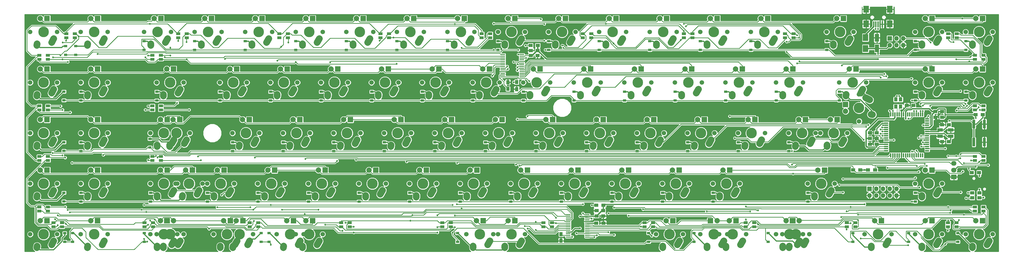
<source format=gbl>
G04 #@! TF.FileFunction,Copper,L2,Bot,Signal*
%FSLAX46Y46*%
G04 Gerber Fmt 4.6, Leading zero omitted, Abs format (unit mm)*
G04 Created by KiCad (PCBNEW 4.0.3-stable) date Sunday, November 27, 2016 'PMt' 05:54:45 PM*
%MOMM*%
%LPD*%
G01*
G04 APERTURE LIST*
%ADD10C,0.150000*%
%ADD11C,0.600000*%
%ADD12C,3.987810*%
%ADD13C,1.701810*%
%ADD14C,2.500000*%
%ADD15R,2.000000X2.000000*%
%ADD16C,2.000000*%
%ADD17R,1.600000X1.000000*%
%ADD18R,1.750000X0.450000*%
%ADD19R,1.500000X1.250000*%
%ADD20R,1.220000X0.910000*%
%ADD21R,1.501140X2.999740*%
%ADD22R,2.029460X2.651760*%
%ADD23R,0.500380X2.301240*%
%ADD24R,1.998980X2.499360*%
%ADD25R,1.300000X1.500000*%
%ADD26R,1.000000X3.200000*%
%ADD27R,0.550000X1.500000*%
%ADD28R,1.500000X0.550000*%
%ADD29R,2.000000X1.300000*%
%ADD30R,1.500000X1.300000*%
%ADD31R,1.250000X1.500000*%
%ADD32R,1.727200X1.727200*%
%ADD33O,1.727200X1.727200*%
%ADD34R,2.032000X1.727200*%
%ADD35O,2.032000X1.727200*%
%ADD36C,0.685800*%
%ADD37C,0.254000*%
%ADD38C,0.381000*%
%ADD39C,0.508000*%
%ADD40C,0.203200*%
G04 APERTURE END LIST*
D10*
D11*
X385826000Y-36830000D03*
X358140000Y-35814000D03*
X365760000Y-71374000D03*
X247904000Y-70866000D03*
X273812000Y-71374000D03*
X312674000Y-72136000D03*
X350774000Y-56642000D03*
X349250000Y-43434000D03*
X383032000Y-49530000D03*
X387858000Y-49784000D03*
X391795000Y-54610000D03*
X396240000Y-66675000D03*
X396240000Y-100965000D03*
X368935000Y-93345000D03*
X381000000Y-109855000D03*
X342646000Y-90170000D03*
X307213000Y-37211000D03*
X231267000Y-37465000D03*
X222377000Y-57150000D03*
X214503000Y-72263000D03*
X192405000Y-45720000D03*
X196215000Y-45720000D03*
X196215000Y-57785000D03*
X172720000Y-57785000D03*
X191770000Y-57785000D03*
X158115000Y-78740000D03*
X90170000Y-73025000D03*
X97790000Y-94615000D03*
X128905000Y-83185000D03*
X204470000Y-24765000D03*
X354457000Y-59182000D03*
X373507000Y-64643000D03*
X374269000Y-74930000D03*
X361188000Y-77089000D03*
X354076000Y-74549000D03*
X89662000Y-102997000D03*
X63817500Y-89789000D03*
X64389000Y-41275000D03*
X64389000Y-68707000D03*
X77216000Y-87439500D03*
X78486000Y-80010000D03*
X78486000Y-70548500D03*
X78803500Y-60642500D03*
X78803500Y-49720500D03*
D12*
X83343750Y-66675000D03*
D13*
X88423750Y-66675000D03*
X78263750Y-66675000D03*
D14*
X87154203Y-69215046D02*
X86343297Y-70674954D01*
X80843474Y-71175672D02*
X80804026Y-71754328D01*
D15*
X84613750Y-61595000D03*
D16*
X82073750Y-61595000D03*
D17*
X79045000Y-38850000D03*
X79045000Y-37350000D03*
X82245000Y-38850000D03*
X82245000Y-37350000D03*
X79045000Y-57900000D03*
X79045000Y-56400000D03*
X82245000Y-57900000D03*
X82245000Y-56400000D03*
X79045000Y-76950000D03*
X79045000Y-75450000D03*
X82245000Y-76950000D03*
X82245000Y-75450000D03*
D11*
X163195000Y-57785000D03*
X124460000Y-57150000D03*
X78740000Y-41275000D03*
X34290000Y-44450000D03*
X33655000Y-24765000D03*
X45720000Y-26670000D03*
X34290000Y-102870000D03*
X53340000Y-93980000D03*
X53340000Y-79375000D03*
X53340000Y-57150000D03*
X280035000Y-106680000D03*
X311150000Y-86995000D03*
X323850000Y-73025000D03*
X343535000Y-71755000D03*
X361315000Y-80645000D03*
X362585000Y-50165000D03*
X357505000Y-50165000D03*
X366522000Y-37084000D03*
X342900000Y-25400000D03*
X377825000Y-26035000D03*
X395605000Y-36195000D03*
X381000000Y-63500000D03*
X381000000Y-60960000D03*
X379730000Y-57785000D03*
X380365000Y-71755000D03*
X373380000Y-69850000D03*
X365760000Y-63500000D03*
X332740000Y-57785000D03*
X325755000Y-29845000D03*
X306705000Y-57150000D03*
X258445000Y-57785000D03*
X182880000Y-57785000D03*
X190500000Y-106045000D03*
X153035000Y-106680000D03*
X96520000Y-106680000D03*
X114935000Y-85725000D03*
X133350000Y-85725000D03*
X153035000Y-85725000D03*
X171450000Y-85725000D03*
X190500000Y-85725000D03*
X209550000Y-85725000D03*
X228600000Y-85725000D03*
X241300000Y-83185000D03*
X280035000Y-83185000D03*
X285750000Y-87122000D03*
X266700000Y-87122000D03*
X266700000Y-109728000D03*
X221996000Y-109347000D03*
X247650000Y-99187000D03*
X235585000Y-107315000D03*
X242887500Y-95885000D03*
D17*
X388925000Y-96000000D03*
X388925000Y-94500000D03*
X392125000Y-96000000D03*
X392125000Y-94500000D03*
D11*
X391160000Y-72644000D03*
D18*
X218230000Y-37050000D03*
X218230000Y-37700000D03*
X218230000Y-38350000D03*
X218230000Y-39000000D03*
X218230000Y-39650000D03*
X218230000Y-40300000D03*
X218230000Y-40950000D03*
X218230000Y-41600000D03*
X218230000Y-42250000D03*
X218230000Y-42900000D03*
X218230000Y-43550000D03*
X218230000Y-44200000D03*
X218230000Y-44850000D03*
X218230000Y-45500000D03*
X211030000Y-45500000D03*
X211030000Y-44850000D03*
X211030000Y-44200000D03*
X211030000Y-43550000D03*
X211030000Y-42900000D03*
X211030000Y-42250000D03*
X211030000Y-41600000D03*
X211030000Y-40950000D03*
X211030000Y-40300000D03*
X211030000Y-39650000D03*
X211030000Y-39000000D03*
X211030000Y-38350000D03*
X211030000Y-37700000D03*
X211030000Y-37050000D03*
D19*
X221635000Y-37465000D03*
X224135000Y-37465000D03*
X224135000Y-35560000D03*
X221635000Y-35560000D03*
D12*
X38100000Y-28575000D03*
D13*
X43180000Y-28575000D03*
X33020000Y-28575000D03*
D14*
X41910453Y-31115046D02*
X41099547Y-32574954D01*
X35599724Y-33075672D02*
X35560276Y-33654328D01*
D15*
X39370000Y-23495000D03*
D16*
X36830000Y-23495000D03*
D20*
X46355000Y-37195000D03*
X46355000Y-33925000D03*
D12*
X57150000Y-28575000D03*
D13*
X62230000Y-28575000D03*
X52070000Y-28575000D03*
D14*
X60960453Y-31115046D02*
X60149547Y-32574954D01*
X54649724Y-33075672D02*
X54610276Y-33654328D01*
D15*
X58420000Y-23495000D03*
D16*
X55880000Y-23495000D03*
D20*
X50165000Y-37195000D03*
X50165000Y-33925000D03*
D12*
X80962500Y-28575000D03*
D13*
X86042500Y-28575000D03*
X75882500Y-28575000D03*
D14*
X84772953Y-31115046D02*
X83962047Y-32574954D01*
X78462224Y-33075672D02*
X78422776Y-33654328D01*
D15*
X82232500Y-23495000D03*
D16*
X79692500Y-23495000D03*
D20*
X75962500Y-35310000D03*
X75962500Y-32040000D03*
D12*
X100012500Y-28575000D03*
D13*
X105092500Y-28575000D03*
X94932500Y-28575000D03*
D14*
X103822953Y-31115046D02*
X103012047Y-32574954D01*
X97512224Y-33075672D02*
X97472776Y-33654328D01*
D15*
X101282500Y-23495000D03*
D16*
X98742500Y-23495000D03*
D20*
X95012500Y-35310000D03*
X95012500Y-32040000D03*
D12*
X119062500Y-28575000D03*
D13*
X124142500Y-28575000D03*
X113982500Y-28575000D03*
D14*
X122872953Y-31115046D02*
X122062047Y-32574954D01*
X116562224Y-33075672D02*
X116522776Y-33654328D01*
D15*
X120332500Y-23495000D03*
D16*
X117792500Y-23495000D03*
D20*
X114062500Y-35310000D03*
X114062500Y-32040000D03*
D12*
X138112500Y-28575000D03*
D13*
X143192500Y-28575000D03*
X133032500Y-28575000D03*
D14*
X141922953Y-31115046D02*
X141112047Y-32574954D01*
X135612224Y-33075672D02*
X135572776Y-33654328D01*
D15*
X139382500Y-23495000D03*
D16*
X136842500Y-23495000D03*
D20*
X133112500Y-35310000D03*
X133112500Y-32040000D03*
D12*
X157162500Y-28575000D03*
D13*
X162242500Y-28575000D03*
X152082500Y-28575000D03*
D14*
X160972953Y-31115046D02*
X160162047Y-32574954D01*
X154662224Y-33075672D02*
X154622776Y-33654328D01*
D15*
X158432500Y-23495000D03*
D16*
X155892500Y-23495000D03*
D20*
X152162500Y-35310000D03*
X152162500Y-32040000D03*
D12*
X176212500Y-28575000D03*
D13*
X181292500Y-28575000D03*
X171132500Y-28575000D03*
D14*
X180022953Y-31115046D02*
X179212047Y-32574954D01*
X173712224Y-33075672D02*
X173672776Y-33654328D01*
D15*
X177482500Y-23495000D03*
D16*
X174942500Y-23495000D03*
D20*
X171212500Y-35310000D03*
X171212500Y-32040000D03*
D12*
X195262500Y-28575000D03*
D13*
X200342500Y-28575000D03*
X190182500Y-28575000D03*
D14*
X199072953Y-31115046D02*
X198262047Y-32574954D01*
X192762224Y-33075672D02*
X192722776Y-33654328D01*
D15*
X196532500Y-23495000D03*
D16*
X193992500Y-23495000D03*
D20*
X190262500Y-35310000D03*
X190262500Y-32040000D03*
D12*
X214312500Y-28575000D03*
D13*
X219392500Y-28575000D03*
X209232500Y-28575000D03*
D14*
X218122953Y-31115046D02*
X217312047Y-32574954D01*
X211812224Y-33075672D02*
X211772776Y-33654328D01*
D15*
X215582500Y-23495000D03*
D16*
X213042500Y-23495000D03*
D20*
X209312500Y-35310000D03*
X209312500Y-32040000D03*
D12*
X233362500Y-28575000D03*
D13*
X238442500Y-28575000D03*
X228282500Y-28575000D03*
D14*
X237172953Y-31115046D02*
X236362047Y-32574954D01*
X230862224Y-33075672D02*
X230822776Y-33654328D01*
D15*
X234632500Y-23495000D03*
D16*
X232092500Y-23495000D03*
D20*
X228362500Y-35310000D03*
X228362500Y-32040000D03*
D12*
X252412500Y-28575000D03*
D13*
X257492500Y-28575000D03*
X247332500Y-28575000D03*
D14*
X256222953Y-31115046D02*
X255412047Y-32574954D01*
X249912224Y-33075672D02*
X249872776Y-33654328D01*
D15*
X253682500Y-23495000D03*
D16*
X251142500Y-23495000D03*
D20*
X247412500Y-35310000D03*
X247412500Y-32040000D03*
D12*
X271462500Y-28575000D03*
D13*
X276542500Y-28575000D03*
X266382500Y-28575000D03*
D14*
X275272953Y-31115046D02*
X274462047Y-32574954D01*
X268962224Y-33075672D02*
X268922776Y-33654328D01*
D15*
X272732500Y-23495000D03*
D16*
X270192500Y-23495000D03*
D20*
X266462500Y-35310000D03*
X266462500Y-32040000D03*
D12*
X290512500Y-28575000D03*
D13*
X295592500Y-28575000D03*
X285432500Y-28575000D03*
D14*
X294322953Y-31115046D02*
X293512047Y-32574954D01*
X288012224Y-33075672D02*
X287972776Y-33654328D01*
D15*
X291782500Y-23495000D03*
D16*
X289242500Y-23495000D03*
D20*
X285512500Y-35310000D03*
X285512500Y-32040000D03*
D12*
X309562500Y-28575000D03*
D13*
X314642500Y-28575000D03*
X304482500Y-28575000D03*
D14*
X313372953Y-31115046D02*
X312562047Y-32574954D01*
X307062224Y-33075672D02*
X307022776Y-33654328D01*
D15*
X310832500Y-23495000D03*
D16*
X308292500Y-23495000D03*
D20*
X304562500Y-35310000D03*
X304562500Y-32040000D03*
D12*
X338137500Y-28575000D03*
D13*
X343217500Y-28575000D03*
X333057500Y-28575000D03*
D14*
X341947953Y-31115046D02*
X341137047Y-32574954D01*
X335637224Y-33075672D02*
X335597776Y-33654328D01*
D15*
X339407500Y-23495000D03*
D16*
X336867500Y-23495000D03*
D20*
X333137500Y-35310000D03*
X333137500Y-32040000D03*
D12*
X371475000Y-28575000D03*
D13*
X376555000Y-28575000D03*
X366395000Y-28575000D03*
D14*
X375285453Y-31115046D02*
X374474547Y-32574954D01*
X368974724Y-33075672D02*
X368935276Y-33654328D01*
D15*
X372745000Y-23495000D03*
D16*
X370205000Y-23495000D03*
D20*
X366475000Y-35310000D03*
X366475000Y-32040000D03*
D12*
X390525000Y-28575000D03*
D13*
X395605000Y-28575000D03*
X385445000Y-28575000D03*
D14*
X394335453Y-31115046D02*
X393524547Y-32574954D01*
X388024724Y-33075672D02*
X387985276Y-33654328D01*
D15*
X391795000Y-23495000D03*
D16*
X389255000Y-23495000D03*
D20*
X385525000Y-35310000D03*
X385525000Y-32040000D03*
D12*
X38100000Y-47625000D03*
D13*
X43180000Y-47625000D03*
X33020000Y-47625000D03*
D14*
X41910453Y-50165046D02*
X41099547Y-51624954D01*
X35599724Y-52125672D02*
X35560276Y-52704328D01*
D15*
X39370000Y-42545000D03*
D16*
X36830000Y-42545000D03*
D20*
X45720000Y-54340000D03*
X45720000Y-51070000D03*
D12*
X57150000Y-47625000D03*
D13*
X62230000Y-47625000D03*
X52070000Y-47625000D03*
D14*
X60960453Y-50165046D02*
X60149547Y-51624954D01*
X54649724Y-52125672D02*
X54610276Y-52704328D01*
D15*
X58420000Y-42545000D03*
D16*
X55880000Y-42545000D03*
D20*
X52150000Y-54360000D03*
X52150000Y-51090000D03*
D12*
X85725000Y-47625000D03*
D13*
X90805000Y-47625000D03*
X80645000Y-47625000D03*
D14*
X89535453Y-50165046D02*
X88724547Y-51624954D01*
X83224724Y-52125672D02*
X83185276Y-52704328D01*
D15*
X86995000Y-42545000D03*
D16*
X84455000Y-42545000D03*
D20*
X80725000Y-54360000D03*
X80725000Y-51090000D03*
D12*
X109537500Y-47625000D03*
D13*
X114617500Y-47625000D03*
X104457500Y-47625000D03*
D14*
X113347953Y-50165046D02*
X112537047Y-51624954D01*
X107037224Y-52125672D02*
X106997776Y-52704328D01*
D15*
X110807500Y-42545000D03*
D16*
X108267500Y-42545000D03*
D20*
X104537500Y-54360000D03*
X104537500Y-51090000D03*
D12*
X128587500Y-47625000D03*
D13*
X133667500Y-47625000D03*
X123507500Y-47625000D03*
D14*
X132397953Y-50165046D02*
X131587047Y-51624954D01*
X126087224Y-52125672D02*
X126047776Y-52704328D01*
D15*
X129857500Y-42545000D03*
D16*
X127317500Y-42545000D03*
D20*
X123587500Y-54360000D03*
X123587500Y-51090000D03*
D12*
X147637500Y-47625000D03*
D13*
X152717500Y-47625000D03*
X142557500Y-47625000D03*
D14*
X151447953Y-50165046D02*
X150637047Y-51624954D01*
X145137224Y-52125672D02*
X145097776Y-52704328D01*
D15*
X148907500Y-42545000D03*
D16*
X146367500Y-42545000D03*
D20*
X142637500Y-54360000D03*
X142637500Y-51090000D03*
D12*
X166687500Y-47625000D03*
D13*
X171767500Y-47625000D03*
X161607500Y-47625000D03*
D14*
X170497953Y-50165046D02*
X169687047Y-51624954D01*
X164187224Y-52125672D02*
X164147776Y-52704328D01*
D15*
X167957500Y-42545000D03*
D16*
X165417500Y-42545000D03*
D20*
X161687500Y-54360000D03*
X161687500Y-51090000D03*
D12*
X185737500Y-47625000D03*
D13*
X190817500Y-47625000D03*
X180657500Y-47625000D03*
D14*
X189547953Y-50165046D02*
X188737047Y-51624954D01*
X183237224Y-52125672D02*
X183197776Y-52704328D01*
D15*
X187007500Y-42545000D03*
D16*
X184467500Y-42545000D03*
D20*
X180737500Y-54360000D03*
X180737500Y-51090000D03*
D12*
X204787500Y-47625000D03*
D13*
X209867500Y-47625000D03*
X199707500Y-47625000D03*
D14*
X208597953Y-50165046D02*
X207787047Y-51624954D01*
X202287224Y-52125672D02*
X202247776Y-52704328D01*
D15*
X206057500Y-42545000D03*
D16*
X203517500Y-42545000D03*
D20*
X199787500Y-54360000D03*
X199787500Y-51090000D03*
D12*
X223837500Y-47625000D03*
D13*
X228917500Y-47625000D03*
X218757500Y-47625000D03*
D14*
X227647953Y-50165046D02*
X226837047Y-51624954D01*
X221337224Y-52125672D02*
X221297776Y-52704328D01*
D15*
X225107500Y-42545000D03*
D16*
X222567500Y-42545000D03*
D20*
X218837500Y-54360000D03*
X218837500Y-51090000D03*
D12*
X242887500Y-47625000D03*
D13*
X247967500Y-47625000D03*
X237807500Y-47625000D03*
D14*
X246697953Y-50165046D02*
X245887047Y-51624954D01*
X240387224Y-52125672D02*
X240347776Y-52704328D01*
D15*
X244157500Y-42545000D03*
D16*
X241617500Y-42545000D03*
D20*
X237887500Y-54360000D03*
X237887500Y-51090000D03*
D12*
X261937500Y-47625000D03*
D13*
X267017500Y-47625000D03*
X256857500Y-47625000D03*
D14*
X265747953Y-50165046D02*
X264937047Y-51624954D01*
X259437224Y-52125672D02*
X259397776Y-52704328D01*
D15*
X263207500Y-42545000D03*
D16*
X260667500Y-42545000D03*
D20*
X256937500Y-54360000D03*
X256937500Y-51090000D03*
D12*
X280987500Y-47625000D03*
D13*
X286067500Y-47625000D03*
X275907500Y-47625000D03*
D14*
X284797953Y-50165046D02*
X283987047Y-51624954D01*
X278487224Y-52125672D02*
X278447776Y-52704328D01*
D15*
X282257500Y-42545000D03*
D16*
X279717500Y-42545000D03*
D20*
X275987500Y-54360000D03*
X275987500Y-51090000D03*
D12*
X300037500Y-47625000D03*
D13*
X305117500Y-47625000D03*
X294957500Y-47625000D03*
D14*
X303847953Y-50165046D02*
X303037047Y-51624954D01*
X297537224Y-52125672D02*
X297497776Y-52704328D01*
D15*
X301307500Y-42545000D03*
D16*
X298767500Y-42545000D03*
D20*
X295037500Y-54360000D03*
X295037500Y-51090000D03*
D12*
X319087500Y-47625000D03*
D13*
X324167500Y-47625000D03*
X314007500Y-47625000D03*
D14*
X322897953Y-50165046D02*
X322087047Y-51624954D01*
X316587224Y-52125672D02*
X316547776Y-52704328D01*
D15*
X320357500Y-42545000D03*
D16*
X317817500Y-42545000D03*
D20*
X314087500Y-54360000D03*
X314087500Y-51090000D03*
D12*
X342900000Y-47625000D03*
D13*
X347980000Y-47625000D03*
X337820000Y-47625000D03*
D14*
X346710453Y-50165046D02*
X345899547Y-51624954D01*
X340399724Y-52125672D02*
X340360276Y-52704328D01*
D15*
X344170000Y-42545000D03*
D16*
X341630000Y-42545000D03*
D20*
X337900000Y-54360000D03*
X337900000Y-51090000D03*
D12*
X345281250Y-57150000D03*
D13*
X345281250Y-52070000D03*
X345281250Y-62230000D03*
D14*
X347821296Y-53339547D02*
X349281204Y-54150453D01*
X349781922Y-59650276D02*
X350360578Y-59689724D01*
D15*
X340201250Y-55880000D03*
D16*
X340201250Y-58420000D03*
D12*
X371475000Y-47625000D03*
D13*
X376555000Y-47625000D03*
X366395000Y-47625000D03*
D14*
X375285453Y-50165046D02*
X374474547Y-51624954D01*
X368974724Y-52125672D02*
X368935276Y-52704328D01*
D15*
X372745000Y-42545000D03*
D16*
X370205000Y-42545000D03*
D20*
X366475000Y-54360000D03*
X366475000Y-51090000D03*
D12*
X390525000Y-47625000D03*
D13*
X395605000Y-47625000D03*
X385445000Y-47625000D03*
D14*
X394335453Y-50165046D02*
X393524547Y-51624954D01*
X388024724Y-52125672D02*
X387985276Y-52704328D01*
D15*
X391795000Y-42545000D03*
D16*
X389255000Y-42545000D03*
D20*
X385525000Y-54360000D03*
X385525000Y-51090000D03*
D12*
X38100000Y-66675000D03*
D13*
X43180000Y-66675000D03*
X33020000Y-66675000D03*
D14*
X41910453Y-69215046D02*
X41099547Y-70674954D01*
X35599724Y-71175672D02*
X35560276Y-71754328D01*
D15*
X39370000Y-61595000D03*
D16*
X36830000Y-61595000D03*
D20*
X45720000Y-73390000D03*
X45720000Y-70120000D03*
D12*
X57150000Y-66675000D03*
D13*
X62230000Y-66675000D03*
X52070000Y-66675000D03*
D14*
X60960453Y-69215046D02*
X60149547Y-70674954D01*
X54649724Y-71175672D02*
X54610276Y-71754328D01*
D15*
X58420000Y-61595000D03*
D16*
X55880000Y-61595000D03*
D20*
X52150000Y-73410000D03*
X52150000Y-70140000D03*
D12*
X88106250Y-66675000D03*
D13*
X93186250Y-66675000D03*
X83026250Y-66675000D03*
D14*
X91916703Y-69215046D02*
X91105797Y-70674954D01*
X85605974Y-71175672D02*
X85566526Y-71754328D01*
D15*
X89376250Y-61595000D03*
D16*
X86836250Y-61595000D03*
D20*
X78105000Y-72120000D03*
X78105000Y-68850000D03*
D12*
X114300000Y-66675000D03*
D13*
X119380000Y-66675000D03*
X109220000Y-66675000D03*
D14*
X118110453Y-69215046D02*
X117299547Y-70674954D01*
X111799724Y-71175672D02*
X111760276Y-71754328D01*
D15*
X115570000Y-61595000D03*
D16*
X113030000Y-61595000D03*
D20*
X109300000Y-73410000D03*
X109300000Y-70140000D03*
D12*
X133350000Y-66675000D03*
D13*
X138430000Y-66675000D03*
X128270000Y-66675000D03*
D14*
X137160453Y-69215046D02*
X136349547Y-70674954D01*
X130849724Y-71175672D02*
X130810276Y-71754328D01*
D15*
X134620000Y-61595000D03*
D16*
X132080000Y-61595000D03*
D20*
X128350000Y-73410000D03*
X128350000Y-70140000D03*
D12*
X152400000Y-66675000D03*
D13*
X157480000Y-66675000D03*
X147320000Y-66675000D03*
D14*
X156210453Y-69215046D02*
X155399547Y-70674954D01*
X149899724Y-71175672D02*
X149860276Y-71754328D01*
D15*
X153670000Y-61595000D03*
D16*
X151130000Y-61595000D03*
D20*
X147400000Y-73410000D03*
X147400000Y-70140000D03*
D12*
X171450000Y-66675000D03*
D13*
X176530000Y-66675000D03*
X166370000Y-66675000D03*
D14*
X175260453Y-69215046D02*
X174449547Y-70674954D01*
X168949724Y-71175672D02*
X168910276Y-71754328D01*
D15*
X172720000Y-61595000D03*
D16*
X170180000Y-61595000D03*
D20*
X166450000Y-73410000D03*
X166450000Y-70140000D03*
D12*
X190500000Y-66675000D03*
D13*
X195580000Y-66675000D03*
X185420000Y-66675000D03*
D14*
X194310453Y-69215046D02*
X193499547Y-70674954D01*
X187999724Y-71175672D02*
X187960276Y-71754328D01*
D15*
X191770000Y-61595000D03*
D16*
X189230000Y-61595000D03*
D20*
X185500000Y-73410000D03*
X185500000Y-70140000D03*
D12*
X209550000Y-66675000D03*
D13*
X214630000Y-66675000D03*
X204470000Y-66675000D03*
D14*
X213360453Y-69215046D02*
X212549547Y-70674954D01*
X207049724Y-71175672D02*
X207010276Y-71754328D01*
D15*
X210820000Y-61595000D03*
D16*
X208280000Y-61595000D03*
D20*
X204550000Y-73410000D03*
X204550000Y-70140000D03*
D12*
X228600000Y-66675000D03*
D13*
X233680000Y-66675000D03*
X223520000Y-66675000D03*
D14*
X232410453Y-69215046D02*
X231599547Y-70674954D01*
X226099724Y-71175672D02*
X226060276Y-71754328D01*
D15*
X229870000Y-61595000D03*
D16*
X227330000Y-61595000D03*
D20*
X223600000Y-73410000D03*
X223600000Y-70140000D03*
D12*
X247650000Y-66675000D03*
D13*
X252730000Y-66675000D03*
X242570000Y-66675000D03*
D14*
X251460453Y-69215046D02*
X250649547Y-70674954D01*
X245149724Y-71175672D02*
X245110276Y-71754328D01*
D15*
X248920000Y-61595000D03*
D16*
X246380000Y-61595000D03*
D20*
X242650000Y-73410000D03*
X242650000Y-70140000D03*
D12*
X266700000Y-66675000D03*
D13*
X271780000Y-66675000D03*
X261620000Y-66675000D03*
D14*
X270510453Y-69215046D02*
X269699547Y-70674954D01*
X264199724Y-71175672D02*
X264160276Y-71754328D01*
D15*
X267970000Y-61595000D03*
D16*
X265430000Y-61595000D03*
D20*
X261700000Y-73410000D03*
X261700000Y-70140000D03*
D12*
X285750000Y-66675000D03*
D13*
X290830000Y-66675000D03*
X280670000Y-66675000D03*
D14*
X289560453Y-69215046D02*
X288749547Y-70674954D01*
X283249724Y-71175672D02*
X283210276Y-71754328D01*
D15*
X287020000Y-61595000D03*
D16*
X284480000Y-61595000D03*
D20*
X280750000Y-73410000D03*
X280750000Y-70140000D03*
D12*
X304800000Y-66675000D03*
D13*
X309880000Y-66675000D03*
X299720000Y-66675000D03*
D14*
X308610453Y-69215046D02*
X307799547Y-70674954D01*
X302299724Y-71175672D02*
X302260276Y-71754328D01*
D15*
X306070000Y-61595000D03*
D16*
X303530000Y-61595000D03*
D20*
X299800000Y-73410000D03*
X299800000Y-70140000D03*
D12*
X335756250Y-66675000D03*
D13*
X340836250Y-66675000D03*
X330676250Y-66675000D03*
D14*
X339566703Y-69215046D02*
X338755797Y-70674954D01*
X333255974Y-71175672D02*
X333216526Y-71754328D01*
D15*
X337026250Y-61595000D03*
D16*
X334486250Y-61595000D03*
D12*
X323850000Y-66675000D03*
D13*
X328930000Y-66675000D03*
X318770000Y-66675000D03*
D14*
X327660453Y-69215046D02*
X326849547Y-70674954D01*
X321349724Y-71175672D02*
X321310276Y-71754328D01*
D15*
X325120000Y-61595000D03*
D16*
X322580000Y-61595000D03*
D20*
X318850000Y-73410000D03*
X318850000Y-70140000D03*
D12*
X38100000Y-85725000D03*
D13*
X43180000Y-85725000D03*
X33020000Y-85725000D03*
D14*
X41910453Y-88265046D02*
X41099547Y-89724954D01*
X35599724Y-90225672D02*
X35560276Y-90804328D01*
D15*
X39370000Y-80645000D03*
D16*
X36830000Y-80645000D03*
D20*
X45720000Y-92440000D03*
X45720000Y-89170000D03*
D12*
X57150000Y-85725000D03*
D13*
X62230000Y-85725000D03*
X52070000Y-85725000D03*
D14*
X60960453Y-88265046D02*
X60149547Y-89724954D01*
X54649724Y-90225672D02*
X54610276Y-90804328D01*
D15*
X58420000Y-80645000D03*
D16*
X55880000Y-80645000D03*
D20*
X52150000Y-92460000D03*
X52150000Y-89190000D03*
D12*
X92868750Y-85725000D03*
D13*
X97948750Y-85725000D03*
X87788750Y-85725000D03*
D14*
X96679203Y-88265046D02*
X95868297Y-89724954D01*
X90368474Y-90225672D02*
X90329026Y-90804328D01*
D15*
X94138750Y-80645000D03*
D16*
X91598750Y-80645000D03*
D12*
X83343750Y-85725000D03*
D13*
X88423750Y-85725000D03*
X78263750Y-85725000D03*
D14*
X87154203Y-88265046D02*
X86343297Y-89724954D01*
X80843474Y-90225672D02*
X80804026Y-90804328D01*
D15*
X84613750Y-80645000D03*
D16*
X82073750Y-80645000D03*
D20*
X78343750Y-92460000D03*
X78343750Y-89190000D03*
D12*
X104775000Y-85725000D03*
D13*
X109855000Y-85725000D03*
X99695000Y-85725000D03*
D14*
X108585453Y-88265046D02*
X107774547Y-89724954D01*
X102274724Y-90225672D02*
X102235276Y-90804328D01*
D15*
X106045000Y-80645000D03*
D16*
X103505000Y-80645000D03*
D20*
X99775000Y-92460000D03*
X99775000Y-89190000D03*
D12*
X123825000Y-85725000D03*
D13*
X128905000Y-85725000D03*
X118745000Y-85725000D03*
D14*
X127635453Y-88265046D02*
X126824547Y-89724954D01*
X121324724Y-90225672D02*
X121285276Y-90804328D01*
D15*
X125095000Y-80645000D03*
D16*
X122555000Y-80645000D03*
D20*
X118825000Y-92460000D03*
X118825000Y-89190000D03*
D12*
X142875000Y-85725000D03*
D13*
X147955000Y-85725000D03*
X137795000Y-85725000D03*
D14*
X146685453Y-88265046D02*
X145874547Y-89724954D01*
X140374724Y-90225672D02*
X140335276Y-90804328D01*
D15*
X144145000Y-80645000D03*
D16*
X141605000Y-80645000D03*
D20*
X137875000Y-92460000D03*
X137875000Y-89190000D03*
D12*
X161925000Y-85725000D03*
D13*
X167005000Y-85725000D03*
X156845000Y-85725000D03*
D14*
X165735453Y-88265046D02*
X164924547Y-89724954D01*
X159424724Y-90225672D02*
X159385276Y-90804328D01*
D15*
X163195000Y-80645000D03*
D16*
X160655000Y-80645000D03*
D20*
X156925000Y-92460000D03*
X156925000Y-89190000D03*
D12*
X180975000Y-85725000D03*
D13*
X186055000Y-85725000D03*
X175895000Y-85725000D03*
D14*
X184785453Y-88265046D02*
X183974547Y-89724954D01*
X178474724Y-90225672D02*
X178435276Y-90804328D01*
D15*
X182245000Y-80645000D03*
D16*
X179705000Y-80645000D03*
D20*
X175975000Y-92460000D03*
X175975000Y-89190000D03*
D12*
X200025000Y-85725000D03*
D13*
X205105000Y-85725000D03*
X194945000Y-85725000D03*
D14*
X203835453Y-88265046D02*
X203024547Y-89724954D01*
X197524724Y-90225672D02*
X197485276Y-90804328D01*
D15*
X201295000Y-80645000D03*
D16*
X198755000Y-80645000D03*
D20*
X195025000Y-92460000D03*
X195025000Y-89190000D03*
D12*
X219075000Y-85725000D03*
D13*
X224155000Y-85725000D03*
X213995000Y-85725000D03*
D14*
X222885453Y-88265046D02*
X222074547Y-89724954D01*
X216574724Y-90225672D02*
X216535276Y-90804328D01*
D15*
X220345000Y-80645000D03*
D16*
X217805000Y-80645000D03*
D20*
X214075000Y-92460000D03*
X214075000Y-89190000D03*
D12*
X238125000Y-85725000D03*
D13*
X243205000Y-85725000D03*
X233045000Y-85725000D03*
D14*
X241935453Y-88265046D02*
X241124547Y-89724954D01*
X235624724Y-90225672D02*
X235585276Y-90804328D01*
D15*
X239395000Y-80645000D03*
D16*
X236855000Y-80645000D03*
D20*
X233125000Y-92460000D03*
X233125000Y-89190000D03*
D12*
X257175000Y-85725000D03*
D13*
X262255000Y-85725000D03*
X252095000Y-85725000D03*
D14*
X260985453Y-88265046D02*
X260174547Y-89724954D01*
X254674724Y-90225672D02*
X254635276Y-90804328D01*
D15*
X258445000Y-80645000D03*
D16*
X255905000Y-80645000D03*
D20*
X252175000Y-92460000D03*
X252175000Y-89190000D03*
D12*
X276225000Y-85725000D03*
D13*
X281305000Y-85725000D03*
X271145000Y-85725000D03*
D14*
X280035453Y-88265046D02*
X279224547Y-89724954D01*
X273724724Y-90225672D02*
X273685276Y-90804328D01*
D15*
X277495000Y-80645000D03*
D16*
X274955000Y-80645000D03*
D20*
X271225000Y-92460000D03*
X271225000Y-89190000D03*
D12*
X295275000Y-85725000D03*
D13*
X300355000Y-85725000D03*
X290195000Y-85725000D03*
D14*
X299085453Y-88265046D02*
X298274547Y-89724954D01*
X292774724Y-90225672D02*
X292735276Y-90804328D01*
D15*
X296545000Y-80645000D03*
D16*
X294005000Y-80645000D03*
D20*
X290275000Y-92460000D03*
X290275000Y-89190000D03*
D12*
X330993750Y-85725000D03*
D13*
X336073750Y-85725000D03*
X325913750Y-85725000D03*
D14*
X334804203Y-88265046D02*
X333993297Y-89724954D01*
X328493474Y-90225672D02*
X328454026Y-90804328D01*
D15*
X332263750Y-80645000D03*
D16*
X329723750Y-80645000D03*
D20*
X325993750Y-92460000D03*
X325993750Y-89190000D03*
D12*
X371475000Y-85725000D03*
D13*
X376555000Y-85725000D03*
X366395000Y-85725000D03*
D14*
X375285453Y-88265046D02*
X374474547Y-89724954D01*
X368974724Y-90225672D02*
X368935276Y-90804328D01*
D15*
X372745000Y-80645000D03*
D16*
X370205000Y-80645000D03*
D20*
X366475000Y-92460000D03*
X366475000Y-89190000D03*
D12*
X38100000Y-104775000D03*
D13*
X43180000Y-104775000D03*
X33020000Y-104775000D03*
D14*
X41910453Y-107315046D02*
X41099547Y-108774954D01*
X35599724Y-109275672D02*
X35560276Y-109854328D01*
D15*
X39370000Y-99695000D03*
D16*
X36830000Y-99695000D03*
D20*
X46000000Y-107635000D03*
X46000000Y-104365000D03*
D12*
X57150000Y-104775000D03*
D13*
X62230000Y-104775000D03*
X52070000Y-104775000D03*
D14*
X60960453Y-107315046D02*
X60149547Y-108774954D01*
X54649724Y-109275672D02*
X54610276Y-109854328D01*
D15*
X58420000Y-99695000D03*
D16*
X55880000Y-99695000D03*
D20*
X49000000Y-107635000D03*
X49000000Y-104365000D03*
D12*
X83343750Y-104775000D03*
D13*
X88423750Y-104775000D03*
X78263750Y-104775000D03*
D14*
X87154203Y-107315046D02*
X86343297Y-108774954D01*
X80843474Y-109275672D02*
X80804026Y-109854328D01*
D15*
X84613750Y-99695000D03*
D16*
X82073750Y-99695000D03*
D20*
X76000000Y-107635000D03*
X76000000Y-104365000D03*
D12*
X107156250Y-104775000D03*
D13*
X112236250Y-104775000D03*
X102076250Y-104775000D03*
D14*
X110966703Y-107315046D02*
X110155797Y-108774954D01*
X104655974Y-109275672D02*
X104616526Y-109854328D01*
D15*
X108426250Y-99695000D03*
D16*
X105886250Y-99695000D03*
D20*
X120015000Y-107635000D03*
X120015000Y-104365000D03*
D12*
X111918750Y-104775000D03*
D13*
X116998750Y-104775000D03*
X106838750Y-104775000D03*
D14*
X115729203Y-107315046D02*
X114918297Y-108774954D01*
X109418474Y-109275672D02*
X109379026Y-109854328D01*
D15*
X113188750Y-99695000D03*
D16*
X110648750Y-99695000D03*
D12*
X130968750Y-104775000D03*
D13*
X136048750Y-104775000D03*
X125888750Y-104775000D03*
D14*
X134779203Y-107315046D02*
X133968297Y-108774954D01*
X128468474Y-109275672D02*
X128429026Y-109854328D01*
D15*
X132238750Y-99695000D03*
D16*
X129698750Y-99695000D03*
D20*
X123000000Y-107635000D03*
X123000000Y-104365000D03*
D12*
X138112500Y-104775000D03*
D13*
X143192500Y-104775000D03*
X133032500Y-104775000D03*
D14*
X141922953Y-107315046D02*
X141112047Y-108774954D01*
X135612224Y-109275672D02*
X135572776Y-109854328D01*
D15*
X139382500Y-99695000D03*
D16*
X136842500Y-99695000D03*
D12*
X202406250Y-104775000D03*
D13*
X207486250Y-104775000D03*
X197326250Y-104775000D03*
D14*
X206216703Y-107315046D02*
X205405797Y-108774954D01*
X199905974Y-109275672D02*
X199866526Y-109854328D01*
D15*
X203676250Y-99695000D03*
D16*
X201136250Y-99695000D03*
D20*
X194000000Y-107635000D03*
X194000000Y-104365000D03*
D12*
X214312500Y-104775000D03*
D13*
X219392500Y-104775000D03*
X209232500Y-104775000D03*
D14*
X218122953Y-107315046D02*
X217312047Y-108774954D01*
X211812224Y-109275672D02*
X211772776Y-109854328D01*
D15*
X215582500Y-99695000D03*
D16*
X213042500Y-99695000D03*
D12*
X273843750Y-104775000D03*
D13*
X278923750Y-104775000D03*
X268763750Y-104775000D03*
D14*
X277654203Y-107315046D02*
X276843297Y-108774954D01*
X271343474Y-109275672D02*
X271304026Y-109854328D01*
D15*
X275113750Y-99695000D03*
D16*
X272573750Y-99695000D03*
D20*
X266000000Y-107635000D03*
X266000000Y-104365000D03*
X283131250Y-107635000D03*
X283131250Y-104365000D03*
D12*
X297656250Y-104775000D03*
D13*
X302736250Y-104775000D03*
X292576250Y-104775000D03*
D14*
X301466703Y-107315046D02*
X300655797Y-108774954D01*
X295155974Y-109275672D02*
X295116526Y-109854328D01*
D15*
X298926250Y-99695000D03*
D16*
X296386250Y-99695000D03*
D20*
X311000000Y-107635000D03*
X311000000Y-104365000D03*
D12*
X319087500Y-104775000D03*
D13*
X324167500Y-104775000D03*
X314007500Y-104775000D03*
D14*
X322897953Y-107315046D02*
X322087047Y-108774954D01*
X316587224Y-109275672D02*
X316547776Y-109854328D01*
D15*
X320357500Y-99695000D03*
D16*
X317817500Y-99695000D03*
D12*
X352425000Y-104775000D03*
D13*
X357505000Y-104775000D03*
X347345000Y-104775000D03*
D14*
X356235453Y-107315046D02*
X355424547Y-108774954D01*
X349924724Y-109275672D02*
X349885276Y-109854328D01*
D15*
X353695000Y-99695000D03*
D16*
X351155000Y-99695000D03*
D20*
X343000000Y-107635000D03*
X343000000Y-104365000D03*
D12*
X371475000Y-104775000D03*
D13*
X376555000Y-104775000D03*
X366395000Y-104775000D03*
D14*
X375285453Y-107315046D02*
X374474547Y-108774954D01*
X368974724Y-109275672D02*
X368935276Y-109854328D01*
D15*
X372745000Y-99695000D03*
D16*
X370205000Y-99695000D03*
D20*
X364000000Y-107635000D03*
X364000000Y-104365000D03*
D12*
X390525000Y-104775000D03*
D13*
X395605000Y-104775000D03*
X385445000Y-104775000D03*
D14*
X394335453Y-107315046D02*
X393524547Y-108774954D01*
X388024724Y-109275672D02*
X387985276Y-109854328D01*
D15*
X391795000Y-99695000D03*
D16*
X389255000Y-99695000D03*
D20*
X382500000Y-107635000D03*
X382500000Y-104365000D03*
D12*
X85725000Y-104775000D03*
D13*
X90805000Y-104775000D03*
X80645000Y-104775000D03*
D14*
X88724547Y-108774954D02*
X89535453Y-107315046D01*
X83185276Y-109854328D02*
X83224724Y-109275672D01*
D16*
X86995000Y-99695000D03*
D15*
X84455000Y-99695000D03*
D12*
X290512500Y-104775000D03*
D13*
X295592500Y-104775000D03*
X285432500Y-104775000D03*
D14*
X293512047Y-108774954D02*
X294322953Y-107315046D01*
X287972776Y-109854328D02*
X288012224Y-109275672D01*
D16*
X291782500Y-99695000D03*
D15*
X289242500Y-99695000D03*
D12*
X321468750Y-104775000D03*
D13*
X326548750Y-104775000D03*
X316388750Y-104775000D03*
D14*
X324468297Y-108774954D02*
X325279203Y-107315046D01*
X318929026Y-109854328D02*
X318968474Y-109275672D01*
D16*
X322738750Y-99695000D03*
D15*
X320198750Y-99695000D03*
D19*
X379075000Y-69850000D03*
X376575000Y-69850000D03*
X379075000Y-63500000D03*
X376575000Y-63500000D03*
X351897000Y-66548000D03*
X349397000Y-66548000D03*
D21*
X352044000Y-30751020D03*
X352044000Y-34748980D03*
D22*
X347726000Y-30664660D03*
X347726000Y-34835340D03*
D23*
X350824800Y-25649320D03*
X351624900Y-25649320D03*
X352425000Y-25649320D03*
X353225100Y-25649320D03*
X354025200Y-25649320D03*
D24*
X347974920Y-25550260D03*
X347974920Y-20051160D03*
X356875080Y-25550260D03*
X356875080Y-20051160D03*
D25*
X359100000Y-56700000D03*
X359100000Y-54000000D03*
X360950000Y-56700000D03*
X360950000Y-54000000D03*
D26*
X392525000Y-63275000D03*
X392525000Y-70075000D03*
X388525000Y-70075000D03*
X388525000Y-63275000D03*
D27*
X357220000Y-59610000D03*
X358020000Y-59610000D03*
X358820000Y-59610000D03*
X359620000Y-59610000D03*
X360420000Y-59610000D03*
X361220000Y-59610000D03*
X362020000Y-59610000D03*
X362820000Y-59610000D03*
X363620000Y-59610000D03*
X364420000Y-59610000D03*
X365220000Y-59610000D03*
X366020000Y-59610000D03*
X366820000Y-59610000D03*
X367620000Y-59610000D03*
X368420000Y-59610000D03*
X369220000Y-59610000D03*
D28*
X370920000Y-61310000D03*
X370920000Y-62110000D03*
X370920000Y-62910000D03*
X370920000Y-63710000D03*
X370920000Y-64510000D03*
X370920000Y-65310000D03*
X370920000Y-66110000D03*
X370920000Y-66910000D03*
X370920000Y-67710000D03*
X370920000Y-68510000D03*
X370920000Y-69310000D03*
X370920000Y-70110000D03*
X370920000Y-70910000D03*
X370920000Y-71710000D03*
X370920000Y-72510000D03*
X370920000Y-73310000D03*
D27*
X369220000Y-75010000D03*
X368420000Y-75010000D03*
X367620000Y-75010000D03*
X366820000Y-75010000D03*
X366020000Y-75010000D03*
X365220000Y-75010000D03*
X364420000Y-75010000D03*
X363620000Y-75010000D03*
X362820000Y-75010000D03*
X362020000Y-75010000D03*
X361220000Y-75010000D03*
X360420000Y-75010000D03*
X359620000Y-75010000D03*
X358820000Y-75010000D03*
X358020000Y-75010000D03*
X357220000Y-75010000D03*
D28*
X355520000Y-73310000D03*
X355520000Y-72510000D03*
X355520000Y-71710000D03*
X355520000Y-70910000D03*
X355520000Y-70110000D03*
X355520000Y-69310000D03*
X355520000Y-68510000D03*
X355520000Y-67710000D03*
X355520000Y-66910000D03*
X355520000Y-66110000D03*
X355520000Y-65310000D03*
X355520000Y-64510000D03*
X355520000Y-63710000D03*
X355520000Y-62910000D03*
X355520000Y-62110000D03*
X355520000Y-61310000D03*
D18*
X242868000Y-97375000D03*
X242868000Y-98025000D03*
X242868000Y-98675000D03*
X242868000Y-99325000D03*
X242868000Y-99975000D03*
X242868000Y-100625000D03*
X242868000Y-101275000D03*
X242868000Y-101925000D03*
X242868000Y-102575000D03*
X242868000Y-103225000D03*
X242868000Y-103875000D03*
X242868000Y-104525000D03*
X242868000Y-105175000D03*
X242868000Y-105825000D03*
X235668000Y-105825000D03*
X235668000Y-105175000D03*
X235668000Y-104525000D03*
X235668000Y-103875000D03*
X235668000Y-103225000D03*
X235668000Y-102575000D03*
X235668000Y-101925000D03*
X235668000Y-101275000D03*
X235668000Y-100625000D03*
X235668000Y-99975000D03*
X235668000Y-99325000D03*
X235668000Y-98675000D03*
X235668000Y-98025000D03*
X235668000Y-97375000D03*
D29*
X379825000Y-67875000D03*
X375825000Y-67875000D03*
X375825000Y-65475000D03*
X379825000Y-65475000D03*
D30*
X390605000Y-91059000D03*
X387905000Y-91059000D03*
D19*
X365740000Y-56261000D03*
X363240000Y-56261000D03*
X351897000Y-70866000D03*
X349397000Y-70866000D03*
X349397000Y-68707000D03*
X351897000Y-68707000D03*
X374035000Y-58547000D03*
X376535000Y-58547000D03*
X376535000Y-60706000D03*
X374035000Y-60706000D03*
X246400000Y-97917000D03*
X248900000Y-97917000D03*
X248900000Y-95885000D03*
X246400000Y-95885000D03*
D31*
X233000000Y-104750000D03*
X233000000Y-107250000D03*
D30*
X389175000Y-59690000D03*
X391875000Y-59690000D03*
X345774000Y-80518000D03*
X343074000Y-80518000D03*
X348662000Y-80518000D03*
X351362000Y-80518000D03*
X390478000Y-81534000D03*
X387778000Y-81534000D03*
X390605000Y-89154000D03*
X387905000Y-89154000D03*
X221535000Y-33655000D03*
X224235000Y-33655000D03*
D25*
X216281000Y-47418000D03*
X216281000Y-50118000D03*
D30*
X246300000Y-93853000D03*
X249000000Y-93853000D03*
X246300000Y-100584000D03*
X249000000Y-100584000D03*
D11*
X357568500Y-62928500D03*
D31*
X212979000Y-50018000D03*
X212979000Y-47518000D03*
D17*
X226365000Y-101969000D03*
X226365000Y-100469000D03*
X229565000Y-101969000D03*
X229565000Y-100469000D03*
X188265000Y-101969000D03*
X188265000Y-100469000D03*
X191465000Y-101969000D03*
X191465000Y-100469000D03*
X150165000Y-101969000D03*
X150165000Y-100469000D03*
X153365000Y-101969000D03*
X153365000Y-100469000D03*
X115748000Y-101969000D03*
X115748000Y-100469000D03*
X118948000Y-101969000D03*
X118948000Y-100469000D03*
X76124000Y-101969000D03*
X76124000Y-100469000D03*
X79324000Y-101969000D03*
X79324000Y-100469000D03*
X41834000Y-101969000D03*
X41834000Y-100469000D03*
X45034000Y-101969000D03*
X45034000Y-100469000D03*
X36500000Y-96000000D03*
X36500000Y-94500000D03*
X39700000Y-96000000D03*
X39700000Y-94500000D03*
X36500000Y-76950000D03*
X36500000Y-75450000D03*
X39700000Y-76950000D03*
X39700000Y-75450000D03*
X165024000Y-30722000D03*
X165024000Y-29222000D03*
X168224000Y-30722000D03*
X168224000Y-29222000D03*
X126924000Y-30722000D03*
X126924000Y-29222000D03*
X130124000Y-30722000D03*
X130124000Y-29222000D03*
X88824000Y-30722000D03*
X88824000Y-29222000D03*
X92024000Y-30722000D03*
X92024000Y-29222000D03*
X46660000Y-30722000D03*
X46660000Y-29222000D03*
X49860000Y-30722000D03*
X49860000Y-29222000D03*
X36500000Y-38850000D03*
X36500000Y-37350000D03*
X39700000Y-38850000D03*
X39700000Y-37350000D03*
X36500000Y-57900000D03*
X36500000Y-56400000D03*
X39700000Y-57900000D03*
X39700000Y-56400000D03*
X203124000Y-30722000D03*
X203124000Y-29222000D03*
X206324000Y-30722000D03*
X206324000Y-29222000D03*
X264465000Y-101969000D03*
X264465000Y-100469000D03*
X267665000Y-101969000D03*
X267665000Y-100469000D03*
X302565000Y-101969000D03*
X302565000Y-100469000D03*
X305765000Y-101969000D03*
X305765000Y-100469000D03*
X340665000Y-101969000D03*
X340665000Y-100469000D03*
X343865000Y-101969000D03*
X343865000Y-100469000D03*
X378765000Y-101969000D03*
X378765000Y-100469000D03*
X381965000Y-101969000D03*
X381965000Y-100469000D03*
X388925000Y-76950000D03*
X388925000Y-75450000D03*
X392125000Y-76950000D03*
X392125000Y-75450000D03*
X388925000Y-57900000D03*
X388925000Y-56400000D03*
X392125000Y-57900000D03*
X392125000Y-56400000D03*
X388925000Y-38850000D03*
X388925000Y-37350000D03*
X392125000Y-38850000D03*
X392125000Y-37350000D03*
X378892000Y-30722000D03*
X378892000Y-29222000D03*
X382092000Y-30722000D03*
X382092000Y-29222000D03*
X317424000Y-30722000D03*
X317424000Y-29222000D03*
X320624000Y-30722000D03*
X320624000Y-29222000D03*
X279324000Y-30722000D03*
X279324000Y-29222000D03*
X282524000Y-30722000D03*
X282524000Y-29222000D03*
X241224000Y-30722000D03*
X241224000Y-29222000D03*
X244424000Y-30722000D03*
X244424000Y-29222000D03*
D32*
X356870000Y-30988000D03*
D33*
X356870000Y-33528000D03*
X359410000Y-30988000D03*
X359410000Y-33528000D03*
X361950000Y-30988000D03*
X361950000Y-33528000D03*
D32*
X349250000Y-87630000D03*
D33*
X349250000Y-90170000D03*
X351790000Y-87630000D03*
X351790000Y-90170000D03*
X354330000Y-87630000D03*
X354330000Y-90170000D03*
X356870000Y-87630000D03*
X356870000Y-90170000D03*
X359410000Y-87630000D03*
X359410000Y-90170000D03*
D34*
X381000000Y-83185000D03*
D35*
X381000000Y-80645000D03*
X381000000Y-78105000D03*
D36*
X226699073Y-25564471D03*
X227080000Y-35310000D03*
X207645000Y-25400000D03*
X207645000Y-35310000D03*
X367538000Y-35310000D03*
X369760500Y-69278500D03*
X365064737Y-46185692D03*
X365188500Y-54356000D03*
X369252500Y-70104000D03*
X319978343Y-78503789D03*
X369760500Y-70929500D03*
X370078000Y-78295500D03*
X319976500Y-73406000D03*
X368688770Y-71717186D03*
X365252000Y-92460000D03*
X75946000Y-93726000D03*
X75946000Y-106553000D03*
X77089000Y-107569000D03*
X192151000Y-104140000D03*
X192151000Y-93726000D03*
X123698000Y-108712000D03*
X123698000Y-93726000D03*
X377736106Y-108458000D03*
X377736106Y-72478894D03*
X115951000Y-94615000D03*
X103505000Y-94615000D03*
X141605000Y-95504000D03*
X127889000Y-95504000D03*
X267168750Y-105410000D03*
X304292000Y-96219792D03*
X287909000Y-96219792D03*
X41505000Y-74168000D03*
X60555000Y-74930000D03*
X96273750Y-75438000D03*
X105156000Y-89916000D03*
X117705000Y-75882500D03*
X136755000Y-76390500D03*
X155795959Y-76719166D03*
X174855000Y-77406500D03*
X193905000Y-77914500D03*
X354838000Y-44386500D03*
X356806500Y-58293000D03*
X226723246Y-31849034D03*
X358013000Y-58293000D03*
X355600000Y-45275500D03*
X353441000Y-45720000D03*
X354266500Y-63690500D03*
X348834149Y-63586349D03*
X353979304Y-64550859D03*
X347936476Y-64259605D03*
X353388005Y-65328220D03*
X298450000Y-68580000D03*
X347026215Y-69210950D03*
X354076000Y-66103500D03*
X339217000Y-83947000D03*
X366458500Y-83566000D03*
X366880235Y-73257504D03*
X339217000Y-89027000D03*
X365221119Y-73574992D03*
X345884500Y-106362500D03*
X363791500Y-108902500D03*
X223012000Y-38671500D03*
X212979000Y-43561000D03*
X212979000Y-46228000D03*
X389255000Y-79375000D03*
X352425000Y-36830000D03*
X240157000Y-102552500D03*
X352425001Y-38798489D03*
X358378000Y-61310000D03*
X362839000Y-61214000D03*
X352448468Y-61310000D03*
X389255000Y-60960000D03*
X240157000Y-98044000D03*
X347345000Y-93472000D03*
X347345000Y-80518000D03*
X348309820Y-71912475D03*
X351536000Y-27432000D03*
X359537000Y-52705000D03*
X352425000Y-27432000D03*
X360426000Y-52705000D03*
X366907161Y-58373330D03*
X363855000Y-61214000D03*
X365960546Y-58375643D03*
X355981000Y-79756000D03*
X370840000Y-78994000D03*
X372237000Y-32512000D03*
X379285500Y-62039500D03*
X369443000Y-63690500D03*
X367792000Y-81280000D03*
X368601346Y-67732704D03*
X219329000Y-101727000D03*
X217432764Y-78901807D03*
X212725000Y-41529000D03*
X220472000Y-102616000D03*
X367128449Y-79111585D03*
X216052636Y-78488708D03*
X367726012Y-68536583D03*
X212979000Y-42545000D03*
X390652000Y-82804000D03*
X386658645Y-80070071D03*
X385381500Y-55626000D03*
X368427000Y-55626000D03*
X368427000Y-58356500D03*
X392176000Y-90932000D03*
X385572000Y-91186000D03*
X384746500Y-56324500D03*
X369316000Y-56324500D03*
X369316000Y-58356500D03*
X390652000Y-87884000D03*
X386334000Y-89154000D03*
X371403008Y-60199985D03*
X385984749Y-56324500D03*
X372110000Y-56388000D03*
X219819079Y-38377851D03*
X219583000Y-33655000D03*
X215138000Y-39878000D03*
X215138000Y-47498000D03*
X244602000Y-93853000D03*
X244602000Y-98933000D03*
X216916000Y-35369500D03*
X216916000Y-37020500D03*
X41654017Y-38115722D03*
X207111606Y-45085000D03*
X58420000Y-36830000D03*
X83740500Y-38036500D03*
X106383725Y-38735000D03*
X126096017Y-39370000D03*
X146050000Y-40005000D03*
X393930000Y-78740000D03*
X383501890Y-50863500D03*
X383406639Y-76183817D03*
X383603500Y-88963500D03*
X338836000Y-41148000D03*
X216535000Y-40640000D03*
X384340101Y-81114899D03*
X384175000Y-23495000D03*
X216535000Y-41910000D03*
X338582000Y-98335366D03*
X216535000Y-61468000D03*
X216535000Y-43053000D03*
X320421000Y-81968851D03*
X337820000Y-86233000D03*
X368046000Y-87122000D03*
X296545000Y-60325000D03*
X258445000Y-97790000D03*
X221004140Y-47117000D03*
X220345000Y-60325000D03*
X225425000Y-23749000D03*
X78105000Y-25491951D03*
X77470000Y-37465000D03*
X77470000Y-56515000D03*
X77470000Y-76835000D03*
X241236500Y-96872500D03*
X241236500Y-93472000D03*
X192976500Y-25563005D03*
X193802000Y-93472000D03*
X302651643Y-94349407D03*
X381889000Y-38850000D03*
X381889000Y-75311000D03*
X382016000Y-58166000D03*
X378841000Y-75311000D03*
X342138000Y-94488000D03*
X302641000Y-99187000D03*
X342138000Y-100584000D03*
X378841000Y-99568000D03*
X378841000Y-94488000D03*
X307200207Y-95778185D03*
X383536289Y-74606653D03*
X382651000Y-57404000D03*
X382905000Y-99441000D03*
X263136339Y-101908250D03*
X263906000Y-95377000D03*
X307213000Y-101092000D03*
X390551000Y-77470000D03*
X390779000Y-57912000D03*
X384810000Y-97409000D03*
X384810000Y-77978000D03*
X344932000Y-97409000D03*
X344932000Y-99441000D03*
X379756179Y-95821511D03*
X340614000Y-102997000D03*
X340614000Y-96139000D03*
X380873000Y-32385000D03*
X250825000Y-104013000D03*
X379595315Y-96689390D03*
X250825000Y-96901000D03*
X378714000Y-103378000D03*
X252984000Y-105029000D03*
X252984000Y-94742000D03*
X238823500Y-104457500D03*
X233934000Y-34544000D03*
X252816743Y-32893000D03*
X246507000Y-105156000D03*
X322707000Y-30734000D03*
X322780222Y-39653992D03*
X386842000Y-39624000D03*
X280035000Y-26416000D03*
X278123000Y-31623000D03*
X387477000Y-76962000D03*
X249936000Y-25527000D03*
X321945000Y-40386000D03*
X321945000Y-29845000D03*
X245618000Y-105854500D03*
X233426000Y-33655000D03*
X237236000Y-105791000D03*
X318008000Y-32258000D03*
X387248000Y-37973000D03*
X318008000Y-36068000D03*
X279273000Y-25527000D03*
X279273000Y-28194000D03*
X390398000Y-56896000D03*
X80374300Y-75238871D03*
X80010000Y-99272068D03*
X176212500Y-99645149D03*
X164655500Y-31877000D03*
X45161200Y-75023758D03*
X42367200Y-99110800D03*
X223520000Y-100076000D03*
X223520000Y-103124000D03*
X80985246Y-75933129D03*
X78168500Y-99568000D03*
X46205225Y-75914809D03*
X46457000Y-100838000D03*
X46228000Y-94488000D03*
X151752696Y-100478007D03*
X150690828Y-103468324D03*
X97384866Y-76898500D03*
X100393500Y-102743000D03*
X88773000Y-31940500D03*
X186420361Y-97667504D03*
X186436000Y-104140000D03*
X154940000Y-101969000D03*
X154940000Y-104140000D03*
X186436000Y-102108000D03*
X231140000Y-98552000D03*
X231140000Y-100625000D03*
X48780504Y-77900398D03*
X144171600Y-101190022D03*
X148653500Y-77152500D03*
X46545500Y-31877000D03*
X193040000Y-97698039D03*
X193040000Y-102108000D03*
X74993500Y-95567500D03*
X76390500Y-38163500D03*
X47180500Y-39878000D03*
X47117000Y-95631000D03*
X117284500Y-99758500D03*
X117094000Y-95567500D03*
X117094000Y-95567500D03*
X76771500Y-96372991D03*
X76390500Y-57912000D03*
X77455156Y-101190083D03*
X48069500Y-58864500D03*
X48006000Y-96520000D03*
X195516500Y-95123000D03*
X195516500Y-34607500D03*
X92900500Y-57912000D03*
X176974500Y-97536000D03*
X169875200Y-30683200D03*
X171094400Y-40589200D03*
X130251200Y-32562800D03*
X133096000Y-39928800D03*
X91948000Y-32359600D03*
X91998800Y-38912800D03*
X45262800Y-32562800D03*
X45212000Y-38862000D03*
X45212000Y-57912000D03*
X43434000Y-97637600D03*
X43434000Y-101346000D03*
X85853771Y-37452831D03*
X88392000Y-55308500D03*
X85852000Y-34480500D03*
X136481589Y-97180879D03*
X127571500Y-34163000D03*
X44450000Y-37350000D03*
X44450000Y-56515000D03*
X51308000Y-30289500D03*
X358330500Y-69278500D03*
X353504500Y-68516500D03*
X354044385Y-67683648D03*
X353376562Y-66954926D03*
D37*
X333137500Y-35310000D02*
X334001500Y-35310000D01*
X334001500Y-35310000D02*
X336194601Y-37503101D01*
X336194601Y-37503101D02*
X363417899Y-37503101D01*
X363417899Y-37503101D02*
X365611000Y-35310000D01*
X365611000Y-35310000D02*
X366475000Y-35310000D01*
X75962500Y-35310000D02*
X75962500Y-34601000D01*
X75962500Y-34601000D02*
X75022299Y-33660799D01*
X75022299Y-33660799D02*
X75022299Y-31320839D01*
X75022299Y-31320839D02*
X75088339Y-31254799D01*
X79655847Y-31254799D02*
X83863431Y-35462383D01*
X93970836Y-35462383D02*
X94123219Y-35310000D01*
X75088339Y-31254799D02*
X79655847Y-31254799D01*
X83863431Y-35462383D02*
X93970836Y-35462383D01*
X94123219Y-35310000D02*
X95012500Y-35310000D01*
X75962500Y-35310000D02*
X56664818Y-35310000D01*
X56664818Y-35310000D02*
X54779818Y-37195000D01*
X54779818Y-37195000D02*
X50165000Y-37195000D01*
X46355000Y-37195000D02*
X50165000Y-37195000D01*
X190262500Y-35310000D02*
X190367028Y-35414528D01*
X190367028Y-35414528D02*
X207540472Y-35414528D01*
X207540472Y-35414528D02*
X207645000Y-35310000D01*
X331469399Y-35310000D02*
X333137500Y-35310000D01*
X304562500Y-35310000D02*
X331469399Y-35310000D01*
X207645000Y-25400000D02*
X226534602Y-25400000D01*
X226534602Y-25400000D02*
X226699073Y-25564471D01*
X207645000Y-35310000D02*
X209312500Y-35310000D01*
X209312500Y-35310000D02*
X209157500Y-35310000D01*
X227080000Y-35310000D02*
X228362500Y-35310000D01*
X367538000Y-35310000D02*
X385525000Y-35310000D01*
X366475000Y-35310000D02*
X367538000Y-35310000D01*
X370920000Y-69310000D02*
X369792000Y-69310000D01*
X369792000Y-69310000D02*
X369760500Y-69278500D01*
X285512500Y-35310000D02*
X304562500Y-35310000D01*
X266462500Y-35310000D02*
X285512500Y-35310000D01*
X247412500Y-35310000D02*
X266462500Y-35310000D01*
X228362500Y-35310000D02*
X247412500Y-35310000D01*
X171212500Y-35310000D02*
X190262500Y-35310000D01*
X152162500Y-35310000D02*
X171212500Y-35310000D01*
X133112500Y-35310000D02*
X152162500Y-35310000D01*
X114062500Y-35310000D02*
X133112500Y-35310000D01*
X95012500Y-35310000D02*
X114062500Y-35310000D01*
D38*
X35580000Y-33365000D02*
X36654532Y-34439532D01*
X36654532Y-34439532D02*
X44849468Y-34439532D01*
X44849468Y-34439532D02*
X45364000Y-33925000D01*
X45364000Y-33925000D02*
X46355000Y-33925000D01*
X50165000Y-33925000D02*
X54070000Y-33925000D01*
X54070000Y-33925000D02*
X54630000Y-33365000D01*
X75962500Y-32040000D02*
X77117500Y-32040000D01*
X77117500Y-32040000D02*
X78442500Y-33365000D01*
X95012500Y-32040000D02*
X96167500Y-32040000D01*
X96167500Y-32040000D02*
X97492500Y-33365000D01*
X114062500Y-32040000D02*
X115217500Y-32040000D01*
X115217500Y-32040000D02*
X116542500Y-33365000D01*
X133112500Y-32040000D02*
X134267500Y-32040000D01*
X134267500Y-32040000D02*
X135592500Y-33365000D01*
X152162500Y-32040000D02*
X153317500Y-32040000D01*
X153317500Y-32040000D02*
X154642500Y-33365000D01*
X171212500Y-32040000D02*
X172367500Y-32040000D01*
X172367500Y-32040000D02*
X173692500Y-33365000D01*
X190262500Y-32040000D02*
X191417500Y-32040000D01*
X191417500Y-32040000D02*
X192742500Y-33365000D01*
X209312500Y-32040000D02*
X210467500Y-32040000D01*
X210467500Y-32040000D02*
X211792500Y-33365000D01*
X228362500Y-32040000D02*
X229517500Y-32040000D01*
X229517500Y-32040000D02*
X230842500Y-33365000D01*
X247412500Y-32040000D02*
X248567500Y-32040000D01*
X248567500Y-32040000D02*
X249892500Y-33365000D01*
X266462500Y-32040000D02*
X267617500Y-32040000D01*
X267617500Y-32040000D02*
X268942500Y-33365000D01*
X285512500Y-32040000D02*
X286667500Y-32040000D01*
X286667500Y-32040000D02*
X287992500Y-33365000D01*
X304562500Y-32040000D02*
X305717500Y-32040000D01*
X305717500Y-32040000D02*
X307042500Y-33365000D01*
X333137500Y-32040000D02*
X334292500Y-32040000D01*
X334292500Y-32040000D02*
X335617500Y-33365000D01*
X366475000Y-32040000D02*
X367630000Y-32040000D01*
X367630000Y-32040000D02*
X368955000Y-33365000D01*
X385525000Y-32040000D02*
X386680000Y-32040000D01*
X386680000Y-32040000D02*
X388005000Y-33365000D01*
D37*
X364579804Y-46185692D02*
X365064737Y-46185692D01*
X364325853Y-46439643D02*
X364579804Y-46185692D01*
X347417319Y-46439643D02*
X364325853Y-46439643D01*
X337381532Y-49949106D02*
X343907856Y-49949106D01*
X337900000Y-53651000D02*
X336638894Y-52389894D01*
X343907856Y-49949106D02*
X347417319Y-46439643D01*
X336638894Y-52389894D02*
X336638894Y-50691744D01*
X337900000Y-54360000D02*
X337900000Y-53651000D01*
X336638894Y-50691744D02*
X337381532Y-49949106D01*
X218837500Y-54360000D02*
X227563893Y-54360000D01*
X227563893Y-54360000D02*
X229380879Y-52543014D01*
X229380879Y-52543014D02*
X236439569Y-52543014D01*
X236439569Y-52543014D02*
X237887500Y-53990945D01*
X237887500Y-53990945D02*
X237887500Y-54360000D01*
X45720000Y-54340000D02*
X52130000Y-54340000D01*
X52130000Y-54340000D02*
X52150000Y-54360000D01*
X366475000Y-54360000D02*
X365192500Y-54360000D01*
X365192500Y-54360000D02*
X365188500Y-54356000D01*
X366475000Y-54360000D02*
X367411000Y-54360000D01*
X367411000Y-54360000D02*
X385525000Y-54360000D01*
X369258500Y-70110000D02*
X369252500Y-70104000D01*
X370920000Y-70110000D02*
X369258500Y-70110000D01*
X337900000Y-54360000D02*
X314087500Y-54360000D01*
X295037500Y-54360000D02*
X314087500Y-54360000D01*
X275987500Y-54360000D02*
X295037500Y-54360000D01*
X256937500Y-54360000D02*
X275987500Y-54360000D01*
X237887500Y-54360000D02*
X256937500Y-54360000D01*
X199787500Y-54360000D02*
X218837500Y-54360000D01*
X180737500Y-54360000D02*
X183776536Y-54360000D01*
X183776536Y-54360000D02*
X199787500Y-54360000D01*
X161687500Y-54360000D02*
X180737500Y-54360000D01*
X142637500Y-54360000D02*
X161687500Y-54360000D01*
X123587500Y-54360000D02*
X142637500Y-54360000D01*
X104537500Y-54360000D02*
X123587500Y-54360000D01*
X80725000Y-54360000D02*
X104537500Y-54360000D01*
X52150000Y-54360000D02*
X80725000Y-54360000D01*
D38*
X35580000Y-52415000D02*
X36913144Y-53748144D01*
X45424276Y-51070000D02*
X45720000Y-51070000D01*
X36913144Y-53748144D02*
X42746132Y-53748144D01*
X42746132Y-53748144D02*
X45424276Y-51070000D01*
X52150000Y-51090000D02*
X53305000Y-51090000D01*
X53305000Y-51090000D02*
X54630000Y-52415000D01*
X80725000Y-51090000D02*
X81880000Y-51090000D01*
X81880000Y-51090000D02*
X83205000Y-52415000D01*
X104537500Y-51090000D02*
X105692500Y-51090000D01*
X105692500Y-51090000D02*
X107017500Y-52415000D01*
X123587500Y-51090000D02*
X124742500Y-51090000D01*
X124742500Y-51090000D02*
X126067500Y-52415000D01*
X142637500Y-51090000D02*
X143792500Y-51090000D01*
X143792500Y-51090000D02*
X145117500Y-52415000D01*
X161687500Y-51090000D02*
X162842500Y-51090000D01*
X162842500Y-51090000D02*
X164167500Y-52415000D01*
X180737500Y-51090000D02*
X181892500Y-51090000D01*
X181892500Y-51090000D02*
X183217500Y-52415000D01*
X199787500Y-51090000D02*
X200942500Y-51090000D01*
X200942500Y-51090000D02*
X202267500Y-52415000D01*
X218837500Y-51090000D02*
X219992500Y-51090000D01*
X219992500Y-51090000D02*
X221317500Y-52415000D01*
X237887500Y-51090000D02*
X239042500Y-51090000D01*
X239042500Y-51090000D02*
X240367500Y-52415000D01*
X256937500Y-51090000D02*
X258092500Y-51090000D01*
X258092500Y-51090000D02*
X259417500Y-52415000D01*
X275987500Y-51090000D02*
X277142500Y-51090000D01*
X277142500Y-51090000D02*
X278467500Y-52415000D01*
X295037500Y-51090000D02*
X296192500Y-51090000D01*
X296192500Y-51090000D02*
X297517500Y-52415000D01*
X314087500Y-51090000D02*
X315242500Y-51090000D01*
X315242500Y-51090000D02*
X316567500Y-52415000D01*
X337900000Y-51090000D02*
X339055000Y-51090000D01*
X339055000Y-51090000D02*
X340380000Y-52415000D01*
X340380000Y-52415000D02*
X341981154Y-54016154D01*
X341981154Y-54016154D02*
X345738688Y-54016154D01*
X345738688Y-54016154D02*
X350039633Y-58317099D01*
X350039633Y-58317099D02*
X350071250Y-58317099D01*
X350071250Y-58317099D02*
X350071250Y-59670000D01*
X366475000Y-51090000D02*
X367630000Y-51090000D01*
X367630000Y-51090000D02*
X368955000Y-52415000D01*
X385525000Y-51090000D02*
X386680000Y-51090000D01*
X386680000Y-51090000D02*
X388005000Y-52415000D01*
D37*
X92521736Y-74333080D02*
X93444815Y-73410001D01*
X84189457Y-74333080D02*
X92521736Y-74333080D01*
X78260000Y-72120000D02*
X79550000Y-73410000D01*
X79550000Y-73410000D02*
X83266377Y-73410000D01*
X93444815Y-73410001D02*
X108436000Y-73410000D01*
X78105000Y-72120000D02*
X78260000Y-72120000D01*
X83266377Y-73410000D02*
X84189457Y-74333080D01*
X108436000Y-73410000D02*
X109300000Y-73410000D01*
X78105000Y-72120000D02*
X77241000Y-72120000D01*
X77241000Y-72120000D02*
X76606000Y-72755000D01*
X76606000Y-72755000D02*
X56813986Y-72755000D01*
X56813986Y-72755000D02*
X56158986Y-73410000D01*
X53014000Y-73410000D02*
X52150000Y-73410000D01*
X56158986Y-73410000D02*
X53014000Y-73410000D01*
X45720000Y-73390000D02*
X52130000Y-73390000D01*
X52130000Y-73390000D02*
X52150000Y-73410000D01*
X370078000Y-78295500D02*
X369978228Y-78195728D01*
X369978228Y-78195728D02*
X369978228Y-78100897D01*
X369978228Y-78100897D02*
X320381235Y-78100897D01*
X320321242Y-78160890D02*
X319978343Y-78503789D01*
X320381235Y-78100897D02*
X320321242Y-78160890D01*
X369760500Y-70929500D02*
X370900500Y-70929500D01*
X370900500Y-70929500D02*
X370920000Y-70910000D01*
X317436500Y-73410000D02*
X318850000Y-73410000D01*
X300664000Y-73410000D02*
X317436500Y-73410000D01*
X317436500Y-73410000D02*
X319972500Y-73410000D01*
X319972500Y-73410000D02*
X319976500Y-73406000D01*
X299800000Y-73410000D02*
X300664000Y-73410000D01*
X280750000Y-73410000D02*
X299800000Y-73410000D01*
X261700000Y-73410000D02*
X280750000Y-73410000D01*
X242650000Y-73410000D02*
X261700000Y-73410000D01*
X223600000Y-73410000D02*
X242650000Y-73410000D01*
X204550000Y-73410000D02*
X223600000Y-73410000D01*
X185500000Y-73410000D02*
X204550000Y-73410000D01*
X166450000Y-73410000D02*
X185500000Y-73410000D01*
X147400000Y-73410000D02*
X166450000Y-73410000D01*
X128350000Y-73410000D02*
X147400000Y-73410000D01*
X109300000Y-73410000D02*
X128350000Y-73410000D01*
D38*
X35580000Y-71465000D02*
X37140000Y-73025000D01*
X45280464Y-70120000D02*
X45720000Y-70120000D01*
X37140000Y-73025000D02*
X42375464Y-73025000D01*
X42375464Y-73025000D02*
X45280464Y-70120000D01*
X52150000Y-70140000D02*
X53305000Y-70140000D01*
X53305000Y-70140000D02*
X54630000Y-71465000D01*
X79096000Y-68850000D02*
X78105000Y-68850000D01*
X86748750Y-70302500D02*
X85586250Y-71465000D01*
X81399817Y-68850000D02*
X79096000Y-68850000D01*
X82494817Y-69945000D02*
X81399817Y-68850000D01*
X86748750Y-69945000D02*
X82494817Y-69945000D01*
X109300000Y-70140000D02*
X110455000Y-70140000D01*
X110455000Y-70140000D02*
X111780000Y-71465000D01*
X128350000Y-70140000D02*
X129505000Y-70140000D01*
X129505000Y-70140000D02*
X130830000Y-71465000D01*
X147400000Y-70140000D02*
X148555000Y-70140000D01*
X148555000Y-70140000D02*
X149880000Y-71465000D01*
X166450000Y-70140000D02*
X167605000Y-70140000D01*
X167605000Y-70140000D02*
X168930000Y-71465000D01*
X185500000Y-70140000D02*
X186655000Y-70140000D01*
X186655000Y-70140000D02*
X187980000Y-71465000D01*
X204550000Y-70140000D02*
X205705000Y-70140000D01*
X205705000Y-70140000D02*
X207030000Y-71465000D01*
X223600000Y-70140000D02*
X224755000Y-70140000D01*
X224755000Y-70140000D02*
X226080000Y-71465000D01*
X242650000Y-70140000D02*
X243805000Y-70140000D01*
X243805000Y-70140000D02*
X245130000Y-71465000D01*
X261700000Y-70140000D02*
X262855000Y-70140000D01*
X262855000Y-70140000D02*
X264180000Y-71465000D01*
X280750000Y-70140000D02*
X281905000Y-70140000D01*
X281905000Y-70140000D02*
X283230000Y-71465000D01*
X299800000Y-70140000D02*
X300955000Y-70140000D01*
X300955000Y-70140000D02*
X302280000Y-71465000D01*
X321330000Y-71465000D02*
X324792017Y-71465000D01*
X324792017Y-71465000D02*
X326377417Y-73050400D01*
X326377417Y-73050400D02*
X331650850Y-73050400D01*
X331650850Y-73050400D02*
X332137640Y-72563610D01*
X332137640Y-72563610D02*
X333236250Y-71465000D01*
X318850000Y-70140000D02*
X320005000Y-70140000D01*
X320005000Y-70140000D02*
X321330000Y-71465000D01*
D37*
X45720000Y-92440000D02*
X52130000Y-92440000D01*
X52130000Y-92440000D02*
X52150000Y-92460000D01*
X368695956Y-71710000D02*
X368688770Y-71717186D01*
X370920000Y-71710000D02*
X368695956Y-71710000D01*
X325993750Y-92460000D02*
X365252000Y-92460000D01*
X365252000Y-92460000D02*
X366475000Y-92460000D01*
X252175000Y-92460000D02*
X271225000Y-92460000D01*
X271225000Y-92460000D02*
X290275000Y-92460000D01*
X290275000Y-92460000D02*
X325993750Y-92460000D01*
X99775000Y-92460000D02*
X118825000Y-92460000D01*
X118825000Y-92460000D02*
X137875000Y-92460000D01*
X137875000Y-92460000D02*
X138739000Y-92460000D01*
X138739000Y-92460000D02*
X156925000Y-92460000D01*
X156925000Y-92460000D02*
X175975000Y-92460000D01*
X195025000Y-92460000D02*
X175975000Y-92460000D01*
X214075000Y-92460000D02*
X195025000Y-92460000D01*
X233125000Y-92460000D02*
X215956516Y-92460000D01*
X215956516Y-92460000D02*
X214075000Y-92460000D01*
X252175000Y-92460000D02*
X233125000Y-92460000D01*
X78343750Y-92460000D02*
X99775000Y-92460000D01*
X52150000Y-92460000D02*
X78343750Y-92460000D01*
D38*
X35580000Y-90515000D02*
X37039492Y-91974492D01*
X37039492Y-91974492D02*
X43109209Y-91974492D01*
X43109209Y-91974492D02*
X45720000Y-89363701D01*
X45720000Y-89363701D02*
X45720000Y-89170000D01*
X52150000Y-89190000D02*
X53305000Y-89190000D01*
X53305000Y-89190000D02*
X54630000Y-90515000D01*
X90348750Y-90515000D02*
X88924460Y-91939290D01*
X88924460Y-91939290D02*
X82248040Y-91939290D01*
X82248040Y-91939290D02*
X81898282Y-91589532D01*
X81898282Y-91589532D02*
X80823750Y-90515000D01*
X78343750Y-89190000D02*
X79498750Y-89190000D01*
X79498750Y-89190000D02*
X80823750Y-90515000D01*
X99775000Y-89190000D02*
X100930000Y-89190000D01*
X100930000Y-89190000D02*
X102255000Y-90515000D01*
X118825000Y-89190000D02*
X119980000Y-89190000D01*
X119980000Y-89190000D02*
X121305000Y-90515000D01*
X137875000Y-89190000D02*
X139030000Y-89190000D01*
X139030000Y-89190000D02*
X140355000Y-90515000D01*
X156925000Y-89190000D02*
X158080000Y-89190000D01*
X158080000Y-89190000D02*
X159405000Y-90515000D01*
X175975000Y-89190000D02*
X177130000Y-89190000D01*
X177130000Y-89190000D02*
X178455000Y-90515000D01*
X195025000Y-89190000D02*
X196180000Y-89190000D01*
X196180000Y-89190000D02*
X197505000Y-90515000D01*
X214075000Y-89190000D02*
X215230000Y-89190000D01*
X215230000Y-89190000D02*
X216555000Y-90515000D01*
X233125000Y-89190000D02*
X234280000Y-89190000D01*
X234280000Y-89190000D02*
X235605000Y-90515000D01*
X252175000Y-89190000D02*
X253330000Y-89190000D01*
X253330000Y-89190000D02*
X254655000Y-90515000D01*
X271225000Y-89190000D02*
X272380000Y-89190000D01*
X272380000Y-89190000D02*
X273705000Y-90515000D01*
X290275000Y-89190000D02*
X291430000Y-89190000D01*
X291430000Y-89190000D02*
X292755000Y-90515000D01*
X325993750Y-89190000D02*
X327148750Y-89190000D01*
X327148750Y-89190000D02*
X328473750Y-90515000D01*
X366475000Y-89190000D02*
X367630000Y-89190000D01*
X367630000Y-89190000D02*
X368955000Y-90515000D01*
D37*
X283131250Y-107635000D02*
X283131250Y-106926000D01*
X282191049Y-105985799D02*
X282191049Y-103645839D01*
X301278698Y-103251000D02*
X306618259Y-103251000D01*
X283131250Y-106926000D02*
X282191049Y-105985799D01*
X300453911Y-102426213D02*
X301278698Y-103251000D01*
X306618259Y-103251000D02*
X307418365Y-102450894D01*
X282191049Y-103645839D02*
X282712888Y-103124000D01*
X282712888Y-103124000D02*
X286204074Y-103124000D01*
X286204074Y-103124000D02*
X286901861Y-102426213D01*
X286901861Y-102426213D02*
X300453911Y-102426213D01*
X307418365Y-102450894D02*
X310007000Y-102450894D01*
X310007000Y-102450894D02*
X335992302Y-102450894D01*
X311000000Y-107635000D02*
X310845000Y-107635000D01*
X310007000Y-106797000D02*
X310007000Y-102450894D01*
X310845000Y-107635000D02*
X310007000Y-106797000D01*
X342136000Y-107635000D02*
X343000000Y-107635000D01*
X335992302Y-102450894D02*
X341176408Y-107635000D01*
X341176408Y-107635000D02*
X342136000Y-107635000D01*
X75946000Y-93726000D02*
X123698000Y-93726000D01*
X76000000Y-107635000D02*
X76000000Y-106607000D01*
X76000000Y-106607000D02*
X75946000Y-106553000D01*
X76000000Y-107635000D02*
X77023000Y-107635000D01*
X77023000Y-107635000D02*
X77089000Y-107569000D01*
X49000000Y-107635000D02*
X49000000Y-106926000D01*
X75136000Y-107635000D02*
X76000000Y-107635000D01*
X49000000Y-106926000D02*
X48059799Y-105985799D01*
X58528200Y-110536026D02*
X72234974Y-110536026D01*
X48059799Y-105985799D02*
X48059799Y-103645839D01*
X53983901Y-103894901D02*
X53983901Y-105991727D01*
X48059799Y-103645839D02*
X49254744Y-102450894D01*
X49254744Y-102450894D02*
X52539894Y-102450894D01*
X52539894Y-102450894D02*
X53983901Y-103894901D01*
X53983901Y-105991727D02*
X58528200Y-110536026D01*
X72234974Y-110536026D02*
X75136000Y-107635000D01*
X192151000Y-104140000D02*
X193840106Y-102450894D01*
X193840106Y-102450894D02*
X218816432Y-102450894D01*
X218816432Y-102450894D02*
X224695739Y-108330201D01*
X224695739Y-108330201D02*
X264440799Y-108330201D01*
X264440799Y-108330201D02*
X265136000Y-107635000D01*
X265136000Y-107635000D02*
X266000000Y-107635000D01*
X192151000Y-104140000D02*
X192151000Y-105077000D01*
X192151000Y-105077000D02*
X193059799Y-105985799D01*
X123698000Y-93726000D02*
X192151000Y-93726000D01*
X123698000Y-108712000D02*
X123698000Y-108333000D01*
X123698000Y-108333000D02*
X123000000Y-107635000D01*
X382500000Y-107635000D02*
X378559106Y-107635000D01*
X378559106Y-107635000D02*
X377736106Y-108458000D01*
X373245503Y-110700701D02*
X374777000Y-110700701D01*
X374777000Y-110700701D02*
X375493405Y-110700701D01*
X375493405Y-110700701D02*
X377736106Y-108458000D01*
X364000000Y-107635000D02*
X364000000Y-106926000D01*
X364000000Y-106926000D02*
X363059799Y-105985799D01*
X363059799Y-103645839D02*
X363125839Y-103579799D01*
X363059799Y-105985799D02*
X363059799Y-103645839D01*
X363125839Y-103579799D02*
X367104799Y-103579799D01*
X367104799Y-103579799D02*
X368698174Y-105173174D01*
X368698174Y-105173174D02*
X368698174Y-106153372D01*
X368698174Y-106153372D02*
X373245503Y-110700701D01*
X343000000Y-107635000D02*
X343000000Y-106926000D01*
X347897837Y-103579799D02*
X351417144Y-107099106D01*
X343000000Y-106926000D02*
X342059799Y-105985799D01*
X363136000Y-107635000D02*
X364000000Y-107635000D01*
X342059799Y-105985799D02*
X342059799Y-103645839D01*
X359094894Y-103593894D02*
X363136000Y-107635000D01*
X342059799Y-103645839D02*
X342125839Y-103579799D01*
X342125839Y-103579799D02*
X347897837Y-103579799D01*
X351417144Y-107099106D02*
X353432856Y-107099106D01*
X353432856Y-107099106D02*
X356938068Y-103593894D01*
X356938068Y-103593894D02*
X359094894Y-103593894D01*
X266000000Y-107635000D02*
X266249019Y-107385981D01*
X266249019Y-107385981D02*
X272365889Y-107385981D01*
X272365889Y-107385981D02*
X275713367Y-110733459D01*
X275713367Y-110733459D02*
X279168791Y-110733459D01*
X282267250Y-107635000D02*
X283131250Y-107635000D01*
X279168791Y-110733459D02*
X282267250Y-107635000D01*
X194000000Y-107635000D02*
X194000000Y-106926000D01*
X194000000Y-106926000D02*
X193059799Y-105985799D01*
X120015000Y-107635000D02*
X123000000Y-107635000D01*
X46000000Y-107635000D02*
X46864000Y-107635000D01*
X46864000Y-107635000D02*
X49000000Y-107635000D01*
X374897000Y-72510000D02*
X377705000Y-72510000D01*
X377705000Y-72510000D02*
X377736106Y-72478894D01*
X370920000Y-72510000D02*
X374897000Y-72510000D01*
X374897000Y-72510000D02*
X374904000Y-72517000D01*
D38*
X35580000Y-109565000D02*
X36654532Y-110639532D01*
X44996299Y-106204701D02*
X46000000Y-105201000D01*
X36654532Y-110639532D02*
X41760468Y-110639532D01*
X41760468Y-110639532D02*
X44996299Y-107403701D01*
X44996299Y-107403701D02*
X44996299Y-106204701D01*
X46000000Y-105201000D02*
X46000000Y-104365000D01*
X54630000Y-109565000D02*
X49430000Y-104365000D01*
X49430000Y-104365000D02*
X49000000Y-104365000D01*
X80823750Y-109565000D02*
X76000000Y-104741250D01*
X76000000Y-104741250D02*
X76000000Y-104365000D01*
D37*
X80823750Y-109565000D02*
X83205000Y-109565000D01*
X103505000Y-94615000D02*
X115951000Y-94615000D01*
D38*
X115323750Y-108045000D02*
X116827940Y-106540810D01*
X116827940Y-106540810D02*
X117684190Y-106540810D01*
X117684190Y-106540810D02*
X119860000Y-104365000D01*
X119860000Y-104365000D02*
X120015000Y-104365000D01*
D37*
X127889000Y-95504000D02*
X141605000Y-95504000D01*
D38*
X128448750Y-109565000D02*
X123248750Y-104365000D01*
X123248750Y-104365000D02*
X123000000Y-104365000D01*
X199886250Y-109565000D02*
X201014450Y-110693200D01*
X210664300Y-110693200D02*
X210693890Y-110663610D01*
X201014450Y-110693200D02*
X210664300Y-110693200D01*
X210693890Y-110663610D02*
X211792500Y-109565000D01*
X194000000Y-104365000D02*
X194155000Y-104365000D01*
X199355000Y-109565000D02*
X199886250Y-109565000D01*
X194155000Y-104365000D02*
X199355000Y-109565000D01*
X267168750Y-105410000D02*
X266123750Y-104365000D01*
X266123750Y-104365000D02*
X266000000Y-104365000D01*
D37*
X288393933Y-96219792D02*
X304292000Y-96219792D01*
X287909000Y-96219792D02*
X288393933Y-96219792D01*
D38*
X287992500Y-109565000D02*
X283131250Y-104703750D01*
X283131250Y-104703750D02*
X283131250Y-104365000D01*
X322492500Y-108045000D02*
X320962615Y-108045000D01*
X320202974Y-107285359D02*
X314075359Y-107285359D01*
X314075359Y-107285359D02*
X311155000Y-104365000D01*
X311155000Y-104365000D02*
X311000000Y-104365000D01*
X320962615Y-108045000D02*
X320202974Y-107285359D01*
D37*
X322492500Y-108045000D02*
X324873750Y-108045000D01*
D38*
X349905000Y-109565000D02*
X347364000Y-109565000D01*
X347364000Y-109565000D02*
X343000000Y-105201000D01*
X343000000Y-105201000D02*
X343000000Y-104365000D01*
X368955000Y-109565000D02*
X364000000Y-104610000D01*
X364000000Y-104610000D02*
X364000000Y-104365000D01*
X388005000Y-109565000D02*
X382805000Y-104365000D01*
X382805000Y-104365000D02*
X382500000Y-104365000D01*
D37*
X56492404Y-74195201D02*
X56705500Y-73982105D01*
X352977201Y-71710000D02*
X354516000Y-71710000D01*
X42017134Y-74195201D02*
X56492404Y-74195201D01*
X92711118Y-74790291D02*
X93306208Y-74195201D01*
X41989933Y-74168000D02*
X42017134Y-74195201D01*
X83191890Y-73982105D02*
X84000075Y-74790291D01*
X350492000Y-74195201D02*
X352977201Y-71710000D01*
X84000075Y-74790291D02*
X92711118Y-74790291D01*
X354516000Y-71710000D02*
X355520000Y-71710000D01*
X41505000Y-74168000D02*
X41989933Y-74168000D01*
X93306208Y-74195201D02*
X350492000Y-74195201D01*
X56705500Y-73982105D02*
X83191890Y-73982105D01*
X352823793Y-72510000D02*
X354516000Y-72510000D01*
X350681382Y-74652412D02*
X352823793Y-72510000D01*
X93495590Y-74652412D02*
X350681382Y-74652412D01*
X354516000Y-72510000D02*
X355520000Y-72510000D01*
X92900500Y-75247502D02*
X93495590Y-74652412D01*
X83810693Y-75247502D02*
X92900500Y-75247502D01*
X60936000Y-74549000D02*
X83112192Y-74549000D01*
X60555000Y-74930000D02*
X60936000Y-74549000D01*
X83112192Y-74549000D02*
X83810693Y-75247502D01*
X82182256Y-71465000D02*
X80823750Y-71465000D01*
X84567613Y-73850357D02*
X82182256Y-71465000D01*
X87605893Y-73850357D02*
X84567613Y-73850357D01*
X91511250Y-69945000D02*
X87605893Y-73850357D01*
X96602129Y-75109621D02*
X96273750Y-75438000D01*
X350870764Y-75109621D02*
X96602129Y-75109621D01*
X355520000Y-73310000D02*
X352670385Y-73310000D01*
X352670385Y-73310000D02*
X350870764Y-75109621D01*
X86748750Y-108045000D02*
X89130000Y-108045000D01*
X86748750Y-88995000D02*
X87144994Y-88995000D01*
X87144994Y-88995000D02*
X87829414Y-88310580D01*
X87829414Y-88310580D02*
X95754824Y-88310580D01*
X95754824Y-88310580D02*
X96273750Y-88829506D01*
X96273750Y-88829506D02*
X96273750Y-88995000D01*
X105156000Y-89916000D02*
X106077000Y-88995000D01*
X106077000Y-88995000D02*
X108180000Y-88995000D01*
X357220000Y-75010000D02*
X356691000Y-75010000D01*
X356134169Y-75566831D02*
X118020669Y-75566831D01*
X356691000Y-75010000D02*
X356134169Y-75566831D01*
X118020669Y-75566831D02*
X117705000Y-75882500D01*
X110561250Y-108045000D02*
X110561250Y-108402500D01*
X110561250Y-108402500D02*
X109398750Y-109565000D01*
X358020000Y-76014000D02*
X357794069Y-76239931D01*
X137097899Y-76047601D02*
X136755000Y-76390500D01*
X358020000Y-75010000D02*
X358020000Y-76014000D01*
X156397159Y-76239931D02*
X156192763Y-76035535D01*
X357794069Y-76239931D02*
X156397159Y-76239931D01*
X156192763Y-76035535D02*
X137109965Y-76035535D01*
X137109965Y-76035535D02*
X137097899Y-76047601D01*
X134373750Y-108045000D02*
X134373750Y-108346250D01*
X134373750Y-108346250D02*
X135592500Y-109565000D01*
X155795959Y-76719166D02*
X358114834Y-76719166D01*
X358820000Y-76014000D02*
X358820000Y-75010000D01*
X358114834Y-76719166D02*
X358820000Y-76014000D01*
X359620000Y-75010000D02*
X359620000Y-76014000D01*
X359620000Y-76014000D02*
X358457624Y-77176376D01*
X358457624Y-77176376D02*
X175085124Y-77176376D01*
X175085124Y-77176376D02*
X174855000Y-77406500D01*
X194185914Y-77633586D02*
X193905000Y-77914500D01*
X358647006Y-77633586D02*
X194185914Y-77633586D01*
X360420000Y-75010000D02*
X360420000Y-75860592D01*
X360420000Y-75860592D02*
X358647006Y-77633586D01*
X205811250Y-108045000D02*
X206276371Y-108045000D01*
X206276371Y-108045000D02*
X206875115Y-107446256D01*
X206875115Y-107446256D02*
X217450675Y-107446256D01*
X217450675Y-107446256D02*
X217717500Y-107713081D01*
X217717500Y-107713081D02*
X217717500Y-108045000D01*
X208192500Y-50895000D02*
X209017482Y-51719982D01*
X209017482Y-51719982D02*
X216548156Y-51719982D01*
X216548156Y-51719982D02*
X218319032Y-49949106D01*
X218319032Y-49949106D02*
X224897321Y-49949106D01*
X230459953Y-44386474D02*
X354266474Y-44386474D01*
X224897321Y-49949106D02*
X230459953Y-44386474D01*
X354266474Y-44386474D02*
X354266500Y-44386500D01*
X354266500Y-44386500D02*
X354838000Y-44386500D01*
X357220000Y-59610000D02*
X357220000Y-58706500D01*
X357220000Y-58706500D02*
X356806500Y-58293000D01*
X217717500Y-31845000D02*
X226719212Y-31845000D01*
X226719212Y-31845000D02*
X226723246Y-31849034D01*
X358013000Y-58293000D02*
X358013000Y-59603000D01*
X358013000Y-59603000D02*
X358020000Y-59610000D01*
X350710500Y-44843684D02*
X354077092Y-44843684D01*
X354077092Y-44843684D02*
X354508908Y-45275500D01*
X354508908Y-45275500D02*
X355600000Y-45275500D01*
X265569684Y-44843684D02*
X350710500Y-44843684D01*
X227242500Y-50895000D02*
X228746690Y-49390810D01*
X234293652Y-49390810D02*
X238840778Y-44843684D01*
X228746690Y-49390810D02*
X234293652Y-49390810D01*
X238840778Y-44843684D02*
X265569684Y-44843684D01*
X353441000Y-45720000D02*
X353021894Y-45300894D01*
X353021894Y-45300894D02*
X257433568Y-45300894D01*
X247796690Y-49390810D02*
X246292500Y-50895000D01*
X257433568Y-45300894D02*
X253343652Y-49390810D01*
X253343652Y-49390810D02*
X247796690Y-49390810D01*
X355520000Y-63710000D02*
X354286000Y-63710000D01*
X354286000Y-63710000D02*
X354266500Y-63690500D01*
X348349216Y-63586349D02*
X348834149Y-63586349D01*
X342773297Y-63586349D02*
X348349216Y-63586349D01*
X342569359Y-63382411D02*
X342773297Y-63586349D01*
X278197474Y-63382411D02*
X342569359Y-63382411D01*
X271634885Y-69945000D02*
X278197474Y-63382411D01*
X270105000Y-69945000D02*
X271634885Y-69945000D01*
X354020163Y-64510000D02*
X353979304Y-64550859D01*
X355520000Y-64510000D02*
X354020163Y-64510000D01*
X347451543Y-64259605D02*
X347936476Y-64259605D01*
X342799960Y-64259605D02*
X347451543Y-64259605D01*
X342379976Y-63839621D02*
X342799960Y-64259605D01*
X341249000Y-63839621D02*
X342379976Y-63839621D01*
X295413417Y-63839621D02*
X341249000Y-63839621D01*
X341249000Y-63839621D02*
X341353879Y-63839621D01*
X289155000Y-69945000D02*
X289635090Y-69464910D01*
X289635090Y-69464910D02*
X289788128Y-69464910D01*
X289788128Y-69464910D02*
X295413417Y-63839621D01*
X353406225Y-65310000D02*
X353388005Y-65328220D01*
X355520000Y-65310000D02*
X353406225Y-65310000D01*
X308205000Y-69945000D02*
X304650301Y-69945000D01*
X304650301Y-69945000D02*
X303285301Y-68580000D01*
X303285301Y-68580000D02*
X298450000Y-68580000D01*
X308205000Y-69945000D02*
X311055000Y-69945000D01*
X311055000Y-69945000D02*
X316649106Y-64350894D01*
X316649106Y-64350894D02*
X342166159Y-64350894D01*
X342166159Y-64350894D02*
X346683316Y-68868051D01*
X346683316Y-68868051D02*
X347026215Y-69210950D01*
X355520000Y-66110000D02*
X354082500Y-66110000D01*
X354082500Y-66110000D02*
X354076000Y-66103500D01*
X293917500Y-108045000D02*
X293917500Y-108346250D01*
X293917500Y-108346250D02*
X295136250Y-109565000D01*
X293530411Y-107454799D02*
X293917500Y-107841888D01*
X293917500Y-107841888D02*
X293917500Y-108045000D01*
X366113299Y-83911201D02*
X339252799Y-83911201D01*
X366458500Y-83566000D02*
X366113299Y-83911201D01*
X339252799Y-83911201D02*
X339217000Y-83947000D01*
X367223134Y-73600403D02*
X366880235Y-73257504D01*
X367620000Y-75010000D02*
X367620000Y-73997269D01*
X367620000Y-73997269D02*
X367223134Y-73600403D01*
X334398750Y-88995000D02*
X339185000Y-88995000D01*
X339185000Y-88995000D02*
X339217000Y-89027000D01*
X339161250Y-69945000D02*
X335083045Y-69945000D01*
X335083045Y-69945000D02*
X334016847Y-68878802D01*
X334016847Y-68878802D02*
X328321198Y-68878802D01*
X328321198Y-68878802D02*
X327255000Y-69945000D01*
X316567500Y-109565000D02*
X318948750Y-109565000D01*
X316567500Y-109565000D02*
X316567500Y-109207500D01*
X366095712Y-73574992D02*
X365706052Y-73574992D01*
X366820000Y-74299280D02*
X366095712Y-73574992D01*
X366820000Y-75010000D02*
X366820000Y-74299280D01*
X365706052Y-73574992D02*
X365221119Y-73574992D01*
X345884500Y-106362500D02*
X349909294Y-106362500D01*
X355089847Y-107595255D02*
X355539592Y-108045000D01*
X349909294Y-106362500D02*
X351142049Y-107595255D01*
X351142049Y-107595255D02*
X355089847Y-107595255D01*
X355539592Y-108045000D02*
X355830000Y-108045000D01*
X363791500Y-108902500D02*
X356687500Y-108902500D01*
X356687500Y-108902500D02*
X355830000Y-108045000D01*
X348575250Y-53721000D02*
X348551250Y-53745000D01*
D38*
X346305000Y-50895000D02*
X348551250Y-53141250D01*
X348551250Y-53141250D02*
X348551250Y-53745000D01*
X370920000Y-66910000D02*
X372051000Y-66910000D01*
X372051000Y-66910000D02*
X372129701Y-66831299D01*
X372129701Y-66831299D02*
X377400299Y-66831299D01*
X377400299Y-66831299D02*
X378444000Y-67875000D01*
X378444000Y-67875000D02*
X379825000Y-67875000D01*
X379825000Y-67875000D02*
X379825000Y-69100000D01*
X379825000Y-69100000D02*
X379075000Y-69850000D01*
X360747000Y-73406000D02*
X361632106Y-72520894D01*
X361632106Y-72520894D02*
X368464556Y-72520894D01*
X368464556Y-72520894D02*
X370332000Y-74388338D01*
X370332000Y-74388338D02*
X370332000Y-75565000D01*
X244811768Y-99975000D02*
X245218768Y-99568000D01*
X245218768Y-99568000D02*
X245857417Y-98929351D01*
X249000000Y-99553000D02*
X248993649Y-99546649D01*
X249000000Y-100584000D02*
X249000000Y-99553000D01*
X248993649Y-99546649D02*
X245240119Y-99546649D01*
X245240119Y-99546649D02*
X245218768Y-99568000D01*
X242868000Y-99975000D02*
X244811768Y-99975000D01*
X245857417Y-98929351D02*
X247762649Y-98929351D01*
X247762649Y-98929351D02*
X248775000Y-97917000D01*
X248775000Y-97917000D02*
X248900000Y-97917000D01*
D37*
X218230000Y-39650000D02*
X219526515Y-39650000D01*
X219526515Y-39650000D02*
X220762664Y-38413851D01*
X220762664Y-38413851D02*
X223061149Y-38413851D01*
X223061149Y-38413851D02*
X224010000Y-37465000D01*
X224010000Y-37465000D02*
X224135000Y-37465000D01*
D39*
X374035000Y-60706000D02*
X374035000Y-60960000D01*
X374035000Y-60960000D02*
X376575000Y-63500000D01*
X370920000Y-65310000D02*
X373528468Y-65310000D01*
X373528468Y-65310000D02*
X375338468Y-63500000D01*
X375338468Y-63500000D02*
X376575000Y-63500000D01*
D38*
X360747000Y-73406000D02*
X357451000Y-70110000D01*
X361220000Y-73879000D02*
X360747000Y-73406000D01*
D37*
X214471249Y-43275249D02*
X214185498Y-43561000D01*
X214185498Y-43561000D02*
X212979000Y-43561000D01*
X218230000Y-39650000D02*
X217197068Y-39650000D01*
X217197068Y-39650000D02*
X216758317Y-39211249D01*
X216758317Y-39211249D02*
X214817959Y-39211249D01*
X214471249Y-39557959D02*
X214471249Y-43275249D01*
X214817959Y-39211249D02*
X214471249Y-39557959D01*
X212979000Y-43561000D02*
X211041000Y-43561000D01*
X211041000Y-43561000D02*
X211030000Y-43550000D01*
X212979000Y-47518000D02*
X212979000Y-46228000D01*
X212979000Y-47518000D02*
X212979000Y-47643000D01*
X212979000Y-47643000D02*
X215454000Y-50118000D01*
X215454000Y-50118000D02*
X216281000Y-50118000D01*
D38*
X374035000Y-60706000D02*
X374376000Y-60706000D01*
X374376000Y-60706000D02*
X376535000Y-58547000D01*
X361220000Y-75010000D02*
X361220000Y-73879000D01*
X357451000Y-70110000D02*
X356651000Y-70110000D01*
X349397000Y-70866000D02*
X349738000Y-70866000D01*
X349738000Y-70866000D02*
X351897000Y-68707000D01*
X349397000Y-66484500D02*
X349522000Y-66484500D01*
X349522000Y-66484500D02*
X353896500Y-62110000D01*
X353896500Y-62110000D02*
X354389000Y-62110000D01*
X354389000Y-62110000D02*
X355520000Y-62110000D01*
X351897000Y-68707000D02*
X351619500Y-68707000D01*
X351619500Y-68707000D02*
X349397000Y-66484500D01*
X361220000Y-59610000D02*
X361220000Y-58479000D01*
X361220000Y-58479000D02*
X363276500Y-56422500D01*
X363276500Y-56422500D02*
X363115000Y-56261000D01*
X363115000Y-56261000D02*
X363240000Y-56261000D01*
X359851000Y-65278000D02*
X359851000Y-62110000D01*
X370920000Y-65310000D02*
X359883000Y-65310000D01*
X359883000Y-65310000D02*
X359851000Y-65278000D01*
X355520000Y-70110000D02*
X356651000Y-70110000D01*
X355520000Y-62110000D02*
X359851000Y-62110000D01*
X359851000Y-62110000D02*
X361220000Y-60741000D01*
X361220000Y-60741000D02*
X361220000Y-59610000D01*
X351897000Y-68707000D02*
X352022000Y-68707000D01*
X352022000Y-68707000D02*
X353425000Y-70110000D01*
X353425000Y-70110000D02*
X354389000Y-70110000D01*
X354389000Y-70110000D02*
X355520000Y-70110000D01*
X375825000Y-65475000D02*
X377206000Y-65475000D01*
X377206000Y-65475000D02*
X379075000Y-63606000D01*
X379075000Y-63606000D02*
X379075000Y-63500000D01*
X370920000Y-66110000D02*
X375190000Y-66110000D01*
X375190000Y-66110000D02*
X375825000Y-65475000D01*
D37*
X362020000Y-59610000D02*
X362020000Y-58542606D01*
X362020000Y-58542606D02*
X363285606Y-57277000D01*
X363285606Y-57277000D02*
X364599000Y-57277000D01*
X364599000Y-57277000D02*
X365615000Y-56261000D01*
X365615000Y-56261000D02*
X365740000Y-56261000D01*
D38*
X351897000Y-66548000D02*
X351897000Y-64969830D01*
X351897000Y-64969830D02*
X353956830Y-62910000D01*
X353956830Y-62910000D02*
X354389000Y-62910000D01*
X354389000Y-62910000D02*
X355520000Y-62910000D01*
X382457580Y-79339820D02*
X389219820Y-79339820D01*
X381000000Y-80645000D02*
X381152400Y-80645000D01*
X381152400Y-80645000D02*
X382457580Y-79339820D01*
X389219820Y-79339820D02*
X389255000Y-79375000D01*
X345774000Y-80518000D02*
X347345000Y-80518000D01*
X352044000Y-34748980D02*
X355649020Y-34748980D01*
X355649020Y-34748980D02*
X356870000Y-33528000D01*
D39*
X352425000Y-36830000D02*
X352425000Y-35129980D01*
X372777000Y-58547000D02*
X374035000Y-58547000D01*
X362820000Y-59610000D02*
X362820000Y-58573468D01*
X362820000Y-58573468D02*
X363538608Y-57854860D01*
X364915856Y-57854860D02*
X365273550Y-57497166D01*
X363538608Y-57854860D02*
X364915856Y-57854860D01*
X365273550Y-57497166D02*
X371727166Y-57497166D01*
X371727166Y-57497166D02*
X372777000Y-58547000D01*
X352425000Y-35129980D02*
X352044000Y-34748980D01*
X347726000Y-34835340D02*
X351957640Y-34835340D01*
X351957640Y-34835340D02*
X352044000Y-34748980D01*
D38*
X347345000Y-93472000D02*
X251455586Y-93472000D01*
X251455586Y-93472000D02*
X251444003Y-93460417D01*
X251444003Y-93460417D02*
X249468525Y-93460417D01*
X249468525Y-93460417D02*
X249075942Y-93853000D01*
X249075942Y-93853000D02*
X249000000Y-93853000D01*
X240157000Y-98044000D02*
X242849000Y-98044000D01*
X242849000Y-98044000D02*
X242868000Y-98025000D01*
X235668000Y-103875000D02*
X236924000Y-103875000D01*
X238246500Y-102552500D02*
X240157000Y-102552500D01*
X236924000Y-103875000D02*
X238246500Y-102552500D01*
D37*
X235668000Y-103875000D02*
X235755550Y-103787450D01*
D39*
X224135000Y-35560000D02*
X224260000Y-35560000D01*
X224260000Y-35560000D02*
X227539849Y-38839849D01*
X227539849Y-38839849D02*
X352425001Y-38839849D01*
X352425001Y-38839849D02*
X352425001Y-38798489D01*
X362820000Y-59610000D02*
X362820000Y-61195000D01*
X362820000Y-61195000D02*
X362839000Y-61214000D01*
X352806000Y-61310000D02*
X352448468Y-61310000D01*
X355520000Y-61310000D02*
X352806000Y-61310000D01*
D38*
X389175000Y-59690000D02*
X389175000Y-60880000D01*
X389175000Y-60880000D02*
X389255000Y-60960000D01*
X248900000Y-95885000D02*
X248900000Y-93953000D01*
X248900000Y-93953000D02*
X249000000Y-93853000D01*
D39*
X248900000Y-95885000D02*
X248432000Y-95885000D01*
X248432000Y-95885000D02*
X246400000Y-97917000D01*
D38*
X242868000Y-98025000D02*
X246292000Y-98025000D01*
X246292000Y-98025000D02*
X246400000Y-97917000D01*
D39*
X224235000Y-33655000D02*
X224235000Y-35460000D01*
X224235000Y-35460000D02*
X224135000Y-35560000D01*
X221635000Y-37465000D02*
X222105000Y-37465000D01*
X222105000Y-37465000D02*
X224010000Y-35560000D01*
X224010000Y-35560000D02*
X224135000Y-35560000D01*
X370920000Y-64510000D02*
X371956532Y-64510000D01*
X371956532Y-64510000D02*
X372777000Y-63689532D01*
X372777000Y-63689532D02*
X372777000Y-59680000D01*
X372777000Y-59680000D02*
X373910000Y-58547000D01*
X373910000Y-58547000D02*
X374035000Y-58547000D01*
X347966921Y-65791547D02*
X347966921Y-68580000D01*
X347966921Y-68580000D02*
X347966921Y-71569576D01*
X349397000Y-68707000D02*
X348093921Y-68707000D01*
X348093921Y-68707000D02*
X347966921Y-68580000D01*
X352448468Y-61310000D02*
X347966921Y-65791547D01*
X347966921Y-71569576D02*
X348309820Y-71912475D01*
X355520000Y-61310000D02*
X358378000Y-61310000D01*
X358378000Y-61310000D02*
X358820000Y-60868000D01*
X358820000Y-60868000D02*
X358820000Y-59610000D01*
D38*
X347345000Y-80518000D02*
X348662000Y-80518000D01*
D37*
X221635000Y-37465000D02*
X219522360Y-37465000D01*
X219522360Y-37465000D02*
X219287360Y-37700000D01*
X219287360Y-37700000D02*
X218230000Y-37700000D01*
D38*
X348332039Y-71884701D02*
X348332039Y-71890256D01*
X348332039Y-71890256D02*
X348309820Y-71912475D01*
X389255000Y-59610000D02*
X389175000Y-59690000D01*
X377678701Y-60693299D02*
X377678701Y-59690000D01*
X377678701Y-59690000D02*
X377678701Y-57607039D01*
X389175000Y-59690000D02*
X377678701Y-59690000D01*
X376535000Y-60706000D02*
X377444000Y-60706000D01*
X377444000Y-60706000D02*
X377666000Y-60706000D01*
X377666000Y-60706000D02*
X377678701Y-60693299D01*
X377678701Y-57607039D02*
X377599961Y-57528299D01*
X374160000Y-58547000D02*
X374035000Y-58547000D01*
X377599961Y-57528299D02*
X375178701Y-57528299D01*
X375178701Y-57528299D02*
X374160000Y-58547000D01*
X351884299Y-71884701D02*
X348332039Y-71884701D01*
X351897000Y-70866000D02*
X351897000Y-71872000D01*
X351897000Y-71872000D02*
X351884299Y-71884701D01*
X349397000Y-68707000D02*
X349272000Y-68707000D01*
X351897000Y-70866000D02*
X355476000Y-70866000D01*
X355476000Y-70866000D02*
X355520000Y-70910000D01*
X351897000Y-70866000D02*
X351556000Y-70866000D01*
D37*
X212979000Y-50018000D02*
X212979000Y-49893000D01*
X211501786Y-48415786D02*
X211501786Y-47393318D01*
X212979000Y-49893000D02*
X211501786Y-48415786D01*
X209831149Y-45984081D02*
X209831149Y-44919851D01*
X211501786Y-47393318D02*
X210157319Y-46048851D01*
X210157319Y-46048851D02*
X209895919Y-46048851D01*
X209831149Y-44919851D02*
X209901000Y-44850000D01*
X209895919Y-46048851D02*
X209831149Y-45984081D01*
X209901000Y-44850000D02*
X211030000Y-44850000D01*
X235668000Y-105175000D02*
X233173000Y-105175000D01*
X233173000Y-105175000D02*
X233172000Y-105176000D01*
D39*
X350824800Y-25649320D02*
X350824800Y-26549750D01*
X350824800Y-26549750D02*
X347726000Y-29648550D01*
X347726000Y-29648550D02*
X347726000Y-30664660D01*
D40*
X351624900Y-25649320D02*
X351624900Y-27343100D01*
X351624900Y-27343100D02*
X351536000Y-27432000D01*
X359100000Y-54000000D02*
X359100000Y-53142000D01*
X359100000Y-53142000D02*
X359537000Y-52705000D01*
X359100000Y-54000000D02*
X359100000Y-53900000D01*
X352425000Y-25649320D02*
X352425000Y-27432000D01*
X360950000Y-54000000D02*
X360950000Y-53229000D01*
X360950000Y-53229000D02*
X360426000Y-52705000D01*
X360950000Y-54000000D02*
X360950000Y-53900000D01*
D37*
X366820000Y-59610000D02*
X366820000Y-58460491D01*
X366820000Y-58460491D02*
X366907161Y-58373330D01*
X365220000Y-59610000D02*
X365220000Y-60614000D01*
X365220000Y-60614000D02*
X364620000Y-61214000D01*
X364620000Y-61214000D02*
X363855000Y-61214000D01*
X366020000Y-58435097D02*
X365960546Y-58375643D01*
X366020000Y-59610000D02*
X366020000Y-58435097D01*
X370840000Y-78994000D02*
X368242224Y-78994000D01*
X368242224Y-78994000D02*
X367451538Y-79784686D01*
X367451538Y-79784686D02*
X356009686Y-79784686D01*
X356009686Y-79784686D02*
X355981000Y-79756000D01*
X361950000Y-30988000D02*
X370713000Y-30988000D01*
X370713000Y-30988000D02*
X372237000Y-32512000D01*
X379285500Y-62039500D02*
X387289500Y-62039500D01*
X387289500Y-62039500D02*
X388525000Y-63275000D01*
X370920000Y-63710000D02*
X369462500Y-63710000D01*
X369462500Y-63710000D02*
X369443000Y-63690500D01*
D38*
X388525000Y-63275000D02*
X389406000Y-63275000D01*
X389406000Y-63275000D02*
X391875000Y-60806000D01*
X391875000Y-60806000D02*
X391875000Y-60721000D01*
X391875000Y-60721000D02*
X391875000Y-59690000D01*
X388525000Y-70075000D02*
X388525000Y-63275000D01*
D37*
X343074000Y-80518000D02*
X343174000Y-80518000D01*
X343174000Y-80518000D02*
X344147851Y-81491851D01*
X344147851Y-81491851D02*
X367580149Y-81491851D01*
X367580149Y-81491851D02*
X367792000Y-81280000D01*
X370920000Y-67710000D02*
X368624050Y-67710000D01*
X368624050Y-67710000D02*
X368601346Y-67732704D01*
X342646000Y-79008969D02*
X321868800Y-79008969D01*
X343074000Y-80518000D02*
X343074000Y-79436969D01*
X343074000Y-79436969D02*
X342646000Y-79008969D01*
X221014452Y-101727000D02*
X219329000Y-101727000D01*
X230622226Y-103978548D02*
X223266000Y-103978548D01*
X223266000Y-103978548D02*
X221014452Y-101727000D01*
X232025774Y-102575000D02*
X230622226Y-103978548D01*
X235668000Y-102575000D02*
X232025774Y-102575000D01*
X321868800Y-79008969D02*
X321194658Y-79683111D01*
X319103511Y-79683111D02*
X318033400Y-78613000D01*
X321194658Y-79683111D02*
X319103511Y-79683111D01*
X318033400Y-78613000D02*
X218206504Y-78613000D01*
X218206504Y-78613000D02*
X217917697Y-78901807D01*
X217917697Y-78901807D02*
X217432764Y-78901807D01*
X211030000Y-42250000D02*
X212004000Y-42250000D01*
X212004000Y-42250000D02*
X212725000Y-41529000D01*
X230799012Y-104439374D02*
X223012000Y-104439374D01*
X220472000Y-102616000D02*
X221188626Y-102616000D01*
X221188626Y-102616000D02*
X223012000Y-104439374D01*
X232013386Y-103225000D02*
X230799012Y-104439374D01*
X235668000Y-103225000D02*
X232013386Y-103225000D01*
X350393354Y-78752710D02*
X351409000Y-78752710D01*
X350198752Y-78558108D02*
X350393354Y-78752710D01*
X321682048Y-78558108D02*
X350198752Y-78558108D01*
X321007906Y-79232250D02*
X321682048Y-78558108D01*
X319363850Y-79232250D02*
X321007906Y-79232250D01*
X216395535Y-78145809D02*
X318277409Y-78145809D01*
X318277409Y-78145809D02*
X319363850Y-79232250D01*
X216052636Y-78488708D02*
X216395535Y-78145809D01*
X351409000Y-78752710D02*
X366769574Y-78752710D01*
X351362000Y-80518000D02*
X351362000Y-78799710D01*
X351362000Y-78799710D02*
X351409000Y-78752710D01*
X366769574Y-78752710D02*
X366785550Y-78768686D01*
X366785550Y-78768686D02*
X367128449Y-79111585D01*
X367752595Y-68510000D02*
X367726012Y-68536583D01*
X370920000Y-68510000D02*
X367752595Y-68510000D01*
X211030000Y-42900000D02*
X212624000Y-42900000D01*
X212624000Y-42900000D02*
X212979000Y-42545000D01*
D40*
X359620000Y-59610000D02*
X359620000Y-57220000D01*
X359620000Y-57220000D02*
X359100000Y-56700000D01*
X360420000Y-59610000D02*
X360420000Y-57230000D01*
X360420000Y-57230000D02*
X360950000Y-56700000D01*
D37*
X390652000Y-82804000D02*
X390652000Y-81708000D01*
X390652000Y-81708000D02*
X390478000Y-81534000D01*
X387678000Y-81534000D02*
X386658645Y-80514645D01*
X387778000Y-81534000D02*
X387678000Y-81534000D01*
X386658645Y-80514645D02*
X386658645Y-80070071D01*
X368859008Y-55193992D02*
X384048000Y-55193992D01*
X384048000Y-55193992D02*
X384949492Y-55193992D01*
X384949492Y-55193992D02*
X385381500Y-55626000D01*
X368427000Y-55626000D02*
X368859008Y-55193992D01*
X368420000Y-59610000D02*
X368420000Y-58363500D01*
X368420000Y-58363500D02*
X368427000Y-58356500D01*
X390605000Y-91059000D02*
X392049000Y-91059000D01*
X392049000Y-91059000D02*
X392176000Y-90932000D01*
X385572000Y-91186000D02*
X387778000Y-91186000D01*
X387778000Y-91186000D02*
X387905000Y-91059000D01*
X384403601Y-55981601D02*
X384746500Y-56324500D01*
X384066853Y-55644853D02*
X384403601Y-55981601D01*
X369316000Y-56324500D02*
X369995647Y-55644853D01*
X369995647Y-55644853D02*
X384066853Y-55644853D01*
X369220000Y-59610000D02*
X369220000Y-58452500D01*
X369220000Y-58452500D02*
X369316000Y-58356500D01*
X390605000Y-89154000D02*
X390605000Y-87931000D01*
X390605000Y-87931000D02*
X390652000Y-87884000D01*
X386334000Y-89154000D02*
X387905000Y-89154000D01*
X371060109Y-60542884D02*
X371403008Y-60199985D01*
X370920000Y-60682993D02*
X371060109Y-60542884D01*
X370920000Y-61310000D02*
X370920000Y-60682993D01*
X384324966Y-56991251D02*
X385317998Y-56991251D01*
X372110000Y-56388000D02*
X372402286Y-56095714D01*
X385317998Y-56991251D02*
X385984749Y-56324500D01*
X372402286Y-56095714D02*
X383429429Y-56095714D01*
X383429429Y-56095714D02*
X384324966Y-56991251D01*
X219791228Y-38350000D02*
X219819079Y-38377851D01*
X218230000Y-38350000D02*
X219791228Y-38350000D01*
X219583000Y-33655000D02*
X221535000Y-33655000D01*
X215138000Y-39878000D02*
X216775068Y-39878000D01*
X216775068Y-39878000D02*
X217197068Y-40300000D01*
X217197068Y-40300000D02*
X218230000Y-40300000D01*
X216281000Y-47418000D02*
X215218000Y-47418000D01*
X215218000Y-47418000D02*
X215138000Y-47498000D01*
X244602000Y-93853000D02*
X246300000Y-93853000D01*
X242868000Y-98675000D02*
X244344000Y-98675000D01*
X244344000Y-98675000D02*
X244602000Y-98933000D01*
D38*
X242868000Y-100625000D02*
X246259000Y-100625000D01*
X246259000Y-100625000D02*
X246300000Y-100584000D01*
D37*
X41654017Y-38115722D02*
X54505688Y-38115722D01*
X54505688Y-38115722D02*
X56504239Y-36117171D01*
X56504239Y-36117171D02*
X76814691Y-36117171D01*
X77038731Y-35919593D02*
X84130422Y-35919593D01*
X76814691Y-36117171D02*
X77025500Y-35906362D01*
X84328000Y-36117171D02*
X210293458Y-36117171D01*
X77025500Y-35906362D02*
X77038731Y-35919593D01*
X84130422Y-35919593D02*
X84328000Y-36117171D01*
X210293458Y-36117171D02*
X211041129Y-35369500D01*
X211041129Y-35369500D02*
X216916000Y-35369500D01*
X216916000Y-37020500D02*
X218200500Y-37020500D01*
X218200500Y-37020500D02*
X218230000Y-37050000D01*
X55880000Y-23495000D02*
X57210201Y-24825201D01*
X57210201Y-24825201D02*
X76954094Y-24825201D01*
X76954094Y-24825201D02*
X77284296Y-24494999D01*
X78692501Y-24494999D02*
X79692500Y-23495000D01*
X77284296Y-24494999D02*
X78692501Y-24494999D01*
X211030000Y-41600000D02*
X208427095Y-41600000D01*
X208427095Y-41600000D02*
X207848725Y-42178370D01*
X207848725Y-42178370D02*
X207848725Y-44347881D01*
X207848725Y-44347881D02*
X207111606Y-45085000D01*
X203676250Y-99695000D02*
X204930250Y-99695000D01*
X204930250Y-99695000D02*
X206260451Y-98364799D01*
X215582500Y-98441000D02*
X215582500Y-99695000D01*
X206260451Y-98364799D02*
X215506299Y-98364799D01*
X215506299Y-98364799D02*
X215582500Y-98441000D01*
X174942500Y-23495000D02*
X176272701Y-24825201D01*
X176272701Y-24825201D02*
X196456299Y-24825201D01*
X196456299Y-24825201D02*
X196532500Y-24749000D01*
X196532500Y-24749000D02*
X196532500Y-23495000D01*
X155892500Y-23495000D02*
X157222701Y-24825201D01*
X173612299Y-24825201D02*
X173942501Y-24494999D01*
X157222701Y-24825201D02*
X173612299Y-24825201D01*
X173942501Y-24494999D02*
X174942500Y-23495000D01*
X136842500Y-23495000D02*
X138172701Y-24825201D01*
X138172701Y-24825201D02*
X154562299Y-24825201D01*
X154562299Y-24825201D02*
X154892501Y-24494999D01*
X154892501Y-24494999D02*
X155892500Y-23495000D01*
X117792500Y-23495000D02*
X119122701Y-24825201D01*
X119122701Y-24825201D02*
X135512299Y-24825201D01*
X135512299Y-24825201D02*
X135842501Y-24494999D01*
X135842501Y-24494999D02*
X136842500Y-23495000D01*
X98742500Y-23495000D02*
X100072701Y-24825201D01*
X100072701Y-24825201D02*
X116462299Y-24825201D01*
X116462299Y-24825201D02*
X116792501Y-24494999D01*
X116792501Y-24494999D02*
X117792500Y-23495000D01*
X79692500Y-23495000D02*
X81022701Y-24825201D01*
X81022701Y-24825201D02*
X97412299Y-24825201D01*
X97412299Y-24825201D02*
X97742501Y-24494999D01*
X97742501Y-24494999D02*
X98742500Y-23495000D01*
X36830000Y-23495000D02*
X38160201Y-24825201D01*
X38160201Y-24825201D02*
X54549799Y-24825201D01*
X54549799Y-24825201D02*
X54880001Y-24494999D01*
X54880001Y-24494999D02*
X55880000Y-23495000D01*
X208589531Y-36568031D02*
X208978500Y-36568031D01*
X211030000Y-37050000D02*
X210380000Y-37050000D01*
X210380000Y-37050000D02*
X209898031Y-36568031D01*
X209898031Y-36568031D02*
X208978500Y-36568031D01*
X193294000Y-36568031D02*
X208589531Y-36568031D01*
X176903031Y-36568031D02*
X193294000Y-36568031D01*
X84141248Y-36568031D02*
X176903031Y-36568031D01*
X83947857Y-36374640D02*
X84141248Y-36568031D01*
X58420000Y-36830000D02*
X76886871Y-36830000D01*
X76886871Y-36830000D02*
X77342231Y-36374640D01*
X77342231Y-36374640D02*
X83947857Y-36374640D01*
X58420000Y-36830000D02*
X58681969Y-36568031D01*
X89376250Y-61595000D02*
X89376250Y-60341000D01*
X84683601Y-60271149D02*
X84613750Y-60341000D01*
X89376250Y-60341000D02*
X89306399Y-60271149D01*
X89306399Y-60271149D02*
X84683601Y-60271149D01*
X84613750Y-60341000D02*
X84613750Y-61595000D01*
X83740500Y-38036500D02*
X83950049Y-38246049D01*
X83950049Y-38246049D02*
X105885884Y-38246049D01*
X105885884Y-38246049D02*
X106431933Y-37700000D01*
X106431933Y-37700000D02*
X107124500Y-37700000D01*
X107124500Y-37700000D02*
X211030000Y-37700000D01*
X84613750Y-80645000D02*
X85867750Y-80645000D01*
X94138750Y-79391000D02*
X94138750Y-80645000D01*
X85867750Y-80645000D02*
X87197951Y-79314799D01*
X87197951Y-79314799D02*
X94062549Y-79314799D01*
X94062549Y-79314799D02*
X94138750Y-79391000D01*
X136842500Y-99695000D02*
X138172701Y-98364799D01*
X138172701Y-98364799D02*
X199806049Y-98364799D01*
X199806049Y-98364799D02*
X200136251Y-98695001D01*
X200136251Y-98695001D02*
X201136250Y-99695000D01*
X129698750Y-99695000D02*
X128555750Y-98552000D01*
X115585750Y-98552000D02*
X114442750Y-99695000D01*
X128555750Y-98552000D02*
X115585750Y-98552000D01*
X114442750Y-99695000D02*
X113188750Y-99695000D01*
X211030000Y-38350000D02*
X106768725Y-38350000D01*
X106768725Y-38350000D02*
X106383725Y-38735000D01*
X201136250Y-99695000D02*
X202466451Y-101025201D01*
X202466451Y-101025201D02*
X211712299Y-101025201D01*
X211712299Y-101025201D02*
X212042501Y-100694999D01*
X212042501Y-100694999D02*
X213042500Y-99695000D01*
X129698750Y-99695000D02*
X131028951Y-98364799D01*
X131028951Y-98364799D02*
X135512299Y-98364799D01*
X135512299Y-98364799D02*
X135842501Y-98695001D01*
X135842501Y-98695001D02*
X136842500Y-99695000D01*
X108426250Y-99695000D02*
X108426250Y-98441000D01*
X108426250Y-98441000D02*
X108502451Y-98364799D01*
X108502451Y-98364799D02*
X113112549Y-98364799D01*
X113112549Y-98364799D02*
X113188750Y-98441000D01*
X113188750Y-98441000D02*
X113188750Y-99695000D01*
X55880000Y-99695000D02*
X47100613Y-99695000D01*
X37829999Y-98652069D02*
X37829999Y-98695001D01*
X47100613Y-99695000D02*
X46599902Y-99194289D01*
X42588302Y-98345110D02*
X38136958Y-98345110D01*
X46599902Y-99194289D02*
X43437481Y-99194289D01*
X43437481Y-99194289D02*
X42588302Y-98345110D01*
X38136958Y-98345110D02*
X37829999Y-98652069D01*
X37829999Y-98695001D02*
X36830000Y-99695000D01*
X82073750Y-99695000D02*
X80749899Y-98371149D01*
X80749899Y-98371149D02*
X57203851Y-98371149D01*
X56879999Y-98695001D02*
X55880000Y-99695000D01*
X57203851Y-98371149D02*
X56879999Y-98695001D01*
X86995000Y-99695000D02*
X85995001Y-98695001D01*
X85872831Y-98371149D02*
X83195919Y-98371149D01*
X85995001Y-98695001D02*
X85995001Y-98493319D01*
X85995001Y-98493319D02*
X85872831Y-98371149D01*
X83073749Y-98695001D02*
X82073750Y-99695000D01*
X83195919Y-98371149D02*
X83073749Y-98493319D01*
X83073749Y-98493319D02*
X83073749Y-98695001D01*
X211030000Y-39000000D02*
X126466017Y-39000000D01*
X126466017Y-39000000D02*
X126096017Y-39370000D01*
X139382500Y-99695000D02*
X139382500Y-100949000D01*
X139382500Y-100949000D02*
X139306299Y-101025201D01*
X139306299Y-101025201D02*
X134822951Y-101025201D01*
X134822951Y-101025201D02*
X133492750Y-99695000D01*
X133492750Y-99695000D02*
X132238750Y-99695000D01*
X86995000Y-99695000D02*
X105886250Y-99695000D01*
X105886250Y-99695000D02*
X107216451Y-101025201D01*
X107216451Y-101025201D02*
X109690411Y-101025201D01*
X109690411Y-101025201D02*
X110648750Y-100066862D01*
X110648750Y-100066862D02*
X110648750Y-99695000D01*
X125095000Y-80645000D02*
X141605000Y-80645000D01*
X141605000Y-80645000D02*
X142935201Y-81975201D01*
X142935201Y-81975201D02*
X159324799Y-81975201D01*
X159324799Y-81975201D02*
X159655001Y-81644999D01*
X159655001Y-81644999D02*
X160655000Y-80645000D01*
X160655000Y-80645000D02*
X161985201Y-81975201D01*
X161985201Y-81975201D02*
X178374799Y-81975201D01*
X178374799Y-81975201D02*
X178705001Y-81644999D01*
X178705001Y-81644999D02*
X179705000Y-80645000D01*
X179705000Y-80645000D02*
X181035201Y-81975201D01*
X181035201Y-81975201D02*
X197424799Y-81975201D01*
X197424799Y-81975201D02*
X197755001Y-81644999D01*
X197755001Y-81644999D02*
X198755000Y-80645000D01*
X211030000Y-39650000D02*
X146405000Y-39650000D01*
X146405000Y-39650000D02*
X146050000Y-40005000D01*
X122555000Y-80645000D02*
X123885201Y-79314799D01*
X123885201Y-79314799D02*
X144068799Y-79314799D01*
X144068799Y-79314799D02*
X144145000Y-79391000D01*
X144145000Y-79391000D02*
X144145000Y-80645000D01*
X103505000Y-80645000D02*
X104835201Y-81975201D01*
X104835201Y-81975201D02*
X121224799Y-81975201D01*
X121224799Y-81975201D02*
X121555001Y-81644999D01*
X121555001Y-81644999D02*
X122555000Y-80645000D01*
X91598750Y-80645000D02*
X92928951Y-81975201D01*
X92928951Y-81975201D02*
X102174799Y-81975201D01*
X102174799Y-81975201D02*
X102505001Y-81644999D01*
X102505001Y-81644999D02*
X103505000Y-80645000D01*
X82073750Y-80645000D02*
X83403951Y-81975201D01*
X90598751Y-81644999D02*
X91598750Y-80645000D01*
X83403951Y-81975201D02*
X90268549Y-81975201D01*
X90268549Y-81975201D02*
X90598751Y-81644999D01*
X153670000Y-61595000D02*
X170180000Y-61595000D01*
X170180000Y-61595000D02*
X171510201Y-62925201D01*
X171510201Y-62925201D02*
X187899799Y-62925201D01*
X187899799Y-62925201D02*
X188230001Y-62594999D01*
X188230001Y-62594999D02*
X189230000Y-61595000D01*
X189230000Y-61595000D02*
X190560201Y-62925201D01*
X190560201Y-62925201D02*
X206949799Y-62925201D01*
X206949799Y-62925201D02*
X207280001Y-62594999D01*
X207280001Y-62594999D02*
X208280000Y-61595000D01*
X55880000Y-80645000D02*
X57210201Y-81975201D01*
X57210201Y-81975201D02*
X80743549Y-81975201D01*
X81073751Y-81644999D02*
X82073750Y-80645000D01*
X80743549Y-81975201D02*
X81073751Y-81644999D01*
X36830000Y-80645000D02*
X38160201Y-81975201D01*
X38160201Y-81975201D02*
X54549799Y-81975201D01*
X54549799Y-81975201D02*
X54880001Y-81644999D01*
X54880001Y-81644999D02*
X55880000Y-80645000D01*
X93345000Y-60325000D02*
X111760000Y-60325000D01*
X111760000Y-60325000D02*
X113030000Y-61595000D01*
X90751149Y-62918851D02*
X93345000Y-60325000D01*
X86836250Y-61595000D02*
X88160101Y-62918851D01*
X88160101Y-62918851D02*
X90751149Y-62918851D01*
X82073750Y-61595000D02*
X83397601Y-62918851D01*
X83397601Y-62918851D02*
X85872831Y-62918851D01*
X85872831Y-62918851D02*
X86836250Y-61955432D01*
X86836250Y-61955432D02*
X86836250Y-61595000D01*
X57210201Y-62925201D02*
X79375000Y-62925201D01*
X79375000Y-62925201D02*
X80743549Y-62925201D01*
X80743549Y-62925201D02*
X82073750Y-61595000D01*
X36830000Y-61595000D02*
X38153851Y-60271149D01*
X38153851Y-60271149D02*
X54556149Y-60271149D01*
X54880001Y-60595001D02*
X55880000Y-61595000D01*
X54556149Y-60271149D02*
X54880001Y-60595001D01*
X211030000Y-40300000D02*
X205762500Y-40300000D01*
X205762500Y-40300000D02*
X203517500Y-42545000D01*
X184467500Y-42545000D02*
X185797701Y-41214799D01*
X185797701Y-41214799D02*
X202187299Y-41214799D01*
X202187299Y-41214799D02*
X202517501Y-41545001D01*
X202517501Y-41545001D02*
X203517500Y-42545000D01*
X184467500Y-42545000D02*
X167957500Y-42545000D01*
X113030000Y-61595000D02*
X114360201Y-62925201D01*
X114360201Y-62925201D02*
X130749799Y-62925201D01*
X130749799Y-62925201D02*
X131080001Y-62594999D01*
X131080001Y-62594999D02*
X132080000Y-61595000D01*
X151130000Y-61595000D02*
X152460201Y-60264799D01*
X152460201Y-60264799D02*
X172643799Y-60264799D01*
X172643799Y-60264799D02*
X172720000Y-60341000D01*
X172720000Y-60341000D02*
X172720000Y-61595000D01*
X132080000Y-61595000D02*
X133410201Y-62925201D01*
X133410201Y-62925201D02*
X149799799Y-62925201D01*
X150130001Y-62594999D02*
X151130000Y-61595000D01*
X149799799Y-62925201D02*
X150130001Y-62594999D01*
X55880000Y-61595000D02*
X57210201Y-62925201D01*
X207316581Y-43868851D02*
X207381351Y-43804081D01*
X207381351Y-43804081D02*
X207381351Y-41538649D01*
X207381351Y-41538649D02*
X207970000Y-40950000D01*
X207970000Y-40950000D02*
X209901000Y-40950000D01*
X209901000Y-40950000D02*
X211030000Y-40950000D01*
X188261500Y-42545000D02*
X187007500Y-42545000D01*
X207316581Y-43868851D02*
X189585351Y-43868851D01*
X189585351Y-43868851D02*
X188261500Y-42545000D01*
X165417500Y-42545000D02*
X166747701Y-43875201D01*
X166747701Y-43875201D02*
X185677299Y-43875201D01*
X185677299Y-43875201D02*
X187007500Y-42545000D01*
X146367500Y-42545000D02*
X147697701Y-43875201D01*
X147697701Y-43875201D02*
X164087299Y-43875201D01*
X164087299Y-43875201D02*
X164417501Y-43544999D01*
X164417501Y-43544999D02*
X165417500Y-42545000D01*
X127317500Y-42545000D02*
X128647701Y-43875201D01*
X128647701Y-43875201D02*
X145037299Y-43875201D01*
X145037299Y-43875201D02*
X145367501Y-43544999D01*
X145367501Y-43544999D02*
X146367500Y-42545000D01*
X108267500Y-42545000D02*
X109597701Y-43875201D01*
X109597701Y-43875201D02*
X125987299Y-43875201D01*
X125987299Y-43875201D02*
X126317501Y-43544999D01*
X126317501Y-43544999D02*
X127317500Y-42545000D01*
X84455000Y-42545000D02*
X85785201Y-43875201D01*
X85785201Y-43875201D02*
X106937299Y-43875201D01*
X106937299Y-43875201D02*
X107267501Y-43544999D01*
X107267501Y-43544999D02*
X108267500Y-42545000D01*
X177482500Y-23495000D02*
X193992500Y-23495000D01*
X55880000Y-42545000D02*
X57210201Y-43875201D01*
X83124799Y-43875201D02*
X83455001Y-43544999D01*
X57210201Y-43875201D02*
X83124799Y-43875201D01*
X83455001Y-43544999D02*
X84455000Y-42545000D01*
X36830000Y-42545000D02*
X38160201Y-43875201D01*
X38160201Y-43875201D02*
X54549799Y-43875201D01*
X54549799Y-43875201D02*
X54880001Y-43544999D01*
X54880001Y-43544999D02*
X55880000Y-42545000D01*
X362820000Y-75010000D02*
X362820000Y-76014000D01*
X362820000Y-76014000D02*
X364428399Y-77622399D01*
X364428399Y-77622399D02*
X379247399Y-77622399D01*
X379247399Y-77622399D02*
X379730000Y-78105000D01*
X379730000Y-78105000D02*
X381000000Y-78105000D01*
X366117190Y-76911190D02*
X382524000Y-76911190D01*
X382524000Y-76911190D02*
X384314709Y-78701899D01*
X384314709Y-78701899D02*
X393891899Y-78701899D01*
X393891899Y-78701899D02*
X393930000Y-78740000D01*
X365220000Y-75010000D02*
X365220000Y-76014000D01*
X365220000Y-76014000D02*
X366117190Y-76911190D01*
X374880000Y-50895000D02*
X383470390Y-50895000D01*
X383470390Y-50895000D02*
X383501890Y-50863500D01*
X382657730Y-76447793D02*
X382921706Y-76183817D01*
X382921706Y-76183817D02*
X383406639Y-76183817D01*
X366453793Y-76447793D02*
X382657730Y-76447793D01*
X366020000Y-76014000D02*
X366453793Y-76447793D01*
X366020000Y-75010000D02*
X366020000Y-76014000D01*
X383603500Y-88963500D02*
X374911500Y-88963500D01*
X374911500Y-88963500D02*
X374880000Y-88995000D01*
X391271000Y-40767000D02*
X339979000Y-40767000D01*
X338836000Y-41148000D02*
X339217000Y-40767000D01*
X339217000Y-40767000D02*
X339979000Y-40767000D01*
X391795000Y-42545000D02*
X391795000Y-41291000D01*
X391795000Y-41291000D02*
X391271000Y-40767000D01*
X218230000Y-40950000D02*
X216845000Y-40950000D01*
X216845000Y-40950000D02*
X216535000Y-40640000D01*
X370205000Y-23495000D02*
X371528851Y-24818851D01*
X371528851Y-24818851D02*
X391725149Y-24818851D01*
X391725149Y-24818851D02*
X391795000Y-24749000D01*
X391795000Y-24749000D02*
X391795000Y-23495000D01*
X308292500Y-23495000D02*
X306962299Y-24825201D01*
X306962299Y-24825201D02*
X290572701Y-24825201D01*
X290572701Y-24825201D02*
X290242499Y-24494999D01*
X290242499Y-24494999D02*
X289242500Y-23495000D01*
X336867500Y-23495000D02*
X335537299Y-24825201D01*
X335537299Y-24825201D02*
X309622701Y-24825201D01*
X309622701Y-24825201D02*
X309292499Y-24494999D01*
X309292499Y-24494999D02*
X308292500Y-23495000D01*
X270192500Y-23495000D02*
X271522701Y-24825201D01*
X271522701Y-24825201D02*
X287912299Y-24825201D01*
X287912299Y-24825201D02*
X288242501Y-24494999D01*
X288242501Y-24494999D02*
X289242500Y-23495000D01*
X251142500Y-23495000D02*
X252472701Y-24825201D01*
X252472701Y-24825201D02*
X268862299Y-24825201D01*
X268862299Y-24825201D02*
X269192501Y-24494999D01*
X269192501Y-24494999D02*
X270192500Y-23495000D01*
X232092500Y-23495000D02*
X233422701Y-24825201D01*
X233422701Y-24825201D02*
X249812299Y-24825201D01*
X249812299Y-24825201D02*
X250142501Y-24494999D01*
X250142501Y-24494999D02*
X251142500Y-23495000D01*
X213042500Y-23495000D02*
X214372701Y-24825201D01*
X214372701Y-24825201D02*
X230762299Y-24825201D01*
X230762299Y-24825201D02*
X231092501Y-24494999D01*
X231092501Y-24494999D02*
X232092500Y-23495000D01*
X372745000Y-80645000D02*
X378167559Y-80645000D01*
X378167559Y-80645000D02*
X379355019Y-81832460D01*
X379355019Y-81832460D02*
X383622540Y-81832460D01*
X383622540Y-81832460D02*
X384340101Y-81114899D01*
X389255000Y-23495000D02*
X384175000Y-23495000D01*
X384175000Y-23495000D02*
X372745000Y-23495000D01*
X218230000Y-41600000D02*
X216845000Y-41600000D01*
X216845000Y-41600000D02*
X216535000Y-41910000D01*
X341630000Y-42545000D02*
X342953851Y-41221149D01*
X342953851Y-41221149D02*
X372675149Y-41221149D01*
X372675149Y-41221149D02*
X372745000Y-41291000D01*
X372745000Y-41291000D02*
X372745000Y-42545000D01*
X317817500Y-42545000D02*
X316487299Y-43875201D01*
X316487299Y-43875201D02*
X300097701Y-43875201D01*
X300097701Y-43875201D02*
X299767499Y-43544999D01*
X299767499Y-43544999D02*
X298767500Y-42545000D01*
X341630000Y-42545000D02*
X340299799Y-43875201D01*
X340299799Y-43875201D02*
X319147701Y-43875201D01*
X319147701Y-43875201D02*
X318817499Y-43544999D01*
X318817499Y-43544999D02*
X317817500Y-42545000D01*
X279717500Y-42545000D02*
X281047701Y-43875201D01*
X281047701Y-43875201D02*
X297437299Y-43875201D01*
X297437299Y-43875201D02*
X297767501Y-43544999D01*
X297767501Y-43544999D02*
X298767500Y-42545000D01*
X260667500Y-42545000D02*
X261997701Y-43875201D01*
X261997701Y-43875201D02*
X278387299Y-43875201D01*
X278387299Y-43875201D02*
X278717501Y-43544999D01*
X278717501Y-43544999D02*
X279717500Y-42545000D01*
X222567500Y-42545000D02*
X223897701Y-43875201D01*
X223897701Y-43875201D02*
X240287299Y-43875201D01*
X240287299Y-43875201D02*
X240617501Y-43544999D01*
X240617501Y-43544999D02*
X241617500Y-42545000D01*
X241617500Y-42545000D02*
X242947701Y-43875201D01*
X242947701Y-43875201D02*
X259337299Y-43875201D01*
X259337299Y-43875201D02*
X259667501Y-43544999D01*
X259667501Y-43544999D02*
X260667500Y-42545000D01*
X353695000Y-99695000D02*
X353695000Y-98441000D01*
X353427429Y-98173429D02*
X338743937Y-98173429D01*
X353695000Y-98441000D02*
X353427429Y-98173429D01*
X338743937Y-98173429D02*
X338582000Y-98335366D01*
X216535000Y-61468000D02*
X227203000Y-61468000D01*
X227203000Y-61468000D02*
X227330000Y-61595000D01*
X218230000Y-42250000D02*
X217197068Y-42250000D01*
X217197068Y-42250000D02*
X216535000Y-42912068D01*
X216535000Y-42912068D02*
X216535000Y-43053000D01*
X344170000Y-42545000D02*
X370205000Y-42545000D01*
X370205000Y-42545000D02*
X371528851Y-43868851D01*
X371528851Y-43868851D02*
X387931149Y-43868851D01*
X387931149Y-43868851D02*
X388255001Y-43544999D01*
X388255001Y-43544999D02*
X389255000Y-42545000D01*
X322580000Y-61595000D02*
X323910201Y-62925201D01*
X323910201Y-62925201D02*
X336950049Y-62925201D01*
X336950049Y-62925201D02*
X337026250Y-62849000D01*
X337026250Y-62849000D02*
X337026250Y-61595000D01*
X303530000Y-61595000D02*
X302199799Y-62925201D01*
X302199799Y-62925201D02*
X285810201Y-62925201D01*
X285810201Y-62925201D02*
X285479999Y-62594999D01*
X285479999Y-62594999D02*
X284480000Y-61595000D01*
X322580000Y-61595000D02*
X321249799Y-62925201D01*
X321249799Y-62925201D02*
X304860201Y-62925201D01*
X304860201Y-62925201D02*
X304529999Y-62594999D01*
X304529999Y-62594999D02*
X303530000Y-61595000D01*
X265430000Y-61595000D02*
X266760201Y-62925201D01*
X266760201Y-62925201D02*
X283149799Y-62925201D01*
X283149799Y-62925201D02*
X283480001Y-62594999D01*
X283480001Y-62594999D02*
X284480000Y-61595000D01*
X246380000Y-61595000D02*
X247710201Y-62925201D01*
X247710201Y-62925201D02*
X264099799Y-62925201D01*
X264430001Y-62594999D02*
X265430000Y-61595000D01*
X264099799Y-62925201D02*
X264430001Y-62594999D01*
X227330000Y-61595000D02*
X228660201Y-62925201D01*
X228660201Y-62925201D02*
X245049799Y-62925201D01*
X245049799Y-62925201D02*
X245380001Y-62594999D01*
X245380001Y-62594999D02*
X246380000Y-61595000D01*
X295328851Y-81968851D02*
X320421000Y-81968851D01*
X320421000Y-81968851D02*
X332193899Y-81968851D01*
X294005000Y-80645000D02*
X295328851Y-81968851D01*
X332193899Y-81968851D02*
X332263750Y-81899000D01*
X332263750Y-81899000D02*
X332263750Y-80645000D01*
X218230000Y-42900000D02*
X219359000Y-42900000D01*
X219359000Y-42900000D02*
X219440213Y-42818787D01*
X219440213Y-42818787D02*
X219440213Y-41162539D01*
X320357500Y-41291000D02*
X320357500Y-42545000D01*
X219440213Y-41162539D02*
X221185043Y-39417709D01*
X221185043Y-39417709D02*
X318484209Y-39417709D01*
X318484209Y-39417709D02*
X320357500Y-41291000D01*
X325120000Y-61595000D02*
X334486250Y-61595000D01*
X274955000Y-80645000D02*
X276285201Y-81975201D01*
X276285201Y-81975201D02*
X292674799Y-81975201D01*
X292674799Y-81975201D02*
X293005001Y-81644999D01*
X293005001Y-81644999D02*
X294005000Y-80645000D01*
X255905000Y-80645000D02*
X257235201Y-81975201D01*
X257235201Y-81975201D02*
X273624799Y-81975201D01*
X273624799Y-81975201D02*
X273955001Y-81644999D01*
X273955001Y-81644999D02*
X274955000Y-80645000D01*
X236855000Y-80645000D02*
X238185201Y-81975201D01*
X254574799Y-81975201D02*
X254905001Y-81644999D01*
X238185201Y-81975201D02*
X254574799Y-81975201D01*
X254905001Y-81644999D02*
X255905000Y-80645000D01*
X217805000Y-80645000D02*
X219135201Y-81975201D01*
X235524799Y-81975201D02*
X235855001Y-81644999D01*
X219135201Y-81975201D02*
X235524799Y-81975201D01*
X235855001Y-81644999D02*
X236855000Y-80645000D01*
X368046000Y-87122000D02*
X360603801Y-87122000D01*
X360603801Y-87122000D02*
X359714801Y-86233000D01*
X359714801Y-86233000D02*
X337820000Y-86233000D01*
X272573750Y-99695000D02*
X273903951Y-101025201D01*
X273903951Y-101025201D02*
X276733885Y-101025201D01*
X278064086Y-99695000D02*
X289242500Y-99695000D01*
X276733885Y-101025201D02*
X278064086Y-99695000D01*
X296545000Y-80645000D02*
X329723750Y-80645000D01*
X218230000Y-43550000D02*
X219359000Y-43550000D01*
X301307500Y-41291000D02*
X301307500Y-42545000D01*
X219359000Y-43550000D02*
X219891071Y-43017929D01*
X219891071Y-43017929D02*
X219891072Y-41349292D01*
X219891072Y-41349292D02*
X221371795Y-39868569D01*
X299885069Y-39868569D02*
X301307500Y-41291000D01*
X221371795Y-39868569D02*
X299885069Y-39868569D01*
X306070000Y-60341000D02*
X306000149Y-60271149D01*
X306070000Y-61595000D02*
X306070000Y-60341000D01*
X306000149Y-60271149D02*
X296598851Y-60271149D01*
X296598851Y-60271149D02*
X296545000Y-60325000D01*
X218230000Y-44200000D02*
X219359000Y-44200000D01*
X219359000Y-44200000D02*
X220341930Y-43217070D01*
X220341930Y-43217070D02*
X220341931Y-41536045D01*
X220341931Y-41536045D02*
X221558547Y-40319429D01*
X221558547Y-40319429D02*
X281285929Y-40319429D01*
X281285929Y-40319429D02*
X282257500Y-41291000D01*
X282257500Y-41291000D02*
X282257500Y-42545000D01*
X322738750Y-99695000D02*
X323062773Y-99695000D01*
X323062773Y-99695000D02*
X323235348Y-99522425D01*
X323235348Y-99522425D02*
X338353764Y-99522425D01*
X350155001Y-98695001D02*
X351155000Y-99695000D01*
X338353764Y-99522425D02*
X339181188Y-98695001D01*
X339181188Y-98695001D02*
X350155001Y-98695001D01*
X311724799Y-98364799D02*
X316487299Y-98364799D01*
X316487299Y-98364799D02*
X317817500Y-99695000D01*
X291782500Y-99695000D02*
X289877500Y-97790000D01*
X289877500Y-97790000D02*
X284956250Y-97790000D01*
X370205000Y-99695000D02*
X371528851Y-98371149D01*
X371528851Y-98371149D02*
X387931149Y-98371149D01*
X387931149Y-98371149D02*
X388255001Y-98695001D01*
X388255001Y-98695001D02*
X389255000Y-99695000D01*
X218230000Y-44850000D02*
X219359000Y-44850000D01*
X219359000Y-44850000D02*
X220792790Y-43416210D01*
X220792790Y-43416210D02*
X220792790Y-41722798D01*
X220792790Y-41722798D02*
X221745299Y-40770289D01*
X221745299Y-40770289D02*
X262686789Y-40770289D01*
X262686789Y-40770289D02*
X263207500Y-41291000D01*
X263207500Y-41291000D02*
X263207500Y-42545000D01*
X317828010Y-99333648D02*
X317828010Y-99546760D01*
X317828010Y-99546760D02*
X317976250Y-99695000D01*
X317976250Y-99695000D02*
X317976250Y-99323138D01*
X317976250Y-99323138D02*
X318934589Y-98364799D01*
X318934589Y-98364799D02*
X321621661Y-98364799D01*
X321621661Y-98364799D02*
X322716236Y-99459374D01*
X322716236Y-99459374D02*
X322815917Y-99459374D01*
X322815917Y-99459374D02*
X322815917Y-99617833D01*
X322815917Y-99617833D02*
X322738750Y-99695000D01*
X351155000Y-99695000D02*
X352478851Y-101018851D01*
X369205001Y-100694999D02*
X370205000Y-99695000D01*
X352478851Y-101018851D02*
X368881149Y-101018851D01*
X368881149Y-101018851D02*
X369205001Y-100694999D01*
X284956250Y-97790000D02*
X258445000Y-97790000D01*
X311724799Y-98364799D02*
X297716451Y-98364799D01*
X297716451Y-98364799D02*
X297386249Y-98695001D01*
X297386249Y-98695001D02*
X296386250Y-99695000D01*
X291782500Y-99695000D02*
X296386250Y-99695000D01*
X218230000Y-45500000D02*
X219359000Y-45500000D01*
X219359000Y-45500000D02*
X221243649Y-43615351D01*
X221243649Y-43615351D02*
X221243649Y-41909551D01*
X221243649Y-41909551D02*
X221932051Y-41221149D01*
X221932051Y-41221149D02*
X244087649Y-41221149D01*
X244157500Y-41291000D02*
X244157500Y-42545000D01*
X244087649Y-41221149D02*
X244157500Y-41291000D01*
X219202000Y-46048851D02*
X219489653Y-46048851D01*
X217120101Y-46048851D02*
X219202000Y-46048851D01*
X219202000Y-46048851D02*
X219935991Y-46048851D01*
X219935991Y-46048851D02*
X221004140Y-47117000D01*
X229870000Y-61595000D02*
X229870000Y-60341000D01*
X229870000Y-60341000D02*
X229511101Y-59982101D01*
X229511101Y-59982101D02*
X220687899Y-59982101D01*
X220687899Y-59982101D02*
X220345000Y-60325000D01*
X211030000Y-45500000D02*
X216571250Y-45500000D01*
X216571250Y-45500000D02*
X217120101Y-46048851D01*
X215582500Y-23495000D02*
X225171000Y-23495000D01*
X225171000Y-23495000D02*
X225425000Y-23749000D01*
X49643440Y-25484560D02*
X78105000Y-25491951D01*
X78105000Y-25491951D02*
X84786560Y-25484560D01*
X77470000Y-37465000D02*
X78930000Y-37465000D01*
X78930000Y-37465000D02*
X79045000Y-37350000D01*
X77470000Y-56515000D02*
X78930000Y-56515000D01*
X78930000Y-56515000D02*
X79045000Y-56400000D01*
X79045000Y-76950000D02*
X77585000Y-76950000D01*
X77585000Y-76950000D02*
X77470000Y-76835000D01*
X241739000Y-97375000D02*
X241236500Y-96872500D01*
X237825102Y-93461102D02*
X241225602Y-93461102D01*
X241225602Y-93461102D02*
X241236500Y-93472000D01*
X167928995Y-25563005D02*
X192976500Y-25563005D01*
X192976500Y-25563005D02*
X200618202Y-25563005D01*
X194691000Y-93461102D02*
X193812898Y-93461102D01*
X193812898Y-93461102D02*
X193802000Y-93472000D01*
X242868000Y-97375000D02*
X241739000Y-97375000D01*
X237825102Y-93461102D02*
X194691000Y-93461102D01*
X126924000Y-29222000D02*
X127978000Y-29222000D01*
X127978000Y-29222000D02*
X131830366Y-25369634D01*
X131830366Y-25369634D02*
X160871634Y-25369634D01*
X160871634Y-25369634D02*
X164724000Y-29222000D01*
X164724000Y-29222000D02*
X165024000Y-29222000D01*
X88824000Y-29222000D02*
X88824000Y-28468000D01*
X88824000Y-28468000D02*
X91912616Y-25379384D01*
X91912616Y-25379384D02*
X122781384Y-25379384D01*
X122781384Y-25379384D02*
X126624000Y-29222000D01*
X126624000Y-29222000D02*
X126924000Y-29222000D01*
X46660000Y-29222000D02*
X46660000Y-28468000D01*
X46660000Y-28468000D02*
X49643440Y-25484560D01*
X84786560Y-25484560D02*
X88524000Y-29222000D01*
X88524000Y-29222000D02*
X88824000Y-29222000D01*
X165024000Y-29222000D02*
X165024000Y-28468000D01*
X165024000Y-28468000D02*
X167928995Y-25563005D01*
X200618202Y-25563005D02*
X203124000Y-28068803D01*
X203124000Y-28068803D02*
X203124000Y-29222000D01*
X36500000Y-37350000D02*
X33480638Y-37350000D01*
X31845244Y-35714606D02*
X31845244Y-28011116D01*
X33480638Y-37350000D02*
X31845244Y-35714606D01*
X31845244Y-28011116D02*
X33599116Y-26257244D01*
X33599116Y-26257244D02*
X42641244Y-26257244D01*
X42641244Y-26257244D02*
X45606000Y-29222000D01*
X45606000Y-29222000D02*
X46660000Y-29222000D01*
X36500000Y-56400000D02*
X33480638Y-56400000D01*
X33480638Y-56400000D02*
X31845244Y-54764606D01*
X31845244Y-54764606D02*
X31845244Y-41704756D01*
X31845244Y-41704756D02*
X36200000Y-37350000D01*
X36200000Y-37350000D02*
X36500000Y-37350000D01*
X36500000Y-76950000D02*
X34980638Y-76950000D01*
X34980638Y-76950000D02*
X31845244Y-73814606D01*
X31845244Y-73814606D02*
X31845244Y-60754756D01*
X31845244Y-60754756D02*
X36200000Y-56400000D01*
X36200000Y-56400000D02*
X36500000Y-56400000D01*
X342138000Y-94488000D02*
X302790236Y-94488000D01*
X302790236Y-94488000D02*
X302651643Y-94349407D01*
X388925000Y-38850000D02*
X381889000Y-38850000D01*
X388925000Y-56400000D02*
X387932223Y-56400000D01*
X387932223Y-56400000D02*
X386205454Y-58126769D01*
X386205454Y-58126769D02*
X382017900Y-58126769D01*
X382017900Y-58126769D02*
X381997335Y-58147335D01*
X381997335Y-58147335D02*
X382016000Y-58166000D01*
X388486000Y-75311000D02*
X381889000Y-75311000D01*
X381889000Y-75311000D02*
X378841000Y-75311000D01*
X388925000Y-75450000D02*
X388625000Y-75450000D01*
X388625000Y-75450000D02*
X388486000Y-75311000D01*
X378841000Y-94488000D02*
X342138000Y-94488000D01*
X302641000Y-99187000D02*
X302641000Y-100393000D01*
X302641000Y-100393000D02*
X302565000Y-100469000D01*
X342138000Y-100584000D02*
X340780000Y-100584000D01*
X340780000Y-100584000D02*
X340665000Y-100469000D01*
X378841000Y-99568000D02*
X378841000Y-100393000D01*
X378841000Y-100393000D02*
X378765000Y-100469000D01*
X388925000Y-94500000D02*
X378853000Y-94500000D01*
X378853000Y-94500000D02*
X378841000Y-94488000D01*
X300735182Y-100469000D02*
X300185331Y-101018851D01*
X300185331Y-101018851D02*
X286387405Y-101018851D01*
X270564599Y-99645149D02*
X266342851Y-99645149D01*
X286387405Y-101018851D02*
X285930196Y-101476060D01*
X302565000Y-100469000D02*
X300735182Y-100469000D01*
X285930196Y-101476060D02*
X272395510Y-101476060D01*
X266342851Y-99645149D02*
X265519000Y-100469000D01*
X265519000Y-100469000D02*
X264465000Y-100469000D01*
X272395510Y-101476060D02*
X270564599Y-99645149D01*
X242868000Y-101275000D02*
X245008068Y-101275000D01*
X245008068Y-101275000D02*
X245290919Y-101557851D01*
X245290919Y-101557851D02*
X262322149Y-101557851D01*
X262322149Y-101557851D02*
X263411000Y-100469000D01*
X263411000Y-100469000D02*
X264465000Y-100469000D01*
X307200207Y-95778185D02*
X306715274Y-95778185D01*
X306715274Y-95778185D02*
X306483771Y-95546682D01*
X306483771Y-95546682D02*
X264560615Y-95546682D01*
X264560615Y-95546682D02*
X264390933Y-95377000D01*
X264390933Y-95377000D02*
X263906000Y-95377000D01*
X392125000Y-75450000D02*
X391825000Y-75450000D01*
X383879188Y-74263754D02*
X383536289Y-74606653D01*
X383933283Y-74209659D02*
X383879188Y-74263754D01*
X390584659Y-74209659D02*
X383933283Y-74209659D01*
X391825000Y-75450000D02*
X390584659Y-74209659D01*
X382651000Y-57404000D02*
X382719463Y-57472463D01*
X382719463Y-57472463D02*
X385969605Y-57472463D01*
X385969605Y-57472463D02*
X387865919Y-55576149D01*
X387865919Y-55576149D02*
X390247149Y-55576149D01*
X390247149Y-55576149D02*
X391071000Y-56400000D01*
X391071000Y-56400000D02*
X392125000Y-56400000D01*
X382905000Y-99441000D02*
X382905000Y-99529000D01*
X382905000Y-99529000D02*
X381965000Y-100469000D01*
X263136339Y-101908250D02*
X262609362Y-101908250D01*
X262609362Y-101908250D02*
X262508901Y-102008711D01*
X262508901Y-102008711D02*
X244080711Y-102008711D01*
X243997000Y-101925000D02*
X242868000Y-101925000D01*
X244080711Y-102008711D02*
X243997000Y-101925000D01*
X263136339Y-101908250D02*
X263371289Y-102008711D01*
X307315000Y-100965000D02*
X306819000Y-100469000D01*
X307829334Y-101479334D02*
X307315000Y-100965000D01*
X307315000Y-100990000D02*
X307213000Y-101092000D01*
X307315000Y-100965000D02*
X307315000Y-100990000D01*
X381965000Y-100469000D02*
X381965000Y-100446092D01*
X381965000Y-100446092D02*
X380389684Y-98870776D01*
X342741149Y-102728081D02*
X342741149Y-101292851D01*
X380389684Y-98870776D02*
X376152156Y-98870776D01*
X376152156Y-98870776D02*
X372565688Y-102457244D01*
X372565688Y-102457244D02*
X345259688Y-102457244D01*
X345259688Y-102457244D02*
X344924081Y-102792851D01*
X344924081Y-102792851D02*
X342805919Y-102792851D01*
X342805919Y-102792851D02*
X342741149Y-102728081D01*
X342741149Y-101292851D02*
X343565000Y-100469000D01*
X381965000Y-100469000D02*
X381665000Y-100469000D01*
X381665000Y-100469000D02*
X380841149Y-101292851D01*
X380841149Y-101292851D02*
X380841149Y-102728081D01*
X380841149Y-102728081D02*
X380905919Y-102792851D01*
X380905919Y-102792851D02*
X383024081Y-102792851D01*
X383024081Y-102792851D02*
X383397072Y-102419860D01*
X383397072Y-102419860D02*
X392290685Y-102419859D01*
X392290685Y-102419859D02*
X393569711Y-101140833D01*
X393569711Y-101140833D02*
X393569711Y-95644711D01*
X393569711Y-95644711D02*
X392425000Y-94500000D01*
X392425000Y-94500000D02*
X392125000Y-94500000D01*
X343565000Y-100469000D02*
X343865000Y-100469000D01*
X343565000Y-100469000D02*
X342741149Y-99645149D01*
X339668371Y-99645149D02*
X337834186Y-101479334D01*
X342741149Y-99645149D02*
X339668371Y-99645149D01*
X337834186Y-101479334D02*
X307829334Y-101479334D01*
X306819000Y-100469000D02*
X305765000Y-100469000D01*
X263371289Y-102008711D02*
X263411000Y-101969000D01*
X263411000Y-101969000D02*
X264465000Y-101969000D01*
X391071000Y-76950000D02*
X390551000Y-77470000D01*
X390551000Y-77470000D02*
X390043000Y-77978000D01*
X392125000Y-57900000D02*
X390791000Y-57900000D01*
X390791000Y-57900000D02*
X390779000Y-57912000D01*
X344932000Y-97409000D02*
X384810000Y-97409000D01*
X384810000Y-97409000D02*
X391470000Y-97409000D01*
X392125000Y-76950000D02*
X391071000Y-76950000D01*
X390043000Y-77978000D02*
X384810000Y-77978000D01*
X392125000Y-96754000D02*
X392125000Y-96000000D01*
X391470000Y-97409000D02*
X392125000Y-96754000D01*
X344043000Y-99194289D02*
X339319512Y-99194289D01*
X344473221Y-99194289D02*
X344043000Y-99194289D01*
X344043000Y-99194289D02*
X344685289Y-99194289D01*
X344685289Y-99194289D02*
X344932000Y-99441000D01*
X266541149Y-101775783D02*
X266541149Y-101292851D01*
X242868000Y-102575000D02*
X262476691Y-102575000D01*
X262476691Y-102575000D02*
X262694542Y-102792851D01*
X267365000Y-100469000D02*
X267665000Y-100469000D01*
X262694542Y-102792851D02*
X265524081Y-102792851D01*
X265524081Y-102792851D02*
X266541149Y-101775783D01*
X266541149Y-101292851D02*
X267365000Y-100469000D01*
X381965000Y-101969000D02*
X392103932Y-101969000D01*
X392103932Y-101969000D02*
X393118851Y-100954081D01*
X393118851Y-100954081D02*
X393118851Y-97747851D01*
X393118851Y-97747851D02*
X392125000Y-96754000D01*
X343865000Y-101969000D02*
X344919000Y-101969000D01*
X344919000Y-101969000D02*
X344988851Y-101899149D01*
X337494950Y-101018851D02*
X308197783Y-101018851D01*
X306824081Y-99645149D02*
X304705919Y-99645149D01*
X344988851Y-101899149D02*
X344988851Y-99709919D01*
X344988851Y-99709919D02*
X344473221Y-99194289D01*
X303688851Y-100662217D02*
X303688851Y-101145149D01*
X339319512Y-99194289D02*
X337494950Y-101018851D01*
X308197783Y-101018851D02*
X306824081Y-99645149D01*
X304705919Y-99645149D02*
X303688851Y-100662217D01*
X303688851Y-101145149D02*
X302865000Y-101969000D01*
X302865000Y-101969000D02*
X302565000Y-101969000D01*
X286116948Y-101926921D02*
X270176920Y-101926920D01*
X270176920Y-101926920D02*
X268719000Y-100469000D01*
X268719000Y-100469000D02*
X267665000Y-100469000D01*
X302565000Y-101969000D02*
X301511000Y-101969000D01*
X301511000Y-101969000D02*
X301060141Y-101518141D01*
X301060141Y-101518141D02*
X286525727Y-101518141D01*
X286525727Y-101518141D02*
X286116948Y-101926921D01*
X341416422Y-95821511D02*
X379271246Y-95821511D01*
X379271246Y-95821511D02*
X379756179Y-95821511D01*
X340614000Y-96139000D02*
X341098933Y-96139000D01*
X341098933Y-96139000D02*
X341416422Y-95821511D01*
X340614000Y-102997000D02*
X340614000Y-102020000D01*
X340614000Y-102020000D02*
X340665000Y-101969000D01*
X378892000Y-30722000D02*
X378892000Y-31476000D01*
X378892000Y-31476000D02*
X379801000Y-32385000D01*
X379801000Y-32385000D02*
X380873000Y-32385000D01*
X267365000Y-101969000D02*
X267665000Y-101969000D01*
X266090289Y-103243711D02*
X267365000Y-101969000D01*
X262507790Y-103243712D02*
X266090289Y-103243711D01*
X262489078Y-103225000D02*
X262507790Y-103243712D01*
X242868000Y-103225000D02*
X262489078Y-103225000D01*
X305765000Y-101969000D02*
X340665000Y-101969000D01*
X304711000Y-101969000D02*
X305765000Y-101969000D01*
X303887149Y-102792851D02*
X304711000Y-101969000D01*
X286712480Y-101969002D02*
X300682070Y-101969002D01*
X286224238Y-102457244D02*
X286712480Y-101969002D01*
X269207244Y-102457244D02*
X286224238Y-102457244D01*
X267665000Y-101969000D02*
X268719000Y-101969000D01*
X268719000Y-101969000D02*
X269207244Y-102457244D01*
X300682070Y-101969002D02*
X301505919Y-102792851D01*
X301505919Y-102792851D02*
X303887149Y-102792851D01*
X248539000Y-103891750D02*
X242884750Y-103891750D01*
X248539000Y-103891750D02*
X250703750Y-103891750D01*
X250825000Y-103891750D02*
X248539000Y-103891750D01*
X250703750Y-103891750D02*
X250825000Y-104013000D01*
X344576741Y-96689390D02*
X379110382Y-96689390D01*
X344365131Y-96901000D02*
X344576741Y-96689390D01*
X250825000Y-96901000D02*
X344365131Y-96901000D01*
X379110382Y-96689390D02*
X379595315Y-96689390D01*
X242884750Y-103891750D02*
X242868000Y-103875000D01*
X378765000Y-101969000D02*
X378765000Y-103327000D01*
X378765000Y-103327000D02*
X378714000Y-103378000D01*
X252984000Y-105029000D02*
X247523000Y-105029000D01*
X247523000Y-105029000D02*
X246917851Y-104423851D01*
X246917851Y-104423851D02*
X244098149Y-104423851D01*
X244098149Y-104423851D02*
X243997000Y-104525000D01*
X243997000Y-104525000D02*
X242868000Y-104525000D01*
X308387751Y-95154751D02*
X308328822Y-95095822D01*
X308328822Y-95095822D02*
X264747367Y-95095822D01*
X264747367Y-95095822D02*
X264361794Y-94710249D01*
X264361794Y-94710249D02*
X253015751Y-94710249D01*
X253015751Y-94710249D02*
X252984000Y-94742000D01*
X388925000Y-96000000D02*
X387538242Y-96000000D01*
X387538242Y-96000000D02*
X386692993Y-95154751D01*
X386692993Y-95154751D02*
X308387751Y-95154751D01*
X282524000Y-30722000D02*
X281470000Y-30722000D01*
X253782344Y-34847087D02*
X251798130Y-32862873D01*
X281470000Y-30722000D02*
X277344913Y-34847087D01*
X277344913Y-34847087D02*
X273277730Y-34847087D01*
X261239463Y-34847087D02*
X253782344Y-34847087D01*
X273277730Y-34847087D02*
X269685443Y-31254799D01*
X269685443Y-31254799D02*
X264831750Y-31254799D01*
X264831750Y-31254799D02*
X261239463Y-34847087D01*
X251798130Y-32862873D02*
X251798130Y-32512000D01*
X251798130Y-32512000D02*
X250008130Y-30722000D01*
X250008130Y-30722000D02*
X244424000Y-30722000D01*
X233934000Y-34544000D02*
X234228611Y-34838611D01*
X234228611Y-34838611D02*
X241061389Y-34838611D01*
X241061389Y-34838611D02*
X244424000Y-31476000D01*
X244424000Y-31476000D02*
X244424000Y-30722000D01*
X282524000Y-30722000D02*
X288401216Y-30722000D01*
X288401216Y-30722000D02*
X292412221Y-34733005D01*
X292412221Y-34733005D02*
X300210133Y-34733005D01*
X300210133Y-34733005D02*
X303688339Y-31254799D01*
X303688339Y-31254799D02*
X307831771Y-31254799D01*
X307831771Y-31254799D02*
X311183290Y-34606318D01*
X311183290Y-34606318D02*
X314223794Y-34606318D01*
X314223794Y-34606318D02*
X317424000Y-31406112D01*
X317424000Y-31406112D02*
X317424000Y-30722000D01*
X242868000Y-104525000D02*
X238891000Y-104525000D01*
X238891000Y-104525000D02*
X238823500Y-104457500D01*
X249899743Y-29976000D02*
X252816743Y-32893000D01*
X252816743Y-32893000D02*
X254319969Y-34396226D01*
X242868000Y-105175000D02*
X246488000Y-105175000D01*
X246488000Y-105175000D02*
X246507000Y-105156000D01*
X280035000Y-26416000D02*
X280659642Y-25791358D01*
X280659642Y-25791358D02*
X319076290Y-25791358D01*
X319076290Y-25791358D02*
X322707000Y-29422068D01*
X322707000Y-29422068D02*
X322707000Y-30734000D01*
X322707000Y-30734000D02*
X320636000Y-30734000D01*
X320636000Y-30734000D02*
X320624000Y-30722000D01*
X385699000Y-39844908D02*
X323596000Y-39844908D01*
X323596000Y-39844908D02*
X322971138Y-39844908D01*
X322971138Y-39844908D02*
X322780222Y-39653992D01*
X386842000Y-39624000D02*
X386856312Y-39624000D01*
X386856312Y-39624000D02*
X387039656Y-39807344D01*
X386681908Y-39844908D02*
X385699000Y-39844908D01*
X386621092Y-39844908D02*
X386842000Y-39624000D01*
X385699000Y-39844908D02*
X386621092Y-39844908D01*
X387039656Y-39807344D02*
X391921656Y-39807344D01*
X391921656Y-39807344D02*
X392125000Y-39604000D01*
X392125000Y-39604000D02*
X392125000Y-38850000D01*
X320924000Y-30722000D02*
X320624000Y-30722000D01*
X278377000Y-31369000D02*
X279024000Y-30722000D01*
X275349774Y-34396226D02*
X278377000Y-31369000D01*
X278377000Y-31369000D02*
X278123000Y-31623000D01*
X245478000Y-29976000D02*
X249899743Y-29976000D01*
X279024000Y-30722000D02*
X279324000Y-30722000D01*
X264660784Y-30788153D02*
X269856409Y-30788153D01*
X261052711Y-34396226D02*
X264660784Y-30788153D01*
X244724000Y-29222000D02*
X245478000Y-29976000D01*
X244424000Y-29222000D02*
X244724000Y-29222000D01*
X254319969Y-34396226D02*
X261052711Y-34396226D01*
X269856409Y-30788153D02*
X273464482Y-34396226D01*
X273464482Y-34396226D02*
X275349774Y-34396226D01*
X388925000Y-76950000D02*
X387489000Y-76950000D01*
X387489000Y-76950000D02*
X387477000Y-76962000D01*
X392125000Y-38850000D02*
X391825000Y-38850000D01*
X391825000Y-38850000D02*
X390891257Y-37916257D01*
X383146000Y-30722000D02*
X382092000Y-30722000D01*
X390891257Y-37916257D02*
X390891257Y-33204356D01*
X390891257Y-33204356D02*
X388408901Y-30722000D01*
X388408901Y-30722000D02*
X383146000Y-30722000D01*
X249936000Y-25527000D02*
X277592792Y-25527000D01*
X277592792Y-25527000D02*
X281287792Y-29222000D01*
X281287792Y-29222000D02*
X281470000Y-29222000D01*
X281470000Y-29222000D02*
X282524000Y-29222000D01*
X241224000Y-30722000D02*
X240924000Y-30722000D01*
X240924000Y-30722000D02*
X240100149Y-29898149D01*
X240100149Y-29898149D02*
X240100149Y-28462919D01*
X240100149Y-28462919D02*
X243036068Y-25527000D01*
X243036068Y-25527000D02*
X249451067Y-25527000D01*
X249451067Y-25527000D02*
X249936000Y-25527000D01*
X321945000Y-40386000D02*
X322062014Y-40386000D01*
X322062014Y-40386000D02*
X322063557Y-40387543D01*
X322063557Y-40387543D02*
X322130357Y-40320743D01*
X322130357Y-40320743D02*
X322961000Y-40320743D01*
X322961000Y-40320743D02*
X392562164Y-40295768D01*
X392562164Y-40295768D02*
X393248851Y-39609081D01*
X393248851Y-39609081D02*
X393248851Y-38173851D01*
X393248851Y-38173851D02*
X392425000Y-37350000D01*
X392425000Y-37350000D02*
X392125000Y-37350000D01*
X320624000Y-29222000D02*
X321322000Y-29222000D01*
X321322000Y-29222000D02*
X321945000Y-29845000D01*
X282524000Y-29222000D02*
X282524000Y-28468000D01*
X310678605Y-26260825D02*
X316608825Y-26260825D01*
X282524000Y-28468000D02*
X284731175Y-26260825D01*
X289396395Y-26260825D02*
X289399976Y-26257244D01*
X284731175Y-26260825D02*
X289396395Y-26260825D01*
X289399976Y-26257244D02*
X291625024Y-26257244D01*
X316608825Y-26260825D02*
X319570000Y-29222000D01*
X291625024Y-26257244D02*
X291628605Y-26260825D01*
X291628605Y-26260825D02*
X308446395Y-26260825D01*
X308446395Y-26260825D02*
X308449976Y-26257244D01*
X308449976Y-26257244D02*
X310675024Y-26257244D01*
X310675024Y-26257244D02*
X310678605Y-26260825D01*
X319570000Y-29222000D02*
X320624000Y-29222000D01*
X392125000Y-37350000D02*
X391357154Y-36582154D01*
X391357154Y-36582154D02*
X391357154Y-33032640D01*
X391357154Y-33032640D02*
X388074270Y-29749756D01*
X388074270Y-29749756D02*
X383673756Y-29749756D01*
X383673756Y-29749756D02*
X383146000Y-29222000D01*
X383146000Y-29222000D02*
X382092000Y-29222000D01*
X245618000Y-105854500D02*
X242897500Y-105854500D01*
X242897500Y-105854500D02*
X242868000Y-105825000D01*
X233426000Y-33655000D02*
X234003958Y-33655000D01*
X234003958Y-33655000D02*
X234721271Y-34372313D01*
X234721271Y-34372313D02*
X239456619Y-34372313D01*
X239456619Y-34372313D02*
X242347851Y-31481081D01*
X242347851Y-31481081D02*
X242347851Y-30045851D01*
X242347851Y-30045851D02*
X241524000Y-29222000D01*
X241524000Y-29222000D02*
X241224000Y-29222000D01*
X235668000Y-105825000D02*
X237202000Y-105825000D01*
X237202000Y-105825000D02*
X237236000Y-105791000D01*
X279273000Y-25527000D02*
X279459503Y-25340497D01*
X279459503Y-25340497D02*
X319263041Y-25340497D01*
X319263041Y-25340497D02*
X323373751Y-29451207D01*
X323373751Y-29451207D02*
X323373751Y-31054041D01*
X323373751Y-31054041D02*
X322881941Y-31545851D01*
X322881941Y-31545851D02*
X320167000Y-31545851D01*
X320167000Y-31545851D02*
X319564919Y-31545851D01*
X319564919Y-31545851D02*
X318547851Y-30528783D01*
X318547851Y-30528783D02*
X318547851Y-30045851D01*
X318547851Y-30045851D02*
X317724000Y-29222000D01*
X317724000Y-29222000D02*
X317424000Y-29222000D01*
X318008000Y-32258000D02*
X318852770Y-32258000D01*
X318852770Y-32258000D02*
X319564919Y-31545851D01*
X387132149Y-38088851D02*
X387248000Y-37973000D01*
X387248000Y-37973000D02*
X387871000Y-37350000D01*
X318008000Y-36068000D02*
X320028851Y-38088851D01*
X320028851Y-38088851D02*
X387132149Y-38088851D01*
X387871000Y-37350000D02*
X388925000Y-37350000D01*
X244538774Y-26207226D02*
X275844000Y-26207226D01*
X275844000Y-26207226D02*
X277286226Y-26207226D01*
X277286226Y-26207226D02*
X279273000Y-28194000D01*
X317373000Y-29171000D02*
X317424000Y-29222000D01*
X279324000Y-29222000D02*
X279324000Y-28245000D01*
X279324000Y-28245000D02*
X279273000Y-28194000D01*
X241524000Y-29222000D02*
X244538774Y-26207226D01*
X279024000Y-29222000D02*
X279324000Y-29222000D01*
X388925000Y-37050638D02*
X387731000Y-35856638D01*
X387731000Y-35856638D02*
X383420213Y-31545851D01*
X388925000Y-57900000D02*
X389394000Y-57900000D01*
X389394000Y-57900000D02*
X390398000Y-56896000D01*
X388925000Y-37350000D02*
X388925000Y-37050638D01*
X383420213Y-31545851D02*
X380160851Y-31545851D01*
X380015851Y-29291851D02*
X379946000Y-29222000D01*
X380160851Y-31545851D02*
X380015851Y-31400851D01*
X380015851Y-31400851D02*
X380015851Y-29291851D01*
X379946000Y-29222000D02*
X378892000Y-29222000D01*
X80163171Y-75450000D02*
X80374300Y-75238871D01*
X79045000Y-75450000D02*
X80163171Y-75450000D01*
X80645000Y-100225550D02*
X81438301Y-101018851D01*
X80645000Y-100225550D02*
X80645000Y-99907068D01*
X79635935Y-98898003D02*
X80010000Y-99272068D01*
X80645000Y-99907068D02*
X80010000Y-99272068D01*
X76124000Y-100469000D02*
X76124000Y-99652292D01*
X107040418Y-101486780D02*
X114430220Y-101486780D01*
X76124000Y-99652292D02*
X76878289Y-98898003D01*
X76878289Y-98898003D02*
X79635935Y-98898003D01*
X81438301Y-101018851D02*
X106572489Y-101018851D01*
X106572489Y-101018851D02*
X107040418Y-101486780D01*
X114430220Y-101486780D02*
X115448000Y-100469000D01*
X115448000Y-100469000D02*
X115748000Y-100469000D01*
X72058676Y-101018851D02*
X72608527Y-100469000D01*
X72608527Y-100469000D02*
X76124000Y-100469000D01*
X72058676Y-101018851D02*
X47786852Y-101018851D01*
X47786852Y-101018851D02*
X46413150Y-99645149D01*
X46413150Y-99645149D02*
X42957851Y-99645149D01*
X223862899Y-103466899D02*
X223520000Y-103124000D01*
X230496261Y-103466899D02*
X223862899Y-103466899D01*
X235668000Y-101925000D02*
X232038160Y-101925000D01*
X232038160Y-101925000D02*
X230496261Y-103466899D01*
X140184371Y-101476061D02*
X122428000Y-101476061D01*
X116078000Y-99002860D02*
X119954799Y-99002860D01*
X119954799Y-99002860D02*
X122428000Y-101476061D01*
X115748000Y-99332860D02*
X116078000Y-99002860D01*
X115748000Y-100469000D02*
X115748000Y-99332860D01*
X150234851Y-99645149D02*
X176212500Y-99645149D01*
X176212500Y-99645149D02*
X186387149Y-99645149D01*
X165024000Y-30722000D02*
X165024000Y-31508500D01*
X165024000Y-31508500D02*
X164655500Y-31877000D01*
X36500000Y-75450000D02*
X37554000Y-75450000D01*
X37554000Y-75450000D02*
X38377851Y-74626149D01*
X38377851Y-74626149D02*
X40759081Y-74626149D01*
X40759081Y-74626149D02*
X41156690Y-75023758D01*
X41156690Y-75023758D02*
X45161200Y-75023758D01*
X42957851Y-99645149D02*
X42901549Y-99645149D01*
X42901549Y-99645149D02*
X42367200Y-99110800D01*
X41834000Y-100469000D02*
X41534000Y-100469000D01*
X40984149Y-101018851D02*
X36194551Y-101018851D01*
X41534000Y-100469000D02*
X40984149Y-101018851D01*
X36194551Y-101018851D02*
X35376149Y-100200449D01*
X35376149Y-94569851D02*
X35446000Y-94500000D01*
X35376149Y-100200449D02*
X35376149Y-94569851D01*
X35446000Y-94500000D02*
X36500000Y-94500000D01*
X41834000Y-100469000D02*
X42134000Y-100469000D01*
X42134000Y-100469000D02*
X42957851Y-99645149D01*
X150165000Y-100469000D02*
X141191432Y-100469000D01*
X141191432Y-100469000D02*
X140184371Y-101476061D01*
X150165000Y-100469000D02*
X150165000Y-99715000D01*
X150165000Y-99715000D02*
X150234851Y-99645149D01*
X186387149Y-99645149D02*
X187211000Y-100469000D01*
X187211000Y-100469000D02*
X188265000Y-100469000D01*
X226365000Y-100469000D02*
X223520000Y-100469000D01*
X223520000Y-100469000D02*
X217415060Y-100469000D01*
X223520000Y-100076000D02*
X223520000Y-100469000D01*
X200958010Y-101476060D02*
X216408000Y-101476060D01*
X217415060Y-100469000D02*
X216408000Y-101476060D01*
X188265000Y-100469000D02*
X189319000Y-100469000D01*
X189319000Y-100469000D02*
X190142851Y-99645149D01*
X199127099Y-99645149D02*
X200958010Y-101476060D01*
X190142851Y-99645149D02*
X199127099Y-99645149D01*
X225311000Y-100469000D02*
X226365000Y-100469000D01*
X226065000Y-100469000D02*
X226365000Y-100469000D01*
X81191000Y-75450000D02*
X80985246Y-75655754D01*
X82245000Y-75450000D02*
X81191000Y-75450000D01*
X80985246Y-75655754D02*
X80985246Y-75933129D01*
X46457000Y-100838000D02*
X47088711Y-101469711D01*
X47088711Y-101469711D02*
X59221886Y-101469711D01*
X78200149Y-101292851D02*
X79024000Y-100469000D01*
X59221886Y-101469711D02*
X60545026Y-102792851D01*
X60545026Y-102792851D02*
X77183081Y-102792851D01*
X77183081Y-102792851D02*
X78200149Y-101775783D01*
X78200149Y-101775783D02*
X78200149Y-101292851D01*
X79024000Y-100469000D02*
X79324000Y-100469000D01*
X79324000Y-100469000D02*
X79069500Y-100469000D01*
X79069500Y-100469000D02*
X78168500Y-99568000D01*
X78200149Y-99599649D02*
X78168500Y-99568000D01*
X79324000Y-100469000D02*
X79324000Y-100212253D01*
X81280000Y-101469711D02*
X106385737Y-101469711D01*
X81280000Y-101469711D02*
X80624711Y-101469711D01*
X80624711Y-101469711D02*
X79624000Y-100469000D01*
X79624000Y-100469000D02*
X79324000Y-100469000D01*
X116807081Y-102792851D02*
X117824149Y-101775783D01*
X106385737Y-101469711D02*
X106853667Y-101937641D01*
X106853667Y-101937641D02*
X113798162Y-101937641D01*
X113798162Y-101937641D02*
X114653372Y-102792851D01*
X114653372Y-102792851D02*
X116807081Y-102792851D01*
X117824149Y-101775783D02*
X117824149Y-101292851D01*
X117824149Y-101292851D02*
X118648000Y-100469000D01*
X118648000Y-100469000D02*
X118948000Y-100469000D01*
X228242851Y-102792851D02*
X230532697Y-102792851D01*
X227419000Y-101969000D02*
X228242851Y-102792851D01*
X226365000Y-101969000D02*
X227419000Y-101969000D01*
X232050548Y-101275000D02*
X234539000Y-101275000D01*
X234539000Y-101275000D02*
X235668000Y-101275000D01*
X230532697Y-102792851D02*
X232050548Y-101275000D01*
X39700000Y-75450000D02*
X40075698Y-75825698D01*
X40075698Y-75825698D02*
X46116114Y-75825698D01*
X46116114Y-75825698D02*
X46205225Y-75914809D01*
X46457000Y-100838000D02*
X46088000Y-100469000D01*
X39700000Y-94500000D02*
X46216000Y-94500000D01*
X46216000Y-94500000D02*
X46228000Y-94488000D01*
X151761703Y-100469000D02*
X151752696Y-100478007D01*
X153365000Y-100469000D02*
X151761703Y-100469000D01*
X150205895Y-103468324D02*
X150690828Y-103468324D01*
X148239989Y-101926921D02*
X149781392Y-103468324D01*
X121459921Y-101926921D02*
X148239989Y-101926921D01*
X149781392Y-103468324D02*
X150205895Y-103468324D01*
X120002000Y-100469000D02*
X121459921Y-101926921D01*
X118948000Y-100469000D02*
X120002000Y-100469000D01*
X46088000Y-100469000D02*
X45034000Y-100469000D01*
X153365000Y-100469000D02*
X153065000Y-100469000D01*
X153065000Y-100469000D02*
X152241149Y-101292851D01*
X190341149Y-100538851D02*
X190411000Y-100469000D01*
X152241149Y-101292851D02*
X152241149Y-102728081D01*
X152241149Y-102728081D02*
X152305919Y-102792851D01*
X152305919Y-102792851D02*
X189815149Y-102792851D01*
X189815149Y-102792851D02*
X190341149Y-102266851D01*
X190341149Y-102266851D02*
X190341149Y-100538851D01*
X190411000Y-100469000D02*
X191465000Y-100469000D01*
X191465000Y-100469000D02*
X199313338Y-100469000D01*
X199313338Y-100469000D02*
X200771258Y-101926920D01*
X225015860Y-100919860D02*
X226065000Y-101969000D01*
X200771258Y-101926920D02*
X216594753Y-101926919D01*
X216594753Y-101926919D02*
X217601812Y-100919860D01*
X217601812Y-100919860D02*
X225015860Y-100919860D01*
X226065000Y-101969000D02*
X226365000Y-101969000D01*
X82245000Y-76950000D02*
X97333366Y-76950000D01*
X97333366Y-76950000D02*
X97384866Y-76898500D01*
X79324000Y-101969000D02*
X79324000Y-102723000D01*
X79324000Y-102723000D02*
X78803289Y-103243711D01*
X78803289Y-103243711D02*
X75590289Y-103243711D01*
X81280000Y-101969000D02*
X99619500Y-101969000D01*
X81280000Y-101969000D02*
X79324000Y-101969000D01*
X100393500Y-102743000D02*
X100747998Y-102388502D01*
X100747998Y-102388502D02*
X113611410Y-102388502D01*
X113611410Y-102388502D02*
X114466618Y-103243710D01*
X114466618Y-103243710D02*
X118427290Y-103243710D01*
X118427290Y-103243710D02*
X118948000Y-102723000D01*
X118948000Y-102723000D02*
X118948000Y-101969000D01*
X99619500Y-101969000D02*
X100393500Y-102743000D01*
X88824000Y-30722000D02*
X88824000Y-31889500D01*
X88824000Y-31889500D02*
X88773000Y-31940500D01*
X187115827Y-97007166D02*
X187079965Y-97043028D01*
X229595166Y-97007166D02*
X187115827Y-97007166D01*
X231140000Y-98552000D02*
X229595166Y-97007166D01*
X39700000Y-76950000D02*
X38646000Y-76950000D01*
X38646000Y-76950000D02*
X31845244Y-83750756D01*
X31845244Y-83750756D02*
X31845244Y-92864606D01*
X31845244Y-92864606D02*
X33172416Y-94191778D01*
X33172416Y-94191778D02*
X34925290Y-94191778D01*
X186420361Y-97667504D02*
X187044837Y-97043028D01*
X187044837Y-97043028D02*
X187079965Y-97043028D01*
X187079965Y-97043028D02*
X187062401Y-97025464D01*
X45034000Y-101969000D02*
X43980000Y-101969000D01*
X34925290Y-100387202D02*
X34925290Y-94191778D01*
X43980000Y-101969000D02*
X43156149Y-102792851D01*
X43156149Y-102792851D02*
X40774919Y-102792851D01*
X38576149Y-95176149D02*
X39400000Y-96000000D01*
X40774919Y-102792851D02*
X39451779Y-101469711D01*
X38576149Y-94456149D02*
X38576149Y-95176149D01*
X39451779Y-101469711D02*
X36007798Y-101469710D01*
X36007798Y-101469710D02*
X34925290Y-100387202D01*
X37796149Y-93676149D02*
X38576149Y-94456149D01*
X34925290Y-94191778D02*
X35440919Y-93676149D01*
X35440919Y-93676149D02*
X37796149Y-93676149D01*
X39400000Y-96000000D02*
X39700000Y-96000000D01*
X59083562Y-101969000D02*
X46088000Y-101969000D01*
X75590289Y-103243711D02*
X60358274Y-103243712D01*
X46088000Y-101969000D02*
X45034000Y-101969000D01*
X60358274Y-103243712D02*
X59083562Y-101969000D01*
X118948000Y-101969000D02*
X120002000Y-101969000D01*
X120002000Y-101969000D02*
X120490244Y-102457244D01*
X120490244Y-102457244D02*
X147341088Y-102457244D01*
X147341088Y-102457244D02*
X149023844Y-104140000D01*
X149023844Y-104140000D02*
X154940000Y-104140000D01*
X154940000Y-104140000D02*
X186436000Y-104140000D01*
X153365000Y-101969000D02*
X154940000Y-101969000D01*
X186297000Y-101969000D02*
X186436000Y-102108000D01*
X188265000Y-101969000D02*
X186575000Y-101969000D01*
X186575000Y-101969000D02*
X186436000Y-102108000D01*
X231140000Y-100625000D02*
X234539000Y-100625000D01*
X230775000Y-100625000D02*
X231140000Y-100625000D01*
X229565000Y-100469000D02*
X230619000Y-100469000D01*
X230619000Y-100469000D02*
X230775000Y-100625000D01*
X234539000Y-100625000D02*
X235668000Y-100625000D01*
X49265437Y-77900398D02*
X48780504Y-77900398D01*
X147905602Y-77900398D02*
X49265437Y-77900398D01*
X148653500Y-77152500D02*
X147905602Y-77900398D01*
X144656533Y-101190022D02*
X144171600Y-101190022D01*
X148332022Y-101190022D02*
X144656533Y-101190022D01*
X149111000Y-101969000D02*
X148332022Y-101190022D01*
X150165000Y-101969000D02*
X149111000Y-101969000D01*
X46660000Y-30722000D02*
X46660000Y-31762500D01*
X46660000Y-31762500D02*
X46545500Y-31877000D01*
X193524933Y-97698039D02*
X193040000Y-97698039D01*
X226713107Y-97698039D02*
X193524933Y-97698039D01*
X228583068Y-99568000D02*
X226713107Y-97698039D01*
X191465000Y-101969000D02*
X191465000Y-102723000D01*
X191465000Y-102723000D02*
X190944289Y-103243711D01*
X190944289Y-103243711D02*
X151739711Y-103243711D01*
X151739711Y-103243711D02*
X150465000Y-101969000D01*
X150465000Y-101969000D02*
X150165000Y-101969000D01*
X193040000Y-102108000D02*
X191604000Y-102108000D01*
X191604000Y-102108000D02*
X191465000Y-101969000D01*
X229565000Y-101969000D02*
X229265000Y-101969000D01*
X229265000Y-101969000D02*
X228441149Y-101145149D01*
X228441149Y-101145149D02*
X228441149Y-99709919D01*
X234539000Y-99975000D02*
X235668000Y-99975000D01*
X228441149Y-99709919D02*
X228583068Y-99568000D01*
X228583068Y-99568000D02*
X234132000Y-99568000D01*
X234132000Y-99568000D02*
X234539000Y-99975000D01*
X117094000Y-95567500D02*
X74993500Y-95567500D01*
X74993500Y-95567500D02*
X47180500Y-95567500D01*
X79045000Y-38850000D02*
X77077000Y-38850000D01*
X77077000Y-38850000D02*
X76390500Y-38163500D01*
X47180500Y-39878000D02*
X36774000Y-39878000D01*
X36774000Y-39878000D02*
X36500000Y-39604000D01*
X36500000Y-39604000D02*
X36500000Y-38850000D01*
X47180500Y-95567500D02*
X47117000Y-95631000D01*
X117284500Y-99758500D02*
X116941601Y-100101399D01*
X116941601Y-101075399D02*
X116048000Y-101969000D01*
X116941601Y-100101399D02*
X116941601Y-101075399D01*
X116048000Y-101969000D02*
X115748000Y-101969000D01*
X235668000Y-99325000D02*
X236797000Y-99325000D01*
X236797000Y-99325000D02*
X237317710Y-98804290D01*
X237317710Y-96704166D02*
X235069793Y-94456249D01*
X237317710Y-98804290D02*
X237317710Y-96704166D01*
X235069793Y-94456249D02*
X118205251Y-94456249D01*
X118205251Y-94456249D02*
X117094000Y-95567500D01*
X78232000Y-96372991D02*
X76771500Y-96372991D01*
X76771500Y-96372991D02*
X72491600Y-96372991D01*
X79045000Y-57900000D02*
X76402500Y-57900000D01*
X76402500Y-57900000D02*
X76390500Y-57912000D01*
X76124000Y-101969000D02*
X76424000Y-101969000D01*
X77202917Y-101190083D02*
X77455156Y-101190083D01*
X76424000Y-101969000D02*
X77202917Y-101190083D01*
X181129943Y-96372991D02*
X78232000Y-96372991D01*
X48069500Y-58864500D02*
X36710500Y-58864500D01*
X36710500Y-58864500D02*
X36500000Y-58654000D01*
X36500000Y-58654000D02*
X36500000Y-57900000D01*
X72491600Y-96372991D02*
X48153009Y-96372991D01*
X48153009Y-96372991D02*
X48006000Y-96520000D01*
X195580000Y-95323838D02*
X182179096Y-95323838D01*
X235299770Y-95323838D02*
X195580000Y-95323838D01*
X195580000Y-95323838D02*
X195580000Y-95186500D01*
X195580000Y-95186500D02*
X195516500Y-95123000D01*
X235668000Y-98675000D02*
X236797000Y-98675000D01*
X182179096Y-95323838D02*
X181129943Y-96372991D01*
X236866851Y-96890919D02*
X235299770Y-95323838D01*
X236866851Y-98605149D02*
X236866851Y-96890919D01*
X236797000Y-98675000D02*
X236866851Y-98605149D01*
X195632828Y-34723828D02*
X195516500Y-34607500D01*
X202022172Y-34723828D02*
X195632828Y-34723828D01*
X206024000Y-30722000D02*
X202022172Y-34723828D01*
X206324000Y-30722000D02*
X206024000Y-30722000D01*
X82245000Y-57900000D02*
X92888500Y-57900000D01*
X92888500Y-57900000D02*
X92900500Y-57912000D01*
X82245000Y-38850000D02*
X91936000Y-38850000D01*
X91936000Y-38850000D02*
X91998800Y-38912800D01*
X76390500Y-38862000D02*
X77406500Y-39878000D01*
X81191000Y-38850000D02*
X82245000Y-38850000D01*
X77406500Y-39878000D02*
X80163000Y-39878000D01*
X80163000Y-39878000D02*
X81191000Y-38850000D01*
X45212000Y-38862000D02*
X76390500Y-38862000D01*
X176974500Y-97536000D02*
X181242158Y-97536000D01*
X181242158Y-97536000D02*
X182221853Y-96556305D01*
X182221853Y-96556305D02*
X230131097Y-96556305D01*
X230131097Y-96556305D02*
X231599792Y-98025000D01*
X231599792Y-98025000D02*
X235668000Y-98025000D01*
X43434000Y-97637600D02*
X43710339Y-97913939D01*
X43710339Y-97913939D02*
X176596561Y-97913939D01*
X176596561Y-97913939D02*
X176974500Y-97536000D01*
X206324000Y-29222000D02*
X205270000Y-29222000D01*
X205270000Y-29222000D02*
X205129600Y-29362400D01*
X205129600Y-29362400D02*
X205129600Y-30734800D01*
X201591432Y-34272968D02*
X197101736Y-34272968D01*
X183967100Y-31254799D02*
X180543377Y-34678522D01*
X205129600Y-30734800D02*
X201591432Y-34272968D01*
X197101736Y-34272968D02*
X194083567Y-31254799D01*
X170360133Y-30683200D02*
X169875200Y-30683200D01*
X194083567Y-31254799D02*
X183967100Y-31254799D01*
X180543377Y-34678522D02*
X178319451Y-34678522D01*
X178319451Y-34678522D02*
X174324129Y-30683200D01*
X174324129Y-30683200D02*
X170360133Y-30683200D01*
X169875200Y-30683200D02*
X168262800Y-30683200D01*
X168262800Y-30683200D02*
X168224000Y-30722000D01*
X133096000Y-39928800D02*
X133838951Y-40671751D01*
X133838951Y-40671751D02*
X171011849Y-40671751D01*
X171011849Y-40671751D02*
X171094400Y-40589200D01*
X130251200Y-32562800D02*
X130251200Y-30849200D01*
X130251200Y-30849200D02*
X130124000Y-30722000D01*
X91998800Y-38912800D02*
X93391504Y-40305504D01*
X93391504Y-40305504D02*
X132719296Y-40305504D01*
X132719296Y-40305504D02*
X133096000Y-39928800D01*
X91948000Y-32359600D02*
X91948000Y-30798000D01*
X91948000Y-30798000D02*
X92024000Y-30722000D01*
X45262800Y-32562800D02*
X48773200Y-32562800D01*
X48773200Y-32562800D02*
X49860000Y-31476000D01*
X49860000Y-31476000D02*
X49860000Y-30722000D01*
X45212000Y-38862000D02*
X39712000Y-38862000D01*
X39712000Y-38862000D02*
X39700000Y-38850000D01*
X39700000Y-57900000D02*
X45200000Y-57900000D01*
X45200000Y-57900000D02*
X45212000Y-57912000D01*
X41834000Y-101969000D02*
X42811000Y-101969000D01*
X42811000Y-101969000D02*
X43434000Y-101346000D01*
X82245000Y-37350000D02*
X85750940Y-37350000D01*
X85750940Y-37350000D02*
X85853771Y-37452831D01*
X88392000Y-55308500D02*
X87300500Y-56400000D01*
X87300500Y-56400000D02*
X82245000Y-56400000D01*
X89117741Y-35005172D02*
X85915500Y-35005172D01*
X85852000Y-34965433D02*
X85891739Y-35005172D01*
X85915500Y-35005172D02*
X84052812Y-35005172D01*
X85852000Y-34480500D02*
X85852000Y-34965433D01*
X85891739Y-35005172D02*
X85915500Y-35005172D01*
X92024000Y-29222000D02*
X91724000Y-29222000D01*
X91724000Y-29222000D02*
X90446001Y-30499999D01*
X90446001Y-30499999D02*
X90446001Y-33676912D01*
X90446001Y-33676912D02*
X89117741Y-35005172D01*
X84052812Y-35005172D02*
X79200177Y-30152537D01*
X79200177Y-30152537D02*
X66037201Y-30152537D01*
X66037201Y-30152537D02*
X61658500Y-34531238D01*
X61658500Y-34531238D02*
X58975690Y-34531238D01*
X58975690Y-34531238D02*
X54733952Y-30289500D01*
X54733952Y-30289500D02*
X51792933Y-30289500D01*
X51792933Y-30289500D02*
X51308000Y-30289500D01*
X39700000Y-37350000D02*
X40000000Y-37350000D01*
X40000000Y-37350000D02*
X40363086Y-36986914D01*
X40363086Y-36986914D02*
X44086914Y-36986914D01*
X44086914Y-36986914D02*
X44107101Y-37007101D01*
X44107101Y-37007101D02*
X44450000Y-37350000D01*
X44450000Y-37350000D02*
X46078338Y-35721662D01*
X46078338Y-35721662D02*
X46743270Y-35721662D01*
X46743270Y-35721662D02*
X51308000Y-31156932D01*
X51308000Y-31156932D02*
X51308000Y-30774433D01*
X51308000Y-30774433D02*
X51308000Y-30289500D01*
X127571500Y-34163000D02*
X128414151Y-33320349D01*
X128414151Y-33320349D02*
X128414151Y-30631849D01*
X128414151Y-30631849D02*
X129824000Y-29222000D01*
X129824000Y-29222000D02*
X130124000Y-29222000D01*
X136398000Y-97264468D02*
X136481589Y-97180879D01*
X136398000Y-97463079D02*
X136398000Y-97264468D01*
X172974000Y-97463079D02*
X136398000Y-97463079D01*
X136398000Y-97463079D02*
X44275479Y-97463079D01*
X124798279Y-34730653D02*
X127003847Y-34730653D01*
X127003847Y-34730653D02*
X127571500Y-34163000D01*
X39700000Y-56400000D02*
X44335000Y-56400000D01*
X44335000Y-56400000D02*
X44450000Y-56515000D01*
X235668000Y-97375000D02*
X234539000Y-97375000D01*
X234539000Y-97375000D02*
X233068785Y-95904785D01*
X233068785Y-95904785D02*
X182235761Y-95904785D01*
X181316695Y-96823851D02*
X173613228Y-96823851D01*
X182235761Y-95904785D02*
X181316695Y-96823851D01*
X173613228Y-96823851D02*
X172974000Y-97463079D01*
X44275479Y-97463079D02*
X43636251Y-96823851D01*
X43636251Y-96823851D02*
X38377851Y-96823851D01*
X38377851Y-96823851D02*
X37554000Y-96000000D01*
X37554000Y-96000000D02*
X36500000Y-96000000D01*
X107433391Y-30941779D02*
X103843932Y-34531238D01*
X97267720Y-29749756D02*
X93605756Y-29749756D01*
X103843932Y-34531238D02*
X102049202Y-34531238D01*
X102049202Y-34531238D02*
X97267720Y-29749756D01*
X124798279Y-34730653D02*
X121192987Y-34730653D01*
X121192987Y-34730653D02*
X117404113Y-30941779D01*
X117404113Y-30941779D02*
X107433391Y-30941779D01*
X93605756Y-29749756D02*
X93078000Y-29222000D01*
X93078000Y-29222000D02*
X92024000Y-29222000D01*
X168224000Y-29222000D02*
X167924000Y-29222000D01*
X167924000Y-29222000D02*
X167100149Y-30045851D01*
X167100149Y-30045851D02*
X167100149Y-30528783D01*
X167100149Y-30528783D02*
X162898279Y-34730653D01*
X162898279Y-34730653D02*
X159081724Y-34730653D01*
X159081724Y-34730653D02*
X155275571Y-30924500D01*
X146037359Y-30924500D02*
X142530328Y-34431531D01*
X155275571Y-30924500D02*
X146037359Y-30924500D01*
X139738526Y-34431531D02*
X135056751Y-29749756D01*
X131178000Y-29222000D02*
X130124000Y-29222000D01*
X142530328Y-34431531D02*
X139738526Y-34431531D01*
X135056751Y-29749756D02*
X131705756Y-29749756D01*
X131705756Y-29749756D02*
X131178000Y-29222000D01*
X168211500Y-29209500D02*
X168224000Y-29222000D01*
X130124000Y-29222000D02*
X130424000Y-29222000D01*
X51308000Y-30289500D02*
X50240500Y-29222000D01*
X50240500Y-29222000D02*
X49860000Y-29222000D01*
X50160000Y-29222000D02*
X49860000Y-29222000D01*
X203124000Y-30722000D02*
X202824000Y-30722000D01*
X202824000Y-30722000D02*
X201797401Y-29695401D01*
X201797401Y-29695401D02*
X201797401Y-27675736D01*
X201797401Y-27675736D02*
X200378909Y-26257244D01*
X200378909Y-26257244D02*
X171488756Y-26257244D01*
X171488756Y-26257244D02*
X168524000Y-29222000D01*
X168524000Y-29222000D02*
X168224000Y-29222000D01*
X355520000Y-69310000D02*
X358299000Y-69310000D01*
X358299000Y-69310000D02*
X358330500Y-69278500D01*
X355520000Y-68510000D02*
X353511000Y-68510000D01*
X353511000Y-68510000D02*
X353504500Y-68516500D01*
X355520000Y-67710000D02*
X354070737Y-67710000D01*
X354070737Y-67710000D02*
X354044385Y-67683648D01*
X353376562Y-66954926D02*
X355475074Y-66954926D01*
X355475074Y-66954926D02*
X355520000Y-66910000D01*
G36*
X224336529Y-108689411D02*
X224501336Y-108799532D01*
X224695739Y-108838201D01*
X264440799Y-108838201D01*
X264635202Y-108799532D01*
X264800009Y-108689411D01*
X265121651Y-108367769D01*
X265238866Y-108447859D01*
X265390000Y-108478464D01*
X266610000Y-108478464D01*
X266751190Y-108451897D01*
X266880865Y-108368454D01*
X266967859Y-108241134D01*
X266998464Y-108090000D01*
X266998464Y-107893981D01*
X270474392Y-107893981D01*
X270273854Y-108009063D01*
X269885127Y-108512925D01*
X269718811Y-109127192D01*
X269674243Y-109780944D01*
X269755655Y-110412100D01*
X270072405Y-110964056D01*
X270500073Y-111294000D01*
X212540823Y-111294000D01*
X212842396Y-111120937D01*
X213231123Y-110617076D01*
X213397439Y-110002808D01*
X213442007Y-109349056D01*
X213360594Y-108717901D01*
X213043845Y-108165945D01*
X212769457Y-107954256D01*
X215902190Y-107954256D01*
X215862774Y-108025219D01*
X215668233Y-108631140D01*
X215720379Y-109265384D01*
X216011268Y-109831396D01*
X216496619Y-110243002D01*
X217102540Y-110437543D01*
X217736784Y-110385397D01*
X218302796Y-110094508D01*
X218714402Y-109609157D01*
X219572226Y-108064781D01*
X219766767Y-107458860D01*
X219714621Y-106824615D01*
X219423732Y-106258604D01*
X219107786Y-105990663D01*
X219146384Y-106006690D01*
X219636466Y-106007118D01*
X220089406Y-105819967D01*
X220436249Y-105473729D01*
X220624190Y-105021116D01*
X220624228Y-104977110D01*
X224336529Y-108689411D01*
X224336529Y-108689411D01*
G37*
X224336529Y-108689411D02*
X224501336Y-108799532D01*
X224695739Y-108838201D01*
X264440799Y-108838201D01*
X264635202Y-108799532D01*
X264800009Y-108689411D01*
X265121651Y-108367769D01*
X265238866Y-108447859D01*
X265390000Y-108478464D01*
X266610000Y-108478464D01*
X266751190Y-108451897D01*
X266880865Y-108368454D01*
X266967859Y-108241134D01*
X266998464Y-108090000D01*
X266998464Y-107893981D01*
X270474392Y-107893981D01*
X270273854Y-108009063D01*
X269885127Y-108512925D01*
X269718811Y-109127192D01*
X269674243Y-109780944D01*
X269755655Y-110412100D01*
X270072405Y-110964056D01*
X270500073Y-111294000D01*
X212540823Y-111294000D01*
X212842396Y-111120937D01*
X213231123Y-110617076D01*
X213397439Y-110002808D01*
X213442007Y-109349056D01*
X213360594Y-108717901D01*
X213043845Y-108165945D01*
X212769457Y-107954256D01*
X215902190Y-107954256D01*
X215862774Y-108025219D01*
X215668233Y-108631140D01*
X215720379Y-109265384D01*
X216011268Y-109831396D01*
X216496619Y-110243002D01*
X217102540Y-110437543D01*
X217736784Y-110385397D01*
X218302796Y-110094508D01*
X218714402Y-109609157D01*
X219572226Y-108064781D01*
X219766767Y-107458860D01*
X219714621Y-106824615D01*
X219423732Y-106258604D01*
X219107786Y-105990663D01*
X219146384Y-106006690D01*
X219636466Y-106007118D01*
X220089406Y-105819967D01*
X220436249Y-105473729D01*
X220624190Y-105021116D01*
X220624228Y-104977110D01*
X224336529Y-108689411D01*
G36*
X192629408Y-102721335D02*
X192786157Y-102786423D01*
X192156475Y-103416105D01*
X192007639Y-103415975D01*
X191741479Y-103525950D01*
X191537665Y-103729408D01*
X191427226Y-103995376D01*
X191426975Y-104283361D01*
X191536950Y-104549521D01*
X191643000Y-104655757D01*
X191643000Y-105077000D01*
X191681669Y-105271403D01*
X191791790Y-105436210D01*
X193203098Y-106847518D01*
X193119135Y-106901546D01*
X193032141Y-107028866D01*
X193001536Y-107180000D01*
X193001536Y-108090000D01*
X193028103Y-108231190D01*
X193111546Y-108360865D01*
X193238866Y-108447859D01*
X193390000Y-108478464D01*
X194610000Y-108478464D01*
X194751190Y-108451897D01*
X194880865Y-108368454D01*
X194967859Y-108241134D01*
X194998464Y-108090000D01*
X194998464Y-107180000D01*
X194971897Y-107038810D01*
X194888454Y-106909135D01*
X194761134Y-106822141D01*
X194610000Y-106791536D01*
X194481254Y-106791536D01*
X194469331Y-106731597D01*
X194359210Y-106566790D01*
X192659000Y-104866580D01*
X192659000Y-104655743D01*
X192764335Y-104550592D01*
X192874774Y-104284624D01*
X192874905Y-104134515D01*
X193001536Y-104007884D01*
X193001536Y-104820000D01*
X193028103Y-104961190D01*
X193111546Y-105090865D01*
X193238866Y-105177859D01*
X193390000Y-105208464D01*
X194190240Y-105208464D01*
X198270312Y-109288535D01*
X198236743Y-109780944D01*
X198318155Y-110412100D01*
X198634905Y-110964056D01*
X199062573Y-111294000D01*
X136340823Y-111294000D01*
X136642396Y-111120937D01*
X137031123Y-110617076D01*
X137197439Y-110002808D01*
X137242007Y-109349056D01*
X137160594Y-108717901D01*
X137110805Y-108631140D01*
X139468233Y-108631140D01*
X139520379Y-109265384D01*
X139811268Y-109831396D01*
X140296619Y-110243002D01*
X140902540Y-110437543D01*
X141536784Y-110385397D01*
X142102796Y-110094508D01*
X142514402Y-109609157D01*
X143372226Y-108064781D01*
X143566767Y-107458860D01*
X143514621Y-106824615D01*
X143223732Y-106258604D01*
X142907786Y-105990663D01*
X142946384Y-106006690D01*
X143436466Y-106007118D01*
X143889406Y-105819967D01*
X144236249Y-105473729D01*
X144424190Y-105021116D01*
X144424618Y-104531034D01*
X144237467Y-104078094D01*
X143891229Y-103731251D01*
X143438616Y-103543310D01*
X142948534Y-103542882D01*
X142495594Y-103730033D01*
X142148751Y-104076271D01*
X141960810Y-104528884D01*
X141960382Y-105018966D01*
X142147533Y-105471906D01*
X142419893Y-105744742D01*
X142132460Y-105652457D01*
X141498216Y-105704602D01*
X140932205Y-105995492D01*
X140520598Y-106480843D01*
X139662774Y-108025219D01*
X139468233Y-108631140D01*
X137110805Y-108631140D01*
X136843845Y-108165945D01*
X136339984Y-107777218D01*
X136322337Y-107772440D01*
X136423017Y-107458860D01*
X136370871Y-106824615D01*
X136079982Y-106258604D01*
X135764036Y-105990663D01*
X135802634Y-106006690D01*
X136051864Y-106006908D01*
X136097980Y-106118518D01*
X136765468Y-106787172D01*
X137638030Y-107149492D01*
X138582825Y-107150316D01*
X139456018Y-106789520D01*
X140124672Y-106122032D01*
X140486992Y-105249470D01*
X140487816Y-104304675D01*
X140127020Y-103431482D01*
X139661595Y-102965244D01*
X147130668Y-102965244D01*
X148664634Y-104499210D01*
X148829440Y-104609331D01*
X148861694Y-104615746D01*
X149023844Y-104648000D01*
X154424257Y-104648000D01*
X154529408Y-104753335D01*
X154795376Y-104863774D01*
X155083361Y-104864025D01*
X155349521Y-104754050D01*
X155455757Y-104648000D01*
X185920257Y-104648000D01*
X186025408Y-104753335D01*
X186291376Y-104863774D01*
X186579361Y-104864025D01*
X186845521Y-104754050D01*
X187049335Y-104550592D01*
X187159774Y-104284624D01*
X187160025Y-103996639D01*
X187058823Y-103751711D01*
X190944289Y-103751711D01*
X191138692Y-103713042D01*
X191303499Y-103602921D01*
X191303500Y-103602920D01*
X191824211Y-103082210D01*
X191934331Y-102917403D01*
X191946254Y-102857464D01*
X192265000Y-102857464D01*
X192406190Y-102830897D01*
X192535865Y-102747454D01*
X192584470Y-102676318D01*
X192629408Y-102721335D01*
X192629408Y-102721335D01*
G37*
X192629408Y-102721335D02*
X192786157Y-102786423D01*
X192156475Y-103416105D01*
X192007639Y-103415975D01*
X191741479Y-103525950D01*
X191537665Y-103729408D01*
X191427226Y-103995376D01*
X191426975Y-104283361D01*
X191536950Y-104549521D01*
X191643000Y-104655757D01*
X191643000Y-105077000D01*
X191681669Y-105271403D01*
X191791790Y-105436210D01*
X193203098Y-106847518D01*
X193119135Y-106901546D01*
X193032141Y-107028866D01*
X193001536Y-107180000D01*
X193001536Y-108090000D01*
X193028103Y-108231190D01*
X193111546Y-108360865D01*
X193238866Y-108447859D01*
X193390000Y-108478464D01*
X194610000Y-108478464D01*
X194751190Y-108451897D01*
X194880865Y-108368454D01*
X194967859Y-108241134D01*
X194998464Y-108090000D01*
X194998464Y-107180000D01*
X194971897Y-107038810D01*
X194888454Y-106909135D01*
X194761134Y-106822141D01*
X194610000Y-106791536D01*
X194481254Y-106791536D01*
X194469331Y-106731597D01*
X194359210Y-106566790D01*
X192659000Y-104866580D01*
X192659000Y-104655743D01*
X192764335Y-104550592D01*
X192874774Y-104284624D01*
X192874905Y-104134515D01*
X193001536Y-104007884D01*
X193001536Y-104820000D01*
X193028103Y-104961190D01*
X193111546Y-105090865D01*
X193238866Y-105177859D01*
X193390000Y-105208464D01*
X194190240Y-105208464D01*
X198270312Y-109288535D01*
X198236743Y-109780944D01*
X198318155Y-110412100D01*
X198634905Y-110964056D01*
X199062573Y-111294000D01*
X136340823Y-111294000D01*
X136642396Y-111120937D01*
X137031123Y-110617076D01*
X137197439Y-110002808D01*
X137242007Y-109349056D01*
X137160594Y-108717901D01*
X137110805Y-108631140D01*
X139468233Y-108631140D01*
X139520379Y-109265384D01*
X139811268Y-109831396D01*
X140296619Y-110243002D01*
X140902540Y-110437543D01*
X141536784Y-110385397D01*
X142102796Y-110094508D01*
X142514402Y-109609157D01*
X143372226Y-108064781D01*
X143566767Y-107458860D01*
X143514621Y-106824615D01*
X143223732Y-106258604D01*
X142907786Y-105990663D01*
X142946384Y-106006690D01*
X143436466Y-106007118D01*
X143889406Y-105819967D01*
X144236249Y-105473729D01*
X144424190Y-105021116D01*
X144424618Y-104531034D01*
X144237467Y-104078094D01*
X143891229Y-103731251D01*
X143438616Y-103543310D01*
X142948534Y-103542882D01*
X142495594Y-103730033D01*
X142148751Y-104076271D01*
X141960810Y-104528884D01*
X141960382Y-105018966D01*
X142147533Y-105471906D01*
X142419893Y-105744742D01*
X142132460Y-105652457D01*
X141498216Y-105704602D01*
X140932205Y-105995492D01*
X140520598Y-106480843D01*
X139662774Y-108025219D01*
X139468233Y-108631140D01*
X137110805Y-108631140D01*
X136843845Y-108165945D01*
X136339984Y-107777218D01*
X136322337Y-107772440D01*
X136423017Y-107458860D01*
X136370871Y-106824615D01*
X136079982Y-106258604D01*
X135764036Y-105990663D01*
X135802634Y-106006690D01*
X136051864Y-106006908D01*
X136097980Y-106118518D01*
X136765468Y-106787172D01*
X137638030Y-107149492D01*
X138582825Y-107150316D01*
X139456018Y-106789520D01*
X140124672Y-106122032D01*
X140486992Y-105249470D01*
X140487816Y-104304675D01*
X140127020Y-103431482D01*
X139661595Y-102965244D01*
X147130668Y-102965244D01*
X148664634Y-104499210D01*
X148829440Y-104609331D01*
X148861694Y-104615746D01*
X149023844Y-104648000D01*
X154424257Y-104648000D01*
X154529408Y-104753335D01*
X154795376Y-104863774D01*
X155083361Y-104864025D01*
X155349521Y-104754050D01*
X155455757Y-104648000D01*
X185920257Y-104648000D01*
X186025408Y-104753335D01*
X186291376Y-104863774D01*
X186579361Y-104864025D01*
X186845521Y-104754050D01*
X187049335Y-104550592D01*
X187159774Y-104284624D01*
X187160025Y-103996639D01*
X187058823Y-103751711D01*
X190944289Y-103751711D01*
X191138692Y-103713042D01*
X191303499Y-103602921D01*
X191303500Y-103602920D01*
X191824211Y-103082210D01*
X191934331Y-102917403D01*
X191946254Y-102857464D01*
X192265000Y-102857464D01*
X192406190Y-102830897D01*
X192535865Y-102747454D01*
X192584470Y-102676318D01*
X192629408Y-102721335D01*
G36*
X99669605Y-102737525D02*
X99669475Y-102886361D01*
X99779450Y-103152521D01*
X99982908Y-103356335D01*
X100248876Y-103466774D01*
X100536861Y-103467025D01*
X100803021Y-103357050D01*
X101006835Y-103153592D01*
X101113588Y-102896502D01*
X105676472Y-102896502D01*
X105144078Y-103427968D01*
X104781758Y-104300530D01*
X104780934Y-105245325D01*
X105141730Y-106118518D01*
X105809218Y-106787172D01*
X106681780Y-107149492D01*
X107626575Y-107150316D01*
X108499768Y-106789520D01*
X109168422Y-106122032D01*
X109530742Y-105249470D01*
X109531566Y-104304675D01*
X109170770Y-103431482D01*
X108636723Y-102896502D01*
X110438972Y-102896502D01*
X109906578Y-103427968D01*
X109544258Y-104300530D01*
X109543434Y-105245325D01*
X109893547Y-106092664D01*
X109564348Y-106480843D01*
X108887050Y-107700210D01*
X108348854Y-108009063D01*
X107960127Y-108512925D01*
X107793811Y-109127192D01*
X107749243Y-109780944D01*
X107830655Y-110412100D01*
X108147405Y-110964056D01*
X108575073Y-111294000D01*
X105384573Y-111294000D01*
X105686146Y-111120937D01*
X106074873Y-110617076D01*
X106241189Y-110002808D01*
X106285757Y-109349056D01*
X106204344Y-108717901D01*
X105887595Y-108165945D01*
X105383734Y-107777218D01*
X104769466Y-107610901D01*
X104138310Y-107692314D01*
X103586354Y-108009063D01*
X103197627Y-108512925D01*
X103031311Y-109127192D01*
X102986743Y-109780944D01*
X103068155Y-110412100D01*
X103384905Y-110964056D01*
X103812573Y-111294000D01*
X83953323Y-111294000D01*
X84254896Y-111120937D01*
X84643623Y-110617076D01*
X84809939Y-110002808D01*
X84847495Y-109451919D01*
X85042518Y-109831396D01*
X85527869Y-110243002D01*
X86133790Y-110437543D01*
X86768034Y-110385397D01*
X87334046Y-110094508D01*
X87501369Y-109897206D01*
X87909119Y-110243002D01*
X88515040Y-110437543D01*
X89149284Y-110385397D01*
X89715296Y-110094508D01*
X90126902Y-109609157D01*
X90984726Y-108064781D01*
X91179267Y-107458860D01*
X91127121Y-106824615D01*
X90836232Y-106258604D01*
X90520286Y-105990663D01*
X90558884Y-106006690D01*
X91048966Y-106007118D01*
X91501906Y-105819967D01*
X91848749Y-105473729D01*
X92036690Y-105021116D01*
X92036691Y-105018966D01*
X100844132Y-105018966D01*
X101031283Y-105471906D01*
X101377521Y-105818749D01*
X101830134Y-106006690D01*
X102320216Y-106007118D01*
X102773156Y-105819967D01*
X103119999Y-105473729D01*
X103307940Y-105021116D01*
X103308368Y-104531034D01*
X103121217Y-104078094D01*
X102774979Y-103731251D01*
X102322366Y-103543310D01*
X101832284Y-103542882D01*
X101379344Y-103730033D01*
X101032501Y-104076271D01*
X100844560Y-104528884D01*
X100844132Y-105018966D01*
X92036691Y-105018966D01*
X92037118Y-104531034D01*
X91849967Y-104078094D01*
X91503729Y-103731251D01*
X91051116Y-103543310D01*
X90561034Y-103542882D01*
X90108094Y-103730033D01*
X89761251Y-104076271D01*
X89614246Y-104430300D01*
X89468717Y-104078094D01*
X89122479Y-103731251D01*
X88669866Y-103543310D01*
X88179784Y-103542882D01*
X87843041Y-103682021D01*
X87739520Y-103431482D01*
X87072032Y-102762828D01*
X86383683Y-102477000D01*
X99409080Y-102477000D01*
X99669605Y-102737525D01*
X99669605Y-102737525D01*
G37*
X99669605Y-102737525D02*
X99669475Y-102886361D01*
X99779450Y-103152521D01*
X99982908Y-103356335D01*
X100248876Y-103466774D01*
X100536861Y-103467025D01*
X100803021Y-103357050D01*
X101006835Y-103153592D01*
X101113588Y-102896502D01*
X105676472Y-102896502D01*
X105144078Y-103427968D01*
X104781758Y-104300530D01*
X104780934Y-105245325D01*
X105141730Y-106118518D01*
X105809218Y-106787172D01*
X106681780Y-107149492D01*
X107626575Y-107150316D01*
X108499768Y-106789520D01*
X109168422Y-106122032D01*
X109530742Y-105249470D01*
X109531566Y-104304675D01*
X109170770Y-103431482D01*
X108636723Y-102896502D01*
X110438972Y-102896502D01*
X109906578Y-103427968D01*
X109544258Y-104300530D01*
X109543434Y-105245325D01*
X109893547Y-106092664D01*
X109564348Y-106480843D01*
X108887050Y-107700210D01*
X108348854Y-108009063D01*
X107960127Y-108512925D01*
X107793811Y-109127192D01*
X107749243Y-109780944D01*
X107830655Y-110412100D01*
X108147405Y-110964056D01*
X108575073Y-111294000D01*
X105384573Y-111294000D01*
X105686146Y-111120937D01*
X106074873Y-110617076D01*
X106241189Y-110002808D01*
X106285757Y-109349056D01*
X106204344Y-108717901D01*
X105887595Y-108165945D01*
X105383734Y-107777218D01*
X104769466Y-107610901D01*
X104138310Y-107692314D01*
X103586354Y-108009063D01*
X103197627Y-108512925D01*
X103031311Y-109127192D01*
X102986743Y-109780944D01*
X103068155Y-110412100D01*
X103384905Y-110964056D01*
X103812573Y-111294000D01*
X83953323Y-111294000D01*
X84254896Y-111120937D01*
X84643623Y-110617076D01*
X84809939Y-110002808D01*
X84847495Y-109451919D01*
X85042518Y-109831396D01*
X85527869Y-110243002D01*
X86133790Y-110437543D01*
X86768034Y-110385397D01*
X87334046Y-110094508D01*
X87501369Y-109897206D01*
X87909119Y-110243002D01*
X88515040Y-110437543D01*
X89149284Y-110385397D01*
X89715296Y-110094508D01*
X90126902Y-109609157D01*
X90984726Y-108064781D01*
X91179267Y-107458860D01*
X91127121Y-106824615D01*
X90836232Y-106258604D01*
X90520286Y-105990663D01*
X90558884Y-106006690D01*
X91048966Y-106007118D01*
X91501906Y-105819967D01*
X91848749Y-105473729D01*
X92036690Y-105021116D01*
X92036691Y-105018966D01*
X100844132Y-105018966D01*
X101031283Y-105471906D01*
X101377521Y-105818749D01*
X101830134Y-106006690D01*
X102320216Y-106007118D01*
X102773156Y-105819967D01*
X103119999Y-105473729D01*
X103307940Y-105021116D01*
X103308368Y-104531034D01*
X103121217Y-104078094D01*
X102774979Y-103731251D01*
X102322366Y-103543310D01*
X101832284Y-103542882D01*
X101379344Y-103730033D01*
X101032501Y-104076271D01*
X100844560Y-104528884D01*
X100844132Y-105018966D01*
X92036691Y-105018966D01*
X92037118Y-104531034D01*
X91849967Y-104078094D01*
X91503729Y-103731251D01*
X91051116Y-103543310D01*
X90561034Y-103542882D01*
X90108094Y-103730033D01*
X89761251Y-104076271D01*
X89614246Y-104430300D01*
X89468717Y-104078094D01*
X89122479Y-103731251D01*
X88669866Y-103543310D01*
X88179784Y-103542882D01*
X87843041Y-103682021D01*
X87739520Y-103431482D01*
X87072032Y-102762828D01*
X86383683Y-102477000D01*
X99409080Y-102477000D01*
X99669605Y-102737525D01*
G36*
X346467430Y-19860660D02*
X346594430Y-19987660D01*
X347911420Y-19987660D01*
X347911420Y-19967660D01*
X348038420Y-19967660D01*
X348038420Y-19987660D01*
X349355410Y-19987660D01*
X349482410Y-19860660D01*
X349482410Y-19177000D01*
X355367590Y-19177000D01*
X355367590Y-19860660D01*
X355494590Y-19987660D01*
X356811580Y-19987660D01*
X356811580Y-19967660D01*
X356938580Y-19967660D01*
X356938580Y-19987660D01*
X358255570Y-19987660D01*
X358382570Y-19860660D01*
X358382570Y-19177000D01*
X358544000Y-19177000D01*
X358544000Y-21500000D01*
X358578711Y-21674504D01*
X358677559Y-21822441D01*
X358825496Y-21921289D01*
X359000000Y-21956000D01*
X397794000Y-21956000D01*
X397794000Y-111294000D01*
X388753323Y-111294000D01*
X389054896Y-111120937D01*
X389443623Y-110617076D01*
X389609939Y-110002808D01*
X389654507Y-109349056D01*
X389573094Y-108717901D01*
X389523305Y-108631140D01*
X391880733Y-108631140D01*
X391932879Y-109265384D01*
X392223768Y-109831396D01*
X392709119Y-110243002D01*
X393315040Y-110437543D01*
X393949284Y-110385397D01*
X394515296Y-110094508D01*
X394926902Y-109609157D01*
X395784726Y-108064781D01*
X395979267Y-107458860D01*
X395927121Y-106824615D01*
X395636232Y-106258604D01*
X395320286Y-105990663D01*
X395358884Y-106006690D01*
X395848966Y-106007118D01*
X396301906Y-105819967D01*
X396648749Y-105473729D01*
X396836690Y-105021116D01*
X396837118Y-104531034D01*
X396649967Y-104078094D01*
X396303729Y-103731251D01*
X395851116Y-103543310D01*
X395361034Y-103542882D01*
X394908094Y-103730033D01*
X394561251Y-104076271D01*
X394373310Y-104528884D01*
X394372882Y-105018966D01*
X394560033Y-105471906D01*
X394832393Y-105744742D01*
X394544960Y-105652457D01*
X393910716Y-105704602D01*
X393344705Y-105995492D01*
X392933098Y-106480843D01*
X392075274Y-108025219D01*
X391880733Y-108631140D01*
X389523305Y-108631140D01*
X389256345Y-108165945D01*
X388752484Y-107777218D01*
X388138216Y-107610901D01*
X387507060Y-107692314D01*
X387147104Y-107898881D01*
X385254963Y-106006739D01*
X385688966Y-106007118D01*
X386141906Y-105819967D01*
X386488749Y-105473729D01*
X386676690Y-105021116D01*
X386677118Y-104531034D01*
X386489967Y-104078094D01*
X386143729Y-103731251D01*
X385691116Y-103543310D01*
X385201034Y-103542882D01*
X384748094Y-103730033D01*
X384401251Y-104076271D01*
X384213310Y-104528884D01*
X384212929Y-104964706D01*
X383498464Y-104250240D01*
X383498464Y-103910000D01*
X383471897Y-103768810D01*
X383388454Y-103639135D01*
X383261134Y-103552141D01*
X383110000Y-103521536D01*
X381890000Y-103521536D01*
X381748810Y-103548103D01*
X381619135Y-103631546D01*
X381532141Y-103758866D01*
X381501536Y-103910000D01*
X381501536Y-104820000D01*
X381528103Y-104961190D01*
X381611546Y-105090865D01*
X381738866Y-105177859D01*
X381890000Y-105208464D01*
X382840240Y-105208464D01*
X386476532Y-108844755D01*
X386400061Y-109127192D01*
X386355493Y-109780944D01*
X386436905Y-110412100D01*
X386753655Y-110964056D01*
X387181323Y-111294000D01*
X369703323Y-111294000D01*
X370004896Y-111120937D01*
X370393623Y-110617076D01*
X370559939Y-110002808D01*
X370604507Y-109349056D01*
X370523094Y-108717901D01*
X370494559Y-108668177D01*
X372886293Y-111059911D01*
X373051099Y-111170032D01*
X373083353Y-111176447D01*
X373245503Y-111208701D01*
X375493405Y-111208701D01*
X375687808Y-111170032D01*
X375852615Y-111059911D01*
X377730631Y-109181895D01*
X377879467Y-109182025D01*
X378145627Y-109072050D01*
X378349441Y-108868592D01*
X378459880Y-108602624D01*
X378460011Y-108452515D01*
X378769526Y-108143000D01*
X381511509Y-108143000D01*
X381528103Y-108231190D01*
X381611546Y-108360865D01*
X381738866Y-108447859D01*
X381890000Y-108478464D01*
X383110000Y-108478464D01*
X383251190Y-108451897D01*
X383380865Y-108368454D01*
X383467859Y-108241134D01*
X383498464Y-108090000D01*
X383498464Y-107180000D01*
X383471897Y-107038810D01*
X383388454Y-106909135D01*
X383261134Y-106822141D01*
X383110000Y-106791536D01*
X381890000Y-106791536D01*
X381748810Y-106818103D01*
X381619135Y-106901546D01*
X381532141Y-107028866D01*
X381512269Y-107127000D01*
X378559106Y-107127000D01*
X378364703Y-107165669D01*
X378199896Y-107275790D01*
X377741581Y-107734105D01*
X377592745Y-107733975D01*
X377326585Y-107843950D01*
X377122771Y-108047408D01*
X377012332Y-108313376D01*
X377012201Y-108463485D01*
X375889863Y-109585823D01*
X376734726Y-108064781D01*
X376929267Y-107458860D01*
X376877121Y-106824615D01*
X376586232Y-106258604D01*
X376270286Y-105990663D01*
X376308884Y-106006690D01*
X376798966Y-106007118D01*
X377251906Y-105819967D01*
X377598749Y-105473729D01*
X377786690Y-105021116D01*
X377787118Y-104531034D01*
X377599967Y-104078094D01*
X377253729Y-103731251D01*
X376801116Y-103543310D01*
X376311034Y-103542882D01*
X375858094Y-103730033D01*
X375511251Y-104076271D01*
X375323310Y-104528884D01*
X375322882Y-105018966D01*
X375510033Y-105471906D01*
X375782393Y-105744742D01*
X375494960Y-105652457D01*
X374860716Y-105704602D01*
X374294705Y-105995492D01*
X373883098Y-106480843D01*
X373025274Y-108025219D01*
X372830733Y-108631140D01*
X372882879Y-109265384D01*
X373173768Y-109831396D01*
X373599806Y-110192701D01*
X373455923Y-110192701D01*
X369206174Y-105942952D01*
X369206174Y-105503050D01*
X369460480Y-106118518D01*
X370127968Y-106787172D01*
X371000530Y-107149492D01*
X371945325Y-107150316D01*
X372818518Y-106789520D01*
X373487172Y-106122032D01*
X373849492Y-105249470D01*
X373850316Y-104304675D01*
X373489520Y-103431482D01*
X372895304Y-102836228D01*
X372924898Y-102816454D01*
X376362576Y-99378776D01*
X378135745Y-99378776D01*
X378117226Y-99423376D01*
X378117089Y-99580536D01*
X377965000Y-99580536D01*
X377823810Y-99607103D01*
X377694135Y-99690546D01*
X377607141Y-99817866D01*
X377576536Y-99969000D01*
X377576536Y-100969000D01*
X377603103Y-101110190D01*
X377673883Y-101220186D01*
X377607141Y-101317866D01*
X377576536Y-101469000D01*
X377576536Y-102469000D01*
X377603103Y-102610190D01*
X377686546Y-102739865D01*
X377813866Y-102826859D01*
X377965000Y-102857464D01*
X378210801Y-102857464D01*
X378100665Y-102967408D01*
X377990226Y-103233376D01*
X377989975Y-103521361D01*
X378099950Y-103787521D01*
X378303408Y-103991335D01*
X378569376Y-104101774D01*
X378857361Y-104102025D01*
X379123521Y-103992050D01*
X379327335Y-103788592D01*
X379437774Y-103522624D01*
X379438025Y-103234639D01*
X379328050Y-102968479D01*
X379273000Y-102913333D01*
X379273000Y-102857464D01*
X379565000Y-102857464D01*
X379706190Y-102830897D01*
X379835865Y-102747454D01*
X379922859Y-102620134D01*
X379953464Y-102469000D01*
X379953464Y-101469000D01*
X379926897Y-101327810D01*
X379856117Y-101217814D01*
X379922859Y-101120134D01*
X379953464Y-100969000D01*
X379953464Y-99969000D01*
X379926897Y-99827810D01*
X379843454Y-99698135D01*
X379716134Y-99611141D01*
X379565000Y-99580536D01*
X379564889Y-99580536D01*
X379565025Y-99424639D01*
X379546075Y-99378776D01*
X380179264Y-99378776D01*
X380776536Y-99976048D01*
X380776536Y-100639044D01*
X380481939Y-100933641D01*
X380371818Y-101098448D01*
X380333149Y-101292851D01*
X380333149Y-102728081D01*
X380371818Y-102922484D01*
X380481939Y-103087291D01*
X380546709Y-103152062D01*
X380711516Y-103262182D01*
X380905919Y-103300851D01*
X383024081Y-103300851D01*
X383218484Y-103262182D01*
X383383291Y-103152061D01*
X383607492Y-102927860D01*
X389013810Y-102927859D01*
X388512828Y-103427968D01*
X388150508Y-104300530D01*
X388149684Y-105245325D01*
X388510480Y-106118518D01*
X389177968Y-106787172D01*
X390050530Y-107149492D01*
X390995325Y-107150316D01*
X391868518Y-106789520D01*
X392537172Y-106122032D01*
X392899492Y-105249470D01*
X392900316Y-104304675D01*
X392539520Y-103431482D01*
X392036775Y-102927859D01*
X392290685Y-102927859D01*
X392485088Y-102889190D01*
X392649895Y-102779069D01*
X393928921Y-101500043D01*
X394039042Y-101335236D01*
X394077711Y-101140833D01*
X394077711Y-95644711D01*
X394039042Y-95450308D01*
X393928921Y-95285501D01*
X393313464Y-94670044D01*
X393313464Y-94000000D01*
X393286897Y-93858810D01*
X393203454Y-93729135D01*
X393076134Y-93642141D01*
X392925000Y-93611536D01*
X391325000Y-93611536D01*
X391183810Y-93638103D01*
X391054135Y-93721546D01*
X390967141Y-93848866D01*
X390936536Y-94000000D01*
X390936536Y-95000000D01*
X390963103Y-95141190D01*
X391033883Y-95251186D01*
X390967141Y-95348866D01*
X390936536Y-95500000D01*
X390936536Y-96500000D01*
X390963103Y-96641190D01*
X391046546Y-96770865D01*
X391173866Y-96857859D01*
X391281022Y-96879558D01*
X391259580Y-96901000D01*
X385325743Y-96901000D01*
X385220592Y-96795665D01*
X384954624Y-96685226D01*
X384666639Y-96684975D01*
X384400479Y-96794950D01*
X384294243Y-96901000D01*
X380291274Y-96901000D01*
X380319089Y-96834014D01*
X380319340Y-96546029D01*
X380242159Y-96359236D01*
X380369514Y-96232103D01*
X380479953Y-95966135D01*
X380480204Y-95678150D01*
X380473841Y-95662751D01*
X386482573Y-95662751D01*
X387179032Y-96359211D01*
X387332730Y-96461908D01*
X387343839Y-96469331D01*
X387538242Y-96508000D01*
X387738041Y-96508000D01*
X387763103Y-96641190D01*
X387846546Y-96770865D01*
X387973866Y-96857859D01*
X388125000Y-96888464D01*
X389725000Y-96888464D01*
X389866190Y-96861897D01*
X389995865Y-96778454D01*
X390082859Y-96651134D01*
X390113464Y-96500000D01*
X390113464Y-95500000D01*
X390086897Y-95358810D01*
X390016117Y-95248814D01*
X390082859Y-95151134D01*
X390113464Y-95000000D01*
X390113464Y-94000000D01*
X390086897Y-93858810D01*
X390003454Y-93729135D01*
X389876134Y-93642141D01*
X389725000Y-93611536D01*
X388125000Y-93611536D01*
X387983810Y-93638103D01*
X387854135Y-93721546D01*
X387767141Y-93848866D01*
X387738156Y-93992000D01*
X379368722Y-93992000D01*
X379251592Y-93874665D01*
X378985624Y-93764226D01*
X378697639Y-93763975D01*
X378431479Y-93873950D01*
X378325243Y-93980000D01*
X347860757Y-93980000D01*
X347958335Y-93882592D01*
X348068774Y-93616624D01*
X348069025Y-93328639D01*
X347959050Y-93062479D01*
X347864736Y-92968000D01*
X364736257Y-92968000D01*
X364841408Y-93073335D01*
X365107376Y-93183774D01*
X365395361Y-93184025D01*
X365545455Y-93122007D01*
X365586546Y-93185865D01*
X365713866Y-93272859D01*
X365865000Y-93303464D01*
X367085000Y-93303464D01*
X367226190Y-93276897D01*
X367355865Y-93193454D01*
X367442859Y-93066134D01*
X367473464Y-92915000D01*
X367473464Y-92005000D01*
X367446897Y-91863810D01*
X367363454Y-91734135D01*
X367236134Y-91647141D01*
X367085000Y-91616536D01*
X365865000Y-91616536D01*
X365723810Y-91643103D01*
X365594135Y-91726546D01*
X365545330Y-91797974D01*
X365396624Y-91736226D01*
X365108639Y-91735975D01*
X364842479Y-91845950D01*
X364736243Y-91952000D01*
X329615405Y-91952000D01*
X329912373Y-91567076D01*
X330078689Y-90952808D01*
X330123257Y-90299056D01*
X330041844Y-89667901D01*
X329992055Y-89581140D01*
X332349483Y-89581140D01*
X332401629Y-90215384D01*
X332692518Y-90781396D01*
X333177869Y-91193002D01*
X333783790Y-91387543D01*
X334418034Y-91335397D01*
X334984046Y-91044508D01*
X335395652Y-90559157D01*
X335457919Y-90447055D01*
X347906667Y-90447055D01*
X348114946Y-90940037D01*
X348496027Y-91315788D01*
X348972946Y-91513327D01*
X349186500Y-91412979D01*
X349186500Y-90233500D01*
X348006865Y-90233500D01*
X347906667Y-90447055D01*
X335457919Y-90447055D01*
X335982295Y-89503000D01*
X338669313Y-89503000D01*
X338806408Y-89640335D01*
X339072376Y-89750774D01*
X339360361Y-89751025D01*
X339626521Y-89641050D01*
X339830335Y-89437592D01*
X339940774Y-89171624D01*
X339941025Y-88883639D01*
X339831050Y-88617479D01*
X339627592Y-88413665D01*
X339361624Y-88303226D01*
X339073639Y-88302975D01*
X338807479Y-88412950D01*
X338733299Y-88487000D01*
X336422929Y-88487000D01*
X336448017Y-88408860D01*
X336395871Y-87774615D01*
X336104982Y-87208604D01*
X335789036Y-86940663D01*
X335827634Y-86956690D01*
X336317716Y-86957118D01*
X336770656Y-86769967D01*
X337116117Y-86425109D01*
X337205950Y-86642521D01*
X337409408Y-86846335D01*
X337675376Y-86956774D01*
X337963361Y-86957025D01*
X338229521Y-86847050D01*
X338335757Y-86741000D01*
X348003080Y-86741000D01*
X347997936Y-86766400D01*
X347997936Y-88493600D01*
X348024503Y-88634790D01*
X348107946Y-88764465D01*
X348235266Y-88851459D01*
X348386400Y-88882064D01*
X348839215Y-88882064D01*
X348496027Y-89024212D01*
X348114946Y-89399963D01*
X347906667Y-89892945D01*
X348006865Y-90106500D01*
X349186500Y-90106500D01*
X349186500Y-90086500D01*
X349313500Y-90086500D01*
X349313500Y-90106500D01*
X349333500Y-90106500D01*
X349333500Y-90233500D01*
X349313500Y-90233500D01*
X349313500Y-91412979D01*
X349527054Y-91513327D01*
X350003973Y-91315788D01*
X350385054Y-90940037D01*
X350593333Y-90447055D01*
X350493136Y-90233502D01*
X350553181Y-90233502D01*
X350640140Y-90670671D01*
X350909935Y-91074448D01*
X351313712Y-91344243D01*
X351790000Y-91438983D01*
X352266288Y-91344243D01*
X352670065Y-91074448D01*
X352939860Y-90670671D01*
X353034600Y-90194383D01*
X353034600Y-90145617D01*
X353085400Y-90145617D01*
X353085400Y-90194383D01*
X353180140Y-90670671D01*
X353449935Y-91074448D01*
X353853712Y-91344243D01*
X354330000Y-91438983D01*
X354806288Y-91344243D01*
X355210065Y-91074448D01*
X355479860Y-90670671D01*
X355574600Y-90194383D01*
X355574600Y-90145617D01*
X355479860Y-89669329D01*
X355210065Y-89265552D01*
X354806288Y-88995757D01*
X354330000Y-88901017D01*
X353853712Y-88995757D01*
X353449935Y-89265552D01*
X353180140Y-89669329D01*
X353085400Y-90145617D01*
X353034600Y-90145617D01*
X352939860Y-89669329D01*
X352670065Y-89265552D01*
X352266288Y-88995757D01*
X351790000Y-88901017D01*
X351313712Y-88995757D01*
X350909935Y-89265552D01*
X350640140Y-89669329D01*
X350553181Y-90106498D01*
X350493136Y-90106498D01*
X350593333Y-89892945D01*
X350385054Y-89399963D01*
X350003973Y-89024212D01*
X349660785Y-88882064D01*
X350113600Y-88882064D01*
X350254790Y-88855497D01*
X350384465Y-88772054D01*
X350471459Y-88644734D01*
X350502064Y-88493600D01*
X350502064Y-86766400D01*
X350497285Y-86741000D01*
X350899613Y-86741000D01*
X350640140Y-87129329D01*
X350545400Y-87605617D01*
X350545400Y-87654383D01*
X350640140Y-88130671D01*
X350909935Y-88534448D01*
X351313712Y-88804243D01*
X351790000Y-88898983D01*
X352266288Y-88804243D01*
X352670065Y-88534448D01*
X352939860Y-88130671D01*
X353034600Y-87654383D01*
X353034600Y-87605617D01*
X352939860Y-87129329D01*
X352680387Y-86741000D01*
X353439613Y-86741000D01*
X353180140Y-87129329D01*
X353085400Y-87605617D01*
X353085400Y-87654383D01*
X353180140Y-88130671D01*
X353449935Y-88534448D01*
X353853712Y-88804243D01*
X354330000Y-88898983D01*
X354806288Y-88804243D01*
X355210065Y-88534448D01*
X355479860Y-88130671D01*
X355574600Y-87654383D01*
X355574600Y-87605617D01*
X355479860Y-87129329D01*
X355220387Y-86741000D01*
X355979613Y-86741000D01*
X355720140Y-87129329D01*
X355625400Y-87605617D01*
X355625400Y-87654383D01*
X355720140Y-88130671D01*
X355989935Y-88534448D01*
X356393712Y-88804243D01*
X356870000Y-88898983D01*
X357346288Y-88804243D01*
X357750065Y-88534448D01*
X358019860Y-88130671D01*
X358114600Y-87654383D01*
X358114600Y-87605617D01*
X358019860Y-87129329D01*
X357760387Y-86741000D01*
X358519613Y-86741000D01*
X358260140Y-87129329D01*
X358165400Y-87605617D01*
X358165400Y-87654383D01*
X358260140Y-88130671D01*
X358529935Y-88534448D01*
X358933712Y-88804243D01*
X359104892Y-88838293D01*
X358656027Y-89024212D01*
X358274946Y-89399963D01*
X358066667Y-89892945D01*
X358166864Y-90106498D01*
X358106819Y-90106498D01*
X358019860Y-89669329D01*
X357750065Y-89265552D01*
X357346288Y-88995757D01*
X356870000Y-88901017D01*
X356393712Y-88995757D01*
X355989935Y-89265552D01*
X355720140Y-89669329D01*
X355625400Y-90145617D01*
X355625400Y-90194383D01*
X355720140Y-90670671D01*
X355989935Y-91074448D01*
X356393712Y-91344243D01*
X356870000Y-91438983D01*
X357346288Y-91344243D01*
X357750065Y-91074448D01*
X358019860Y-90670671D01*
X358106819Y-90233502D01*
X358166864Y-90233502D01*
X358066667Y-90447055D01*
X358274946Y-90940037D01*
X358656027Y-91315788D01*
X359132946Y-91513327D01*
X359346500Y-91412979D01*
X359346500Y-90233500D01*
X359473500Y-90233500D01*
X359473500Y-91412979D01*
X359687054Y-91513327D01*
X360163973Y-91315788D01*
X360545054Y-90940037D01*
X360753333Y-90447055D01*
X360653135Y-90233500D01*
X359473500Y-90233500D01*
X359346500Y-90233500D01*
X359326500Y-90233500D01*
X359326500Y-90106500D01*
X359346500Y-90106500D01*
X359346500Y-90086500D01*
X359473500Y-90086500D01*
X359473500Y-90106500D01*
X360653135Y-90106500D01*
X360753333Y-89892945D01*
X360545054Y-89399963D01*
X360163973Y-89024212D01*
X359715108Y-88838293D01*
X359886288Y-88804243D01*
X359989917Y-88735000D01*
X365476536Y-88735000D01*
X365476536Y-89645000D01*
X365503103Y-89786190D01*
X365586546Y-89915865D01*
X365713866Y-90002859D01*
X365865000Y-90033464D01*
X367085000Y-90033464D01*
X367226190Y-90006897D01*
X367355865Y-89923454D01*
X367415198Y-89836618D01*
X367350061Y-90077192D01*
X367305493Y-90730944D01*
X367386905Y-91362100D01*
X367703655Y-91914056D01*
X368207516Y-92302783D01*
X368821784Y-92469099D01*
X369452940Y-92387687D01*
X370004896Y-92070937D01*
X370393623Y-91567076D01*
X370559939Y-90952808D01*
X370604507Y-90299056D01*
X370523094Y-89667901D01*
X370473305Y-89581140D01*
X372830733Y-89581140D01*
X372882879Y-90215384D01*
X373173768Y-90781396D01*
X373659119Y-91193002D01*
X374265040Y-91387543D01*
X374899284Y-91335397D01*
X374911028Y-91329361D01*
X384847975Y-91329361D01*
X384957950Y-91595521D01*
X385161408Y-91799335D01*
X385427376Y-91909774D01*
X385715361Y-91910025D01*
X385981521Y-91800050D01*
X386087757Y-91694000D01*
X386766536Y-91694000D01*
X386766536Y-91709000D01*
X386793103Y-91850190D01*
X386876546Y-91979865D01*
X387003866Y-92066859D01*
X387155000Y-92097464D01*
X388655000Y-92097464D01*
X388796190Y-92070897D01*
X388925865Y-91987454D01*
X389012859Y-91860134D01*
X389043464Y-91709000D01*
X389043464Y-90409000D01*
X389016897Y-90267810D01*
X388933454Y-90138135D01*
X388887805Y-90106945D01*
X388925865Y-90082454D01*
X389012859Y-89955134D01*
X389043464Y-89804000D01*
X389043464Y-88504000D01*
X389466536Y-88504000D01*
X389466536Y-89804000D01*
X389493103Y-89945190D01*
X389576546Y-90074865D01*
X389622195Y-90106055D01*
X389584135Y-90130546D01*
X389497141Y-90257866D01*
X389466536Y-90409000D01*
X389466536Y-91709000D01*
X389493103Y-91850190D01*
X389576546Y-91979865D01*
X389703866Y-92066859D01*
X389855000Y-92097464D01*
X391355000Y-92097464D01*
X391496190Y-92070897D01*
X391625865Y-91987454D01*
X391712859Y-91860134D01*
X391743464Y-91709000D01*
X391743464Y-91567000D01*
X391817583Y-91567000D01*
X392031376Y-91655774D01*
X392319361Y-91656025D01*
X392585521Y-91546050D01*
X392789335Y-91342592D01*
X392899774Y-91076624D01*
X392900025Y-90788639D01*
X392790050Y-90522479D01*
X392586592Y-90318665D01*
X392320624Y-90208226D01*
X392032639Y-90207975D01*
X391766479Y-90317950D01*
X391732680Y-90351690D01*
X391716897Y-90267810D01*
X391633454Y-90138135D01*
X391587805Y-90106945D01*
X391625865Y-90082454D01*
X391712859Y-89955134D01*
X391743464Y-89804000D01*
X391743464Y-88504000D01*
X391716897Y-88362810D01*
X391633454Y-88233135D01*
X391506134Y-88146141D01*
X391355000Y-88115536D01*
X391339685Y-88115536D01*
X391375774Y-88028624D01*
X391375920Y-87860816D01*
X391839081Y-87860816D01*
X391943268Y-88112967D01*
X392136018Y-88306054D01*
X392387987Y-88410681D01*
X392660816Y-88410919D01*
X392912967Y-88306732D01*
X393106054Y-88113982D01*
X393210681Y-87862013D01*
X393210919Y-87589184D01*
X393106732Y-87337033D01*
X392913982Y-87143946D01*
X392662013Y-87039319D01*
X392389184Y-87039081D01*
X392137033Y-87143268D01*
X391943946Y-87336018D01*
X391839319Y-87587987D01*
X391839081Y-87860816D01*
X391375920Y-87860816D01*
X391376025Y-87740639D01*
X391266050Y-87474479D01*
X391062592Y-87270665D01*
X390796624Y-87160226D01*
X390508639Y-87159975D01*
X390242479Y-87269950D01*
X390038665Y-87473408D01*
X389928226Y-87739376D01*
X389927975Y-88027361D01*
X389964408Y-88115536D01*
X389855000Y-88115536D01*
X389713810Y-88142103D01*
X389584135Y-88225546D01*
X389497141Y-88352866D01*
X389466536Y-88504000D01*
X389043464Y-88504000D01*
X389016897Y-88362810D01*
X388933454Y-88233135D01*
X388806134Y-88146141D01*
X388655000Y-88115536D01*
X387155000Y-88115536D01*
X387013810Y-88142103D01*
X386884135Y-88225546D01*
X386797141Y-88352866D01*
X386766536Y-88504000D01*
X386766536Y-88562647D01*
X386744592Y-88540665D01*
X386478624Y-88430226D01*
X386190639Y-88429975D01*
X385924479Y-88539950D01*
X385720665Y-88743408D01*
X385610226Y-89009376D01*
X385609975Y-89297361D01*
X385719950Y-89563521D01*
X385923408Y-89767335D01*
X386189376Y-89877774D01*
X386477361Y-89878025D01*
X386743521Y-89768050D01*
X386766536Y-89745075D01*
X386766536Y-89804000D01*
X386793103Y-89945190D01*
X386876546Y-90074865D01*
X386922195Y-90106055D01*
X386884135Y-90130546D01*
X386797141Y-90257866D01*
X386766536Y-90409000D01*
X386766536Y-90678000D01*
X386087743Y-90678000D01*
X385982592Y-90572665D01*
X385716624Y-90462226D01*
X385428639Y-90461975D01*
X385162479Y-90571950D01*
X384958665Y-90775408D01*
X384848226Y-91041376D01*
X384847975Y-91329361D01*
X374911028Y-91329361D01*
X375465296Y-91044508D01*
X375876902Y-90559157D01*
X376481041Y-89471500D01*
X383087757Y-89471500D01*
X383192908Y-89576835D01*
X383458876Y-89687274D01*
X383746861Y-89687525D01*
X384013021Y-89577550D01*
X384216835Y-89374092D01*
X384327274Y-89108124D01*
X384327525Y-88820139D01*
X384217550Y-88553979D01*
X384014092Y-88350165D01*
X383748124Y-88239726D01*
X383460139Y-88239475D01*
X383193979Y-88349450D01*
X383087743Y-88455500D01*
X376914292Y-88455500D01*
X376929267Y-88408860D01*
X376877121Y-87774615D01*
X376586232Y-87208604D01*
X376270286Y-86940663D01*
X376308884Y-86956690D01*
X376798966Y-86957118D01*
X377251906Y-86769967D01*
X377598749Y-86423729D01*
X377786690Y-85971116D01*
X377787118Y-85481034D01*
X377599967Y-85028094D01*
X377253729Y-84681251D01*
X376801116Y-84493310D01*
X376311034Y-84492882D01*
X375858094Y-84680033D01*
X375511251Y-85026271D01*
X375323310Y-85478884D01*
X375322882Y-85968966D01*
X375510033Y-86421906D01*
X375782393Y-86694742D01*
X375494960Y-86602457D01*
X374860716Y-86654602D01*
X374294705Y-86945492D01*
X373883098Y-87430843D01*
X373025274Y-88975219D01*
X372830733Y-89581140D01*
X370473305Y-89581140D01*
X370206345Y-89115945D01*
X369702484Y-88727218D01*
X369088216Y-88560901D01*
X368457060Y-88642314D01*
X368097104Y-88848880D01*
X368034112Y-88785888D01*
X368002050Y-88764465D01*
X367848704Y-88662003D01*
X367812418Y-88654785D01*
X367630000Y-88618499D01*
X367629995Y-88618500D01*
X367451543Y-88618500D01*
X367446897Y-88593810D01*
X367363454Y-88464135D01*
X367236134Y-88377141D01*
X367085000Y-88346536D01*
X365865000Y-88346536D01*
X365723810Y-88373103D01*
X365594135Y-88456546D01*
X365507141Y-88583866D01*
X365476536Y-88735000D01*
X359989917Y-88735000D01*
X360290065Y-88534448D01*
X360559860Y-88130671D01*
X360654600Y-87654383D01*
X360654600Y-87630000D01*
X367530257Y-87630000D01*
X367635408Y-87735335D01*
X367901376Y-87845774D01*
X368189361Y-87846025D01*
X368455521Y-87736050D01*
X368659335Y-87532592D01*
X368769774Y-87266624D01*
X368770025Y-86978639D01*
X368660050Y-86712479D01*
X368456592Y-86508665D01*
X368190624Y-86398226D01*
X367902639Y-86397975D01*
X367636479Y-86507950D01*
X367530243Y-86614000D01*
X367248146Y-86614000D01*
X367438749Y-86423729D01*
X367533590Y-86195325D01*
X369099684Y-86195325D01*
X369460480Y-87068518D01*
X370127968Y-87737172D01*
X371000530Y-88099492D01*
X371945325Y-88100316D01*
X372818518Y-87739520D01*
X373487172Y-87072032D01*
X373849492Y-86199470D01*
X373850316Y-85254675D01*
X373489520Y-84381482D01*
X372822032Y-83712828D01*
X372009658Y-83375500D01*
X379476000Y-83375500D01*
X379476000Y-84149648D01*
X379553339Y-84336359D01*
X379696242Y-84479262D01*
X379882953Y-84556600D01*
X380809500Y-84556600D01*
X380936500Y-84429600D01*
X380936500Y-83248500D01*
X381063500Y-83248500D01*
X381063500Y-84429600D01*
X381190500Y-84556600D01*
X382117047Y-84556600D01*
X382303758Y-84479262D01*
X382446661Y-84336359D01*
X382524000Y-84149648D01*
X382524000Y-83860816D01*
X387839081Y-83860816D01*
X387943268Y-84112967D01*
X388136018Y-84306054D01*
X388387987Y-84410681D01*
X388660816Y-84410919D01*
X388912967Y-84306732D01*
X389106054Y-84113982D01*
X389210681Y-83862013D01*
X389210919Y-83589184D01*
X389106732Y-83337033D01*
X388913982Y-83143946D01*
X388662013Y-83039319D01*
X388389184Y-83039081D01*
X388137033Y-83143268D01*
X387943946Y-83336018D01*
X387839319Y-83587987D01*
X387839081Y-83860816D01*
X382524000Y-83860816D01*
X382524000Y-83375500D01*
X382397000Y-83248500D01*
X381063500Y-83248500D01*
X380936500Y-83248500D01*
X379603000Y-83248500D01*
X379476000Y-83375500D01*
X372009658Y-83375500D01*
X371949470Y-83350508D01*
X371004675Y-83349684D01*
X370131482Y-83710480D01*
X369462828Y-84377968D01*
X369100508Y-85250530D01*
X369099684Y-86195325D01*
X367533590Y-86195325D01*
X367626690Y-85971116D01*
X367627118Y-85481034D01*
X367439967Y-85028094D01*
X367093729Y-84681251D01*
X366641116Y-84493310D01*
X366151034Y-84492882D01*
X365698094Y-84680033D01*
X365351251Y-85026271D01*
X365163310Y-85478884D01*
X365162882Y-85968966D01*
X365350033Y-86421906D01*
X365541792Y-86614000D01*
X360814221Y-86614000D01*
X360074011Y-85873790D01*
X359909204Y-85763669D01*
X359714801Y-85725000D01*
X338335743Y-85725000D01*
X338230592Y-85619665D01*
X337964624Y-85509226D01*
X337676639Y-85508975D01*
X337410479Y-85618950D01*
X337305656Y-85723590D01*
X337305868Y-85481034D01*
X337118717Y-85028094D01*
X336772479Y-84681251D01*
X336319866Y-84493310D01*
X335829784Y-84492882D01*
X335376844Y-84680033D01*
X335030001Y-85026271D01*
X334842060Y-85478884D01*
X334841632Y-85968966D01*
X335028783Y-86421906D01*
X335301143Y-86694742D01*
X335013710Y-86602457D01*
X334379466Y-86654602D01*
X333813455Y-86945492D01*
X333401848Y-87430843D01*
X332544024Y-88975219D01*
X332349483Y-89581140D01*
X329992055Y-89581140D01*
X329725095Y-89115945D01*
X329221234Y-88727218D01*
X328606966Y-88560901D01*
X327975810Y-88642314D01*
X327615854Y-88848880D01*
X327552862Y-88785888D01*
X327520800Y-88764465D01*
X327367454Y-88662003D01*
X327331168Y-88654785D01*
X327148750Y-88618499D01*
X327148745Y-88618500D01*
X326970293Y-88618500D01*
X326965647Y-88593810D01*
X326882204Y-88464135D01*
X326754884Y-88377141D01*
X326603750Y-88346536D01*
X325383750Y-88346536D01*
X325242560Y-88373103D01*
X325112885Y-88456546D01*
X325025891Y-88583866D01*
X324995286Y-88735000D01*
X324995286Y-89645000D01*
X325021853Y-89786190D01*
X325105296Y-89915865D01*
X325232616Y-90002859D01*
X325383750Y-90033464D01*
X326603750Y-90033464D01*
X326744940Y-90006897D01*
X326874615Y-89923454D01*
X326933948Y-89836618D01*
X326868811Y-90077192D01*
X326824243Y-90730944D01*
X326905655Y-91362100D01*
X327222405Y-91914056D01*
X327271587Y-91952000D01*
X326982241Y-91952000D01*
X326965647Y-91863810D01*
X326882204Y-91734135D01*
X326754884Y-91647141D01*
X326603750Y-91616536D01*
X325383750Y-91616536D01*
X325242560Y-91643103D01*
X325112885Y-91726546D01*
X325025891Y-91853866D01*
X325006019Y-91952000D01*
X293896655Y-91952000D01*
X294193623Y-91567076D01*
X294359939Y-90952808D01*
X294404507Y-90299056D01*
X294323094Y-89667901D01*
X294273305Y-89581140D01*
X296630733Y-89581140D01*
X296682879Y-90215384D01*
X296973768Y-90781396D01*
X297459119Y-91193002D01*
X298065040Y-91387543D01*
X298699284Y-91335397D01*
X299265296Y-91044508D01*
X299676902Y-90559157D01*
X300534726Y-89014781D01*
X300729267Y-88408860D01*
X300677121Y-87774615D01*
X300386232Y-87208604D01*
X300070286Y-86940663D01*
X300108884Y-86956690D01*
X300598966Y-86957118D01*
X301051906Y-86769967D01*
X301398749Y-86423729D01*
X301586690Y-85971116D01*
X301586691Y-85968966D01*
X324681632Y-85968966D01*
X324868783Y-86421906D01*
X325215021Y-86768749D01*
X325667634Y-86956690D01*
X326157716Y-86957118D01*
X326610656Y-86769967D01*
X326957499Y-86423729D01*
X327052340Y-86195325D01*
X328618434Y-86195325D01*
X328979230Y-87068518D01*
X329646718Y-87737172D01*
X330519280Y-88099492D01*
X331464075Y-88100316D01*
X332337268Y-87739520D01*
X333005922Y-87072032D01*
X333368242Y-86199470D01*
X333369066Y-85254675D01*
X333008270Y-84381482D01*
X332717657Y-84090361D01*
X338492975Y-84090361D01*
X338602950Y-84356521D01*
X338806408Y-84560335D01*
X339072376Y-84670774D01*
X339360361Y-84671025D01*
X339626521Y-84561050D01*
X339768618Y-84419201D01*
X366113299Y-84419201D01*
X366307702Y-84380532D01*
X366443361Y-84289887D01*
X366601861Y-84290025D01*
X366868021Y-84180050D01*
X367071835Y-83976592D01*
X367182274Y-83710624D01*
X367182525Y-83422639D01*
X367072550Y-83156479D01*
X366869092Y-82952665D01*
X366603124Y-82842226D01*
X366315139Y-82841975D01*
X366048979Y-82951950D01*
X365845165Y-83155408D01*
X365742273Y-83403201D01*
X339697007Y-83403201D01*
X339627592Y-83333665D01*
X339361624Y-83223226D01*
X339073639Y-83222975D01*
X338807479Y-83332950D01*
X338603665Y-83536408D01*
X338493226Y-83802376D01*
X338492975Y-84090361D01*
X332717657Y-84090361D01*
X332340782Y-83712828D01*
X331468220Y-83350508D01*
X330523425Y-83349684D01*
X329650232Y-83710480D01*
X328981578Y-84377968D01*
X328619258Y-85250530D01*
X328618434Y-86195325D01*
X327052340Y-86195325D01*
X327145440Y-85971116D01*
X327145868Y-85481034D01*
X326958717Y-85028094D01*
X326612479Y-84681251D01*
X326159866Y-84493310D01
... [628687 chars truncated]
</source>
